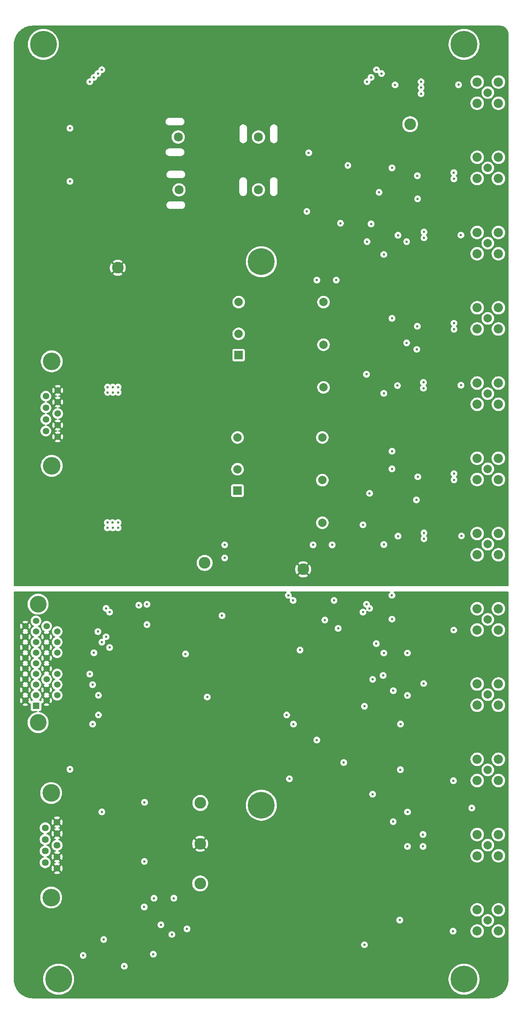
<source format=gbr>
%TF.GenerationSoftware,KiCad,Pcbnew,9.0.3*%
%TF.CreationDate,2025-09-16T13:44:47-04:00*%
%TF.ProjectId,WARM_TPC_Shaper,5741524d-5f54-4504-935f-536861706572,rev?*%
%TF.SameCoordinates,Original*%
%TF.FileFunction,Copper,L2,Inr*%
%TF.FilePolarity,Positive*%
%FSLAX46Y46*%
G04 Gerber Fmt 4.6, Leading zero omitted, Abs format (unit mm)*
G04 Created by KiCad (PCBNEW 9.0.3) date 2025-09-16 13:44:47*
%MOMM*%
%LPD*%
G01*
G04 APERTURE LIST*
%TA.AperFunction,ComponentPad*%
%ADD10C,2.800000*%
%TD*%
%TA.AperFunction,ComponentPad*%
%ADD11C,2.006600*%
%TD*%
%TA.AperFunction,ComponentPad*%
%ADD12C,2.209800*%
%TD*%
%TA.AperFunction,ComponentPad*%
%ADD13C,1.635000*%
%TD*%
%TA.AperFunction,ComponentPad*%
%ADD14C,4.216000*%
%TD*%
%TA.AperFunction,ComponentPad*%
%ADD15C,2.159000*%
%TD*%
%TA.AperFunction,ComponentPad*%
%ADD16R,2.000000X2.000000*%
%TD*%
%TA.AperFunction,ComponentPad*%
%ADD17C,2.000000*%
%TD*%
%TA.AperFunction,ComponentPad*%
%ADD18C,1.560000*%
%TD*%
%TA.AperFunction,ComponentPad*%
%ADD19C,6.400000*%
%TD*%
%TA.AperFunction,ComponentPad*%
%ADD20C,4.000000*%
%TD*%
%TA.AperFunction,ComponentPad*%
%ADD21R,1.530000X1.530000*%
%TD*%
%TA.AperFunction,ComponentPad*%
%ADD22C,1.530000*%
%TD*%
%TA.AperFunction,ViaPad*%
%ADD23C,0.600000*%
%TD*%
G04 APERTURE END LIST*
D10*
%TO.N,/V_SEC_RTN*%
%TO.C,SEC_{RTN}1*%
X181508400Y-163576000D03*
%TD*%
D11*
%TO.N,/M_SHPR_6*%
%TO.C,J13*%
X225680000Y-247544999D03*
D12*
%TO.N,/PM3p3V_RTN*%
X228220000Y-245004999D03*
X223140000Y-245004999D03*
X223140000Y-250084999D03*
X228220000Y-250084999D03*
%TD*%
D10*
%TO.N,/TELEM_M5V*%
%TO.C,TELEM_{-5V}1*%
X156870400Y-238709200D03*
%TD*%
D13*
%TO.N,/TELEM_RTN*%
%TO.C,J15*%
X122640000Y-235115000D03*
X122640000Y-232345000D03*
%TO.N,unconnected-(J15-Pad3)*%
X122640000Y-229575000D03*
%TO.N,/TELEM_RTN*%
X122640000Y-226805000D03*
X122640000Y-224035000D03*
%TO.N,/TELEM_M5V*%
X119800000Y-233730000D03*
X119800000Y-230960000D03*
%TO.N,/TELEM_P5V*%
X119800000Y-228190000D03*
X119800000Y-225420000D03*
D14*
%TO.N,GNDPWR*%
X121220000Y-217075000D03*
X121220000Y-242075000D03*
%TD*%
D15*
%TO.N,Net-(M2-Pad3)*%
%TO.C,P4*%
X170830000Y-60150000D03*
%TD*%
D11*
%TO.N,/M_SHPR_2*%
%TO.C,J5*%
X225680000Y-103544999D03*
D12*
%TO.N,/PM3p3V_RTN*%
X228220000Y-101004999D03*
X223140000Y-101004999D03*
X223140000Y-106084999D03*
X228220000Y-106084999D03*
%TD*%
D10*
%TO.N,/TELEM_RTN*%
%TO.C,TELEM_{RTN}2*%
X156870400Y-229209600D03*
%TD*%
D11*
%TO.N,/M_SHPR_1*%
%TO.C,J3*%
X225680000Y-67544999D03*
D12*
%TO.N,/PM3p3V_RTN*%
X228220000Y-65004999D03*
X223140000Y-65004999D03*
X223140000Y-70084999D03*
X228220000Y-70084999D03*
%TD*%
D11*
%TO.N,/P_SHPR_6*%
%TO.C,J14*%
X225680000Y-229544999D03*
D12*
%TO.N,/PM3p3V_RTN*%
X228220000Y-227004999D03*
X223140000Y-227004999D03*
X223140000Y-232084999D03*
X228220000Y-232084999D03*
%TD*%
D10*
%TO.N,/TELEM_RTN*%
%TO.C,TELEM_{RTN}1*%
X207111600Y-57099200D03*
%TD*%
D16*
%TO.N,Net-(U1-+VIN)*%
%TO.C,U1*%
X166080000Y-112340000D03*
D17*
%TO.N,Net-(U1--VIN)*%
X166080000Y-107240000D03*
%TO.N,/P3p3V*%
X186380000Y-120040000D03*
%TO.N,unconnected-(U1-TRIM-Pad4)*%
X186380000Y-109840000D03*
%TO.N,/PM3p3V_RTN*%
X186380000Y-99640000D03*
%TO.N,/Main_CKT/Enable*%
X166080000Y-99640000D03*
%TD*%
D11*
%TO.N,/M_SHPR_5*%
%TO.C,J11*%
X225680000Y-211544999D03*
D12*
%TO.N,/PM3p3V_RTN*%
X228220000Y-209004999D03*
X223140000Y-209004999D03*
X223140000Y-214084999D03*
X228220000Y-214084999D03*
%TD*%
D10*
%TO.N,/V_SEC_RTN*%
%TO.C,SEC_{RTN}2*%
X137160000Y-91440000D03*
%TD*%
%TO.N,/Main_CKT/Enable*%
%TO.C,V_{EN}1*%
X157940000Y-162040000D03*
%TD*%
D18*
%TO.N,/V_SEC_RTN*%
%TO.C,J2*%
X122790000Y-120780000D03*
X122790000Y-123550000D03*
%TO.N,unconnected-(J2-Pad3)*%
X122790000Y-126320000D03*
%TO.N,/V_SEC_RTN*%
X122790000Y-129090000D03*
X122790000Y-131860000D03*
%TO.N,/V_SEC_IN*%
X119950000Y-122165000D03*
X119950000Y-124935000D03*
X119950000Y-127705000D03*
X119950000Y-130475000D03*
D14*
%TO.N,GNDPWR*%
X121370000Y-113820000D03*
X121370000Y-138820000D03*
%TD*%
D19*
%TO.N,GNDPWR*%
%TO.C,H7*%
X123000000Y-261620000D03*
%TD*%
%TO.N,GNDPWR*%
%TO.C,H5*%
X119380000Y-38000000D03*
%TD*%
D10*
%TO.N,/TELEM_P5V*%
%TO.C,TELEM_{+5V}1*%
X156921200Y-219456000D03*
%TD*%
D11*
%TO.N,/P_SHPR_5*%
%TO.C,J12*%
X225680000Y-193544999D03*
D12*
%TO.N,/PM3p3V_RTN*%
X228220000Y-191004999D03*
X223140000Y-191004999D03*
X223140000Y-196084999D03*
X228220000Y-196084999D03*
%TD*%
D19*
%TO.N,GNDPWR*%
%TO.C,H1*%
X220000000Y-38000000D03*
%TD*%
D16*
%TO.N,Net-(U2-+VIN)*%
%TO.C,U2*%
X165807500Y-144730000D03*
D17*
%TO.N,Net-(U2--VIN)*%
X165807500Y-139630000D03*
%TO.N,/PM3p3V_RTN*%
X186107500Y-152430000D03*
%TO.N,unconnected-(U2-TRIM-Pad4)*%
X186107500Y-142230000D03*
%TO.N,/M3p3V*%
X186107500Y-132030000D03*
%TO.N,/Main_CKT/Enable*%
X165807500Y-132030000D03*
%TD*%
D19*
%TO.N,GNDPWR*%
%TO.C,H2*%
X171500000Y-90000000D03*
%TD*%
D11*
%TO.N,/P_SHPR_4*%
%TO.C,J10*%
X225680000Y-157544999D03*
D12*
%TO.N,/PM3p3V_RTN*%
X228220000Y-155004999D03*
X223140000Y-155004999D03*
X223140000Y-160084999D03*
X228220000Y-160084999D03*
%TD*%
D11*
%TO.N,/P_SHPR_2*%
%TO.C,J6*%
X225680000Y-85544999D03*
D12*
%TO.N,/PM3p3V_RTN*%
X228220000Y-83004999D03*
X223140000Y-83004999D03*
X223140000Y-88084999D03*
X228220000Y-88084999D03*
%TD*%
D15*
%TO.N,Net-(P1-Pad1)*%
%TO.C,P1*%
X151810600Y-72790000D03*
%TD*%
D11*
%TO.N,/M_SHPR_4*%
%TO.C,J9*%
X225680000Y-175544999D03*
D12*
%TO.N,/PM3p3V_RTN*%
X228220000Y-173004999D03*
X223140000Y-173004999D03*
X223140000Y-178084999D03*
X228220000Y-178084999D03*
%TD*%
D19*
%TO.N,GNDPWR*%
%TO.C,H4*%
X220000000Y-261620000D03*
%TD*%
D11*
%TO.N,/P_SHPR_1*%
%TO.C,J4*%
X225680000Y-49544999D03*
D12*
%TO.N,/PM3p3V_RTN*%
X228220000Y-47004999D03*
X223140000Y-47004999D03*
X223140000Y-52084999D03*
X228220000Y-52084999D03*
%TD*%
D19*
%TO.N,GNDPWR*%
%TO.C,H3*%
X171500000Y-220000000D03*
%TD*%
D15*
%TO.N,Net-(M1-Pad3)*%
%TO.C,P2*%
X170809800Y-72790000D03*
%TD*%
%TO.N,Net-(P3-Pad1)*%
%TO.C,P3*%
X151620000Y-60148000D03*
%TD*%
D11*
%TO.N,/P_SHPR_3*%
%TO.C,J8*%
X225680000Y-121544999D03*
D12*
%TO.N,/PM3p3V_RTN*%
X228220000Y-119004999D03*
X223140000Y-119004999D03*
X223140000Y-124084999D03*
X228220000Y-124084999D03*
%TD*%
D20*
%TO.N,GNDPWR*%
%TO.C,J1*%
X118098000Y-171909500D03*
X118098000Y-200230500D03*
D21*
%TO.N,/i_Sense_6-*%
X117590000Y-196230000D03*
D22*
%TO.N,/TELEM_RTN*%
X115050000Y-194960000D03*
%TO.N,/i_Sense_6+*%
X117590000Y-193690000D03*
%TO.N,/TELEM_RTN*%
X115050000Y-192420000D03*
%TO.N,/i_Sense_5-*%
X117590000Y-191150000D03*
%TO.N,/TELEM_RTN*%
X115050000Y-189880000D03*
%TO.N,/i_Sense_5+*%
X117590000Y-188610000D03*
%TO.N,/TELEM_RTN*%
X115050000Y-187340000D03*
X115050000Y-184800000D03*
%TO.N,/i_Sense_4+*%
X117590000Y-183530000D03*
%TO.N,/TELEM_RTN*%
X115050000Y-182260000D03*
%TO.N,/i_Sense_3-*%
X117590000Y-180990000D03*
%TO.N,/TELEM_RTN*%
X115050000Y-179720000D03*
%TO.N,/i_Sense_3+*%
X117590000Y-178450000D03*
%TO.N,/TELEM_RTN*%
X115050000Y-177180000D03*
%TO.N,/Enable+*%
X117590000Y-175910000D03*
%TO.N,/TELEM_RTN*%
X120130000Y-194960000D03*
%TO.N,/P3p3V_MON*%
X122670000Y-193690000D03*
%TO.N,/TELEM_RTN*%
X120130000Y-192420000D03*
%TO.N,/M3p3V_MON*%
X122670000Y-191150000D03*
%TO.N,/TEMP_MON*%
X120130000Y-189880000D03*
%TO.N,/i_Sense_2-*%
X122670000Y-188610000D03*
%TO.N,/TELEM_RTN*%
X120130000Y-187340000D03*
%TO.N,/i_Sense_4-*%
X117590000Y-186070000D03*
%TO.N,/TELEM_RTN*%
X120130000Y-184800000D03*
%TO.N,/i_Sense_2+*%
X122670000Y-183530000D03*
%TO.N,/TELEM_RTN*%
X120130000Y-182260000D03*
%TO.N,/i_Sense_1-*%
X122670000Y-180990000D03*
%TO.N,/TELEM_RTN*%
X120130000Y-179720000D03*
%TO.N,/Enable-*%
X120130000Y-177180000D03*
%TO.N,/i_Sense_1+*%
X122670000Y-178450000D03*
%TD*%
D11*
%TO.N,/M_SHPR_3*%
%TO.C,J7*%
X225680000Y-139544999D03*
D12*
%TO.N,/PM3p3V_RTN*%
X228220000Y-137004999D03*
X223140000Y-137004999D03*
X223140000Y-142084999D03*
X228220000Y-142084999D03*
%TD*%
D23*
%TO.N,/P3p3V*%
X206470000Y-183600000D03*
X200810000Y-121490000D03*
X206470000Y-193730000D03*
X200810000Y-183600000D03*
X209720000Y-49789999D03*
X206480000Y-221620000D03*
X200810000Y-157650000D03*
X210180000Y-229844999D03*
X206470000Y-229850000D03*
X200810000Y-88260000D03*
%TO.N,/PM3p3V_RTN*%
X188446000Y-157730000D03*
X189426000Y-94380000D03*
X221860000Y-220670000D03*
%TO.N,GNDPWR*%
X184796000Y-94380000D03*
X183886000Y-157730000D03*
%TO.N,/V_SEC_RTN*%
X187960000Y-40640000D03*
X218440000Y-152400000D03*
X121920000Y-66040000D03*
X127000000Y-147320000D03*
X147320000Y-81280000D03*
X157480000Y-157480000D03*
X213360000Y-60960000D03*
X121920000Y-152400000D03*
X139700000Y-129540000D03*
X187960000Y-35560000D03*
X116840000Y-152400000D03*
X127000000Y-45720000D03*
X167640000Y-50800000D03*
X138430000Y-98425000D03*
X127000000Y-50800000D03*
X177800000Y-157480000D03*
X223520000Y-111760000D03*
X142240000Y-55880000D03*
X121920000Y-162560000D03*
X182880000Y-86360000D03*
X127000000Y-60960000D03*
X162560000Y-60960000D03*
X208280000Y-40640000D03*
X228600000Y-147320000D03*
X198120000Y-101600000D03*
X172720000Y-50800000D03*
X116840000Y-81280000D03*
X150460000Y-165750000D03*
X198120000Y-162560000D03*
X142240000Y-35560000D03*
X116840000Y-96520000D03*
X198120000Y-121920000D03*
X198120000Y-91440000D03*
X213360000Y-96520000D03*
X228600000Y-165100000D03*
X223520000Y-55880000D03*
X127000000Y-106680000D03*
X139700000Y-130810000D03*
X147320000Y-50800000D03*
X127000000Y-40640000D03*
X228600000Y-35560000D03*
X223520000Y-147320000D03*
X162560000Y-81280000D03*
X193040000Y-40640000D03*
X116840000Y-86360000D03*
X132080000Y-40640000D03*
X182880000Y-40640000D03*
X116840000Y-71120000D03*
X147320000Y-86360000D03*
X177800000Y-76200000D03*
X228600000Y-60960000D03*
X116840000Y-91440000D03*
X152400000Y-157480000D03*
X203200000Y-55880000D03*
X213360000Y-55880000D03*
X182880000Y-60960000D03*
X208280000Y-96520000D03*
X139700000Y-98425000D03*
X198120000Y-106680000D03*
X187960000Y-76200000D03*
X121920000Y-81280000D03*
X132080000Y-35560000D03*
X213360000Y-165100000D03*
X228600000Y-132080000D03*
X137160000Y-81280000D03*
X198120000Y-35560000D03*
X203200000Y-40640000D03*
X193040000Y-35560000D03*
X213360000Y-152400000D03*
X193040000Y-86360000D03*
X218440000Y-165100000D03*
X193040000Y-121920000D03*
X162560000Y-50800000D03*
X208280000Y-132080000D03*
X203200000Y-35560000D03*
X152400000Y-86360000D03*
X127000000Y-157480000D03*
X218440000Y-127000000D03*
X223520000Y-96520000D03*
X193040000Y-55880000D03*
X157480000Y-127000000D03*
X172720000Y-40640000D03*
X208280000Y-127000000D03*
X157480000Y-35560000D03*
X177800000Y-86360000D03*
X121920000Y-76200000D03*
X138430000Y-130810000D03*
X218440000Y-76200000D03*
X127000000Y-127000000D03*
X147320000Y-162560000D03*
X193040000Y-101600000D03*
X121920000Y-71120000D03*
X198120000Y-142240000D03*
X121920000Y-101600000D03*
X177800000Y-35560000D03*
X152400000Y-40640000D03*
X218440000Y-132080000D03*
X127000000Y-96520000D03*
X167640000Y-81280000D03*
X147320000Y-35560000D03*
X157480000Y-86360000D03*
X198120000Y-96520000D03*
X127000000Y-91440000D03*
X223520000Y-127000000D03*
X228600000Y-55880000D03*
X142240000Y-91440000D03*
X127000000Y-111760000D03*
X193040000Y-127000000D03*
X187960000Y-55880000D03*
X172360000Y-162120000D03*
X198120000Y-86360000D03*
X127000000Y-137160000D03*
X142240000Y-162560000D03*
X138430000Y-128270000D03*
X137160000Y-162560000D03*
X137160000Y-35560000D03*
X193040000Y-96520000D03*
X138430000Y-97155000D03*
X142240000Y-81280000D03*
X142240000Y-50800000D03*
X162560000Y-66040000D03*
X127000000Y-132080000D03*
X172720000Y-127000000D03*
X208280000Y-91440000D03*
X152400000Y-162560000D03*
X142240000Y-127000000D03*
X203200000Y-50800000D03*
X223520000Y-76200000D03*
X218440000Y-111760000D03*
X223520000Y-165100000D03*
X127000000Y-86360000D03*
X127000000Y-66040000D03*
X121920000Y-106680000D03*
X198120000Y-137160000D03*
X167640000Y-127000000D03*
X177800000Y-60960000D03*
X142240000Y-86360000D03*
X147320000Y-91440000D03*
X152400000Y-81280000D03*
X228600000Y-111760000D03*
X172720000Y-35560000D03*
X218440000Y-91440000D03*
X127000000Y-101600000D03*
X152400000Y-35560000D03*
X116840000Y-50800000D03*
X218440000Y-60960000D03*
X177800000Y-91440000D03*
X187960000Y-60960000D03*
X193040000Y-60960000D03*
X198120000Y-111760000D03*
X152400000Y-127000000D03*
X223520000Y-132080000D03*
X137160000Y-55880000D03*
X127000000Y-121920000D03*
X152400000Y-91440000D03*
X182880000Y-35560000D03*
X147320000Y-157480000D03*
X127000000Y-116840000D03*
X127000000Y-35560000D03*
X218440000Y-55880000D03*
X182880000Y-76200000D03*
X142240000Y-40640000D03*
X177800000Y-55880000D03*
X137160000Y-60960000D03*
X187960000Y-127000000D03*
X208280000Y-165100000D03*
X187960000Y-71120000D03*
X193040000Y-50800000D03*
X152400000Y-50800000D03*
X228600000Y-76200000D03*
X157480000Y-40640000D03*
X213360000Y-111760000D03*
X116840000Y-45720000D03*
X121920000Y-60960000D03*
X218440000Y-50800000D03*
X116840000Y-60960000D03*
X228600000Y-96520000D03*
X121920000Y-86360000D03*
X198120000Y-132080000D03*
X203200000Y-60960000D03*
X139700000Y-128270000D03*
X223520000Y-91440000D03*
X172720000Y-157480000D03*
X218440000Y-147320000D03*
X121920000Y-91440000D03*
X228600000Y-91440000D03*
X138430000Y-129540000D03*
X162560000Y-76200000D03*
X187960000Y-50800000D03*
X177800000Y-50800000D03*
X121920000Y-55880000D03*
X116840000Y-76200000D03*
X147320000Y-40640000D03*
X139700000Y-95885000D03*
X182880000Y-50800000D03*
X162560000Y-35560000D03*
X162560000Y-86360000D03*
X147320000Y-127000000D03*
X152350000Y-165770000D03*
X137160000Y-86360000D03*
X198120000Y-127000000D03*
X139700000Y-97155000D03*
X182880000Y-55880000D03*
X182880000Y-127000000D03*
X177800000Y-40640000D03*
X162560000Y-71120000D03*
X187960000Y-86360000D03*
X127000000Y-55880000D03*
X116840000Y-101600000D03*
X167640000Y-86360000D03*
X177800000Y-81280000D03*
X127000000Y-142240000D03*
X127000000Y-76200000D03*
X157480000Y-81280000D03*
X121920000Y-147320000D03*
X157480000Y-50800000D03*
X137160000Y-66040000D03*
X137160000Y-40640000D03*
X138430000Y-95885000D03*
X182880000Y-91440000D03*
X208280000Y-50800000D03*
X121920000Y-50800000D03*
X127000000Y-81280000D03*
X213360000Y-132080000D03*
X213360000Y-76200000D03*
X187960000Y-91440000D03*
X162560000Y-55880000D03*
X223520000Y-60960000D03*
X121920000Y-96520000D03*
X218440000Y-96520000D03*
X121920000Y-45720000D03*
X228600000Y-40640000D03*
X198120000Y-40640000D03*
X193040000Y-91440000D03*
X121920000Y-157480000D03*
X116840000Y-106680000D03*
X116840000Y-66040000D03*
X213360000Y-40640000D03*
X213360000Y-91440000D03*
X157480000Y-91440000D03*
X116840000Y-55880000D03*
X127000000Y-152400000D03*
X177800000Y-127000000D03*
X177800000Y-162560000D03*
X162560000Y-91440000D03*
X142240000Y-157480000D03*
X228600000Y-127000000D03*
X213360000Y-127000000D03*
X208280000Y-160020000D03*
X116840000Y-162560000D03*
X116840000Y-157480000D03*
X167640000Y-35560000D03*
X162560000Y-40640000D03*
X137160000Y-50800000D03*
X198120000Y-147320000D03*
X137160000Y-76200000D03*
X213360000Y-35560000D03*
X177800000Y-71120000D03*
X187960000Y-162560000D03*
X127000000Y-162560000D03*
X182880000Y-71120000D03*
X208280000Y-35560000D03*
X172720000Y-81280000D03*
X116840000Y-147320000D03*
X167640000Y-40640000D03*
X208280000Y-60960000D03*
%TO.N,/M3p3V*%
X177980000Y-169790000D03*
X202750000Y-169790000D03*
X204800000Y-200580000D03*
X202770000Y-103530000D03*
X204620000Y-247480000D03*
X204770000Y-211500000D03*
X202760000Y-139540000D03*
X202760000Y-175480000D03*
X202770000Y-135310000D03*
X202770000Y-67540000D03*
%TO.N,/V_SEC_IN*%
X134720000Y-121250000D03*
X134682500Y-153660000D03*
X134682500Y-152390000D03*
X137260000Y-119980000D03*
X135990000Y-121250000D03*
X137222500Y-153660000D03*
X135952500Y-153660000D03*
X135990000Y-119980000D03*
X135902500Y-152390000D03*
X134720000Y-119980000D03*
X137260000Y-121250000D03*
X137222500Y-152390000D03*
%TO.N,/TELEM_RTN*%
X145130000Y-236970000D03*
X228600000Y-223520000D03*
X182880000Y-218440000D03*
X198120000Y-233680000D03*
X142240000Y-203200000D03*
X218440000Y-223520000D03*
X198120000Y-243840000D03*
X219470000Y-191614999D03*
X121920000Y-208280000D03*
X217570000Y-68694999D03*
X218440000Y-198120000D03*
X228600000Y-254000000D03*
X136786200Y-242165000D03*
X145140000Y-228080000D03*
X167640000Y-248920000D03*
X208280000Y-172720000D03*
X147320000Y-203200000D03*
X187960000Y-233680000D03*
X157480000Y-203200000D03*
X157480000Y-182880000D03*
X208280000Y-259080000D03*
X203200000Y-264160000D03*
X176580000Y-182880000D03*
X167640000Y-259080000D03*
X193040000Y-259080000D03*
X127000000Y-248920000D03*
X182880000Y-233680000D03*
X152400000Y-238760000D03*
X193040000Y-254000000D03*
X223520000Y-254000000D03*
X132080000Y-218440000D03*
X218440000Y-187960000D03*
X167640000Y-228600000D03*
X213360000Y-203200000D03*
X172720000Y-254000000D03*
X193040000Y-177800000D03*
X142240000Y-208280000D03*
X147320000Y-187960000D03*
X182880000Y-238760000D03*
X132080000Y-264160000D03*
X198120000Y-223520000D03*
X172720000Y-233680000D03*
X208570000Y-213394999D03*
X187960000Y-187960000D03*
X177800000Y-243840000D03*
X162560000Y-228600000D03*
X203200000Y-233680000D03*
X217600000Y-104689999D03*
X213360000Y-259080000D03*
X162560000Y-223520000D03*
X130376200Y-260865000D03*
X167640000Y-182880000D03*
X198120000Y-259080000D03*
X127000000Y-213360000D03*
X213360000Y-198120000D03*
X223520000Y-182880000D03*
X147320000Y-199390000D03*
X228600000Y-238760000D03*
X198120000Y-177800000D03*
X209730000Y-48339999D03*
X147320000Y-218440000D03*
X137160000Y-199390000D03*
X172720000Y-259080000D03*
X172720000Y-187960000D03*
X210290000Y-120254999D03*
X152400000Y-223520000D03*
X223520000Y-203200000D03*
X187960000Y-259080000D03*
X203200000Y-238760000D03*
X218440000Y-243840000D03*
X162560000Y-233680000D03*
X148695476Y-185749999D03*
X157480000Y-213360000D03*
X127000000Y-208280000D03*
X177800000Y-254000000D03*
X208470000Y-182894999D03*
X176190000Y-180100000D03*
X162560000Y-238760000D03*
X213360000Y-223520000D03*
X187960000Y-228600000D03*
X157480000Y-199390000D03*
X116840000Y-208280000D03*
X217450000Y-212659999D03*
X208460000Y-177384999D03*
X182880000Y-254000000D03*
X127000000Y-218440000D03*
X208280000Y-203200000D03*
X121920000Y-254000000D03*
X152400000Y-199390000D03*
X193040000Y-248920000D03*
X167640000Y-194310000D03*
X223520000Y-223520000D03*
X127000000Y-238760000D03*
X203200000Y-243840000D03*
X172720000Y-208280000D03*
X177800000Y-228600000D03*
X204198000Y-155624999D03*
X185180000Y-199630000D03*
X219270000Y-119534999D03*
X210420000Y-84289999D03*
X152400000Y-213360000D03*
X147320000Y-213360000D03*
X147320000Y-194310000D03*
X167640000Y-213360000D03*
X193040000Y-187960000D03*
X167640000Y-208280000D03*
X172720000Y-213360000D03*
X132080000Y-238760000D03*
X182880000Y-243840000D03*
X172720000Y-243840000D03*
X148265476Y-183690000D03*
X218680000Y-47664999D03*
X162560000Y-248920000D03*
X157480000Y-264160000D03*
X182880000Y-194310000D03*
X162560000Y-208280000D03*
X198120000Y-238760000D03*
X208890000Y-74959999D03*
X172720000Y-238760000D03*
X116840000Y-254000000D03*
X177800000Y-259080000D03*
X167640000Y-238760000D03*
X217370000Y-248649999D03*
X182720000Y-205310000D03*
X187960000Y-254000000D03*
X201780000Y-226610000D03*
X187960000Y-243840000D03*
X193040000Y-223520000D03*
X218440000Y-208280000D03*
X142240000Y-264160000D03*
X208820000Y-105434999D03*
X182880000Y-264160000D03*
X172720000Y-203200000D03*
X208700000Y-110954999D03*
X204070000Y-119619999D03*
X147320000Y-228600000D03*
X147320000Y-233680000D03*
X182850000Y-63940000D03*
X210340000Y-192284999D03*
X210190000Y-228394999D03*
X167640000Y-264160000D03*
X177800000Y-238760000D03*
X218440000Y-203200000D03*
X187960000Y-223520000D03*
X177800000Y-248920000D03*
X167640000Y-203200000D03*
X162560000Y-182880000D03*
X172720000Y-199390000D03*
X162560000Y-264160000D03*
X142240000Y-238760000D03*
X167640000Y-187960000D03*
X152350000Y-170580000D03*
X172720000Y-264160000D03*
X219230000Y-227724999D03*
X150470000Y-170610000D03*
X142316200Y-246515000D03*
X208460000Y-254914999D03*
X208280000Y-264160000D03*
X218440000Y-233680000D03*
X133820000Y-228120000D03*
X153075476Y-194250000D03*
X127000000Y-203200000D03*
X152400000Y-208280000D03*
X182880000Y-187960000D03*
X213360000Y-264160000D03*
X187960000Y-218440000D03*
X218440000Y-182880000D03*
X162560000Y-213360000D03*
X127000000Y-243840000D03*
X193040000Y-228600000D03*
X187960000Y-248920000D03*
X147320000Y-223520000D03*
X208710000Y-218930000D03*
X152400000Y-233680000D03*
X177800000Y-233680000D03*
X187960000Y-194310000D03*
X208280000Y-238760000D03*
X147320000Y-238760000D03*
X172720000Y-228600000D03*
X172720000Y-182880000D03*
X162560000Y-199390000D03*
X167640000Y-233680000D03*
X217530000Y-176629999D03*
X167640000Y-223520000D03*
X142240000Y-199390000D03*
X198120000Y-228600000D03*
X193040000Y-194310000D03*
X157480000Y-208280000D03*
X198120000Y-264160000D03*
X208280000Y-233680000D03*
X162560000Y-243840000D03*
X208280000Y-208280000D03*
X187960000Y-264160000D03*
X167640000Y-243840000D03*
X193040000Y-264160000D03*
X219390000Y-155574999D03*
X121920000Y-248920000D03*
X210418000Y-156259999D03*
X213360000Y-238760000D03*
X167640000Y-254000000D03*
X213360000Y-187960000D03*
X177800000Y-187960000D03*
X162560000Y-254000000D03*
X142240000Y-187960000D03*
X162560000Y-218440000D03*
X228600000Y-264160000D03*
X152400000Y-218440000D03*
X218440000Y-218440000D03*
X167640000Y-199390000D03*
X162560000Y-259080000D03*
X172720000Y-194310000D03*
X152400000Y-228600000D03*
X218440000Y-254000000D03*
X208280000Y-198120000D03*
X193040000Y-238760000D03*
X228600000Y-182880000D03*
X135116200Y-249380000D03*
X128880000Y-230150000D03*
X218440000Y-238760000D03*
X198120000Y-248920000D03*
X177800000Y-264160000D03*
X177800000Y-223520000D03*
X193040000Y-243840000D03*
X177800000Y-218440000D03*
X208620000Y-146964999D03*
X182390000Y-77960000D03*
X190730000Y-175700000D03*
X182880000Y-223520000D03*
X223520000Y-218440000D03*
X223520000Y-238760000D03*
X152400000Y-264160000D03*
X147320000Y-208280000D03*
X132080000Y-203200000D03*
X217600000Y-140689999D03*
X194160000Y-209790000D03*
X193040000Y-233680000D03*
X137226200Y-261375000D03*
X223520000Y-187960000D03*
X137160000Y-238760000D03*
X204200000Y-83654999D03*
X145420000Y-214110000D03*
X203200000Y-259080000D03*
X177800000Y-194310000D03*
X162560000Y-194310000D03*
X193040000Y-182880000D03*
X208440000Y-249394999D03*
X228600000Y-218440000D03*
X137160000Y-208280000D03*
X137160000Y-187960000D03*
X182880000Y-228600000D03*
X208940000Y-141439999D03*
X137160000Y-203200000D03*
X142240000Y-213360000D03*
X138640000Y-210880000D03*
X145666200Y-259885000D03*
X201840000Y-190500000D03*
X182880000Y-248920000D03*
X137160000Y-194310000D03*
X152400000Y-203200000D03*
X132080000Y-213360000D03*
X228600000Y-203200000D03*
X228600000Y-187960000D03*
X127000000Y-254000000D03*
X116840000Y-248920000D03*
X172720000Y-248920000D03*
X147320000Y-264160000D03*
X194160000Y-202930000D03*
X132080000Y-208280000D03*
X203510000Y-47704999D03*
X142240000Y-194310000D03*
X228600000Y-259080000D03*
X131910000Y-224810000D03*
X145430000Y-223710000D03*
X182880000Y-259080000D03*
X185140000Y-216380000D03*
X219260000Y-83619999D03*
X172870000Y-178340000D03*
X155405476Y-182990000D03*
X208835000Y-69429999D03*
X187960000Y-238760000D03*
X162560000Y-203200000D03*
X193040000Y-213360000D03*
X137160000Y-264160000D03*
X140660000Y-172170000D03*
%TO.N,/i_Sense_1+*%
X200260000Y-44990000D03*
X132420000Y-44970000D03*
X132420000Y-178460000D03*
%TO.N,/i_Sense_2+*%
X131450000Y-45910000D03*
X197760000Y-80950000D03*
X131450000Y-183540000D03*
X197760000Y-45910000D03*
%TO.N,/TELEM_P5V*%
X133350000Y-221600000D03*
X150576200Y-242235000D03*
X125720000Y-211410000D03*
X158560000Y-194110000D03*
X125730000Y-70770000D03*
X186700000Y-175700000D03*
X125730000Y-58070000D03*
X145666200Y-255625000D03*
X162110000Y-174650000D03*
X153716200Y-249575000D03*
X133796200Y-252115000D03*
%TO.N,/TELEM_M5V*%
X128880000Y-255940000D03*
X180770000Y-182880000D03*
X138730000Y-258515000D03*
%TO.N,/i_Sense_3+*%
X144150000Y-176790000D03*
X196660000Y-116920000D03*
X144150000Y-171930000D03*
X196670000Y-171930000D03*
%TO.N,/i_Sense_4+*%
X195830000Y-173800000D03*
X195830000Y-152930000D03*
X135200000Y-173800000D03*
X135200000Y-182270000D03*
%TO.N,/i_Sense_5+*%
X200640000Y-188950000D03*
%TO.N,/i_Sense_6+*%
X203050000Y-223930000D03*
X203080000Y-192590000D03*
%TO.N,/i_Sense_1-*%
X199670000Y-73400000D03*
X133360000Y-181010000D03*
X133357380Y-44063928D03*
X199060000Y-44070000D03*
%TO.N,/i_Sense_2-*%
X206270000Y-85190000D03*
X196790000Y-85190000D03*
X130470000Y-188620000D03*
X206274999Y-109404999D03*
X196790000Y-46940000D03*
X130470000Y-46940000D03*
%TO.N,/i_Sense_3-*%
X134350000Y-179710000D03*
X197410000Y-172910000D03*
X134360000Y-172920000D03*
X197410000Y-145404999D03*
%TO.N,/i_Sense_4-*%
X199010000Y-181350000D03*
%TO.N,/i_Sense_5-*%
X198140000Y-189900000D03*
X198130000Y-217370000D03*
%TO.N,/i_Sense_6-*%
X196180000Y-253370000D03*
X196180000Y-196340000D03*
%TO.N,Net-(U17A-A_OUT)*%
X179120000Y-171010000D03*
X190440000Y-80790000D03*
X188910000Y-171020000D03*
%TO.N,Net-(U17B-B_OUT)*%
X192210000Y-66960000D03*
X189890000Y-177690000D03*
%TO.N,/TELEM_P3p3V*%
X210418000Y-154859999D03*
X210340000Y-190884999D03*
X210190000Y-226994999D03*
X217380000Y-250119999D03*
X210290000Y-118854999D03*
X217460000Y-214129999D03*
X209730000Y-46939999D03*
X142210000Y-172150000D03*
X217610000Y-142159999D03*
X217610000Y-106159999D03*
X153375476Y-183820000D03*
X184780000Y-204410000D03*
X143570000Y-219300000D03*
X217540000Y-178099999D03*
X217580000Y-70164999D03*
X210420000Y-82889999D03*
%TO.N,/TELEM_M3p3V*%
X143530000Y-233450000D03*
X191210000Y-209790000D03*
%TO.N,Net-(LED1-Pad2)*%
X150106199Y-250914999D03*
%TO.N,Net-(LED1-Pad1)*%
X147476199Y-248594999D03*
%TO.N,Net-(LED2-Pad1)*%
X143486200Y-244345000D03*
%TO.N,Net-(LED2-Pad2)*%
X145836200Y-242255000D03*
%TO.N,/Main_CKT/Enable*%
X162740000Y-157720000D03*
X162740000Y-160850000D03*
%TO.N,/P3p3V_MON*%
X132530000Y-198410000D03*
X132530000Y-193700000D03*
X178230000Y-213670000D03*
X177570000Y-198410000D03*
%TO.N,/M3p3V_MON*%
X179200000Y-200600000D03*
X131149881Y-200600833D03*
X131150000Y-191160000D03*
%TD*%
%TA.AperFunction,Conductor*%
%TO.N,/TELEM_RTN*%
G36*
X177514416Y-168929685D02*
G01*
X177560171Y-168982489D01*
X177570115Y-169051647D01*
X177541090Y-169115203D01*
X177516268Y-169137102D01*
X177469711Y-169168210D01*
X177469707Y-169168213D01*
X177358213Y-169279707D01*
X177358210Y-169279711D01*
X177270609Y-169410814D01*
X177270602Y-169410827D01*
X177210264Y-169556498D01*
X177210261Y-169556510D01*
X177179500Y-169711153D01*
X177179500Y-169868846D01*
X177210261Y-170023489D01*
X177210264Y-170023501D01*
X177270602Y-170169172D01*
X177270609Y-170169185D01*
X177358210Y-170300288D01*
X177358213Y-170300292D01*
X177469707Y-170411786D01*
X177469711Y-170411789D01*
X177600814Y-170499390D01*
X177600827Y-170499397D01*
X177746498Y-170559735D01*
X177746503Y-170559737D01*
X177872538Y-170584807D01*
X177901153Y-170590499D01*
X177901156Y-170590500D01*
X177901158Y-170590500D01*
X178058844Y-170590500D01*
X178058845Y-170590499D01*
X178213497Y-170559737D01*
X178213509Y-170559731D01*
X178219324Y-170557969D01*
X178219940Y-170560000D01*
X178279836Y-170553547D01*
X178342322Y-170584807D01*
X178377989Y-170644888D01*
X178375512Y-170714713D01*
X178372410Y-170723032D01*
X178350264Y-170776499D01*
X178350261Y-170776510D01*
X178319500Y-170931153D01*
X178319500Y-171088846D01*
X178350261Y-171243489D01*
X178350264Y-171243501D01*
X178410602Y-171389172D01*
X178410609Y-171389185D01*
X178498210Y-171520288D01*
X178498213Y-171520292D01*
X178609707Y-171631786D01*
X178609711Y-171631789D01*
X178740814Y-171719390D01*
X178740827Y-171719397D01*
X178864992Y-171770827D01*
X178886503Y-171779737D01*
X179041153Y-171810499D01*
X179041156Y-171810500D01*
X179041158Y-171810500D01*
X179198844Y-171810500D01*
X179198845Y-171810499D01*
X179353497Y-171779737D01*
X179466166Y-171733067D01*
X179499172Y-171719397D01*
X179499172Y-171719396D01*
X179499179Y-171719394D01*
X179630289Y-171631789D01*
X179741789Y-171520289D01*
X179829394Y-171389179D01*
X179889737Y-171243497D01*
X179920500Y-171088842D01*
X179920500Y-170941153D01*
X188109500Y-170941153D01*
X188109500Y-171098846D01*
X188140261Y-171253489D01*
X188140264Y-171253501D01*
X188200602Y-171399172D01*
X188200609Y-171399185D01*
X188288210Y-171530288D01*
X188288213Y-171530292D01*
X188399707Y-171641786D01*
X188399711Y-171641789D01*
X188530814Y-171729390D01*
X188530827Y-171729397D01*
X188676498Y-171789735D01*
X188676503Y-171789737D01*
X188831153Y-171820499D01*
X188831156Y-171820500D01*
X188831158Y-171820500D01*
X188988844Y-171820500D01*
X188988845Y-171820499D01*
X189143497Y-171789737D01*
X189289179Y-171729394D01*
X189420289Y-171641789D01*
X189531789Y-171530289D01*
X189619394Y-171399179D01*
X189679737Y-171253497D01*
X189710500Y-171098842D01*
X189710500Y-170941158D01*
X189710500Y-170941155D01*
X189710499Y-170941153D01*
X189679738Y-170786510D01*
X189679737Y-170786503D01*
X189621079Y-170644888D01*
X189619397Y-170640827D01*
X189619390Y-170640814D01*
X189531789Y-170509711D01*
X189531786Y-170509707D01*
X189420292Y-170398213D01*
X189420288Y-170398210D01*
X189289185Y-170310609D01*
X189289172Y-170310602D01*
X189143501Y-170250264D01*
X189143489Y-170250261D01*
X188988845Y-170219500D01*
X188988842Y-170219500D01*
X188831158Y-170219500D01*
X188831155Y-170219500D01*
X188676510Y-170250261D01*
X188676498Y-170250264D01*
X188530827Y-170310602D01*
X188530814Y-170310609D01*
X188399711Y-170398210D01*
X188399707Y-170398213D01*
X188288213Y-170509707D01*
X188288210Y-170509711D01*
X188200609Y-170640814D01*
X188200602Y-170640827D01*
X188140264Y-170786498D01*
X188140261Y-170786510D01*
X188109500Y-170941153D01*
X179920500Y-170941153D01*
X179920500Y-170931158D01*
X179920500Y-170931155D01*
X179920499Y-170931153D01*
X179889737Y-170776503D01*
X179833539Y-170640827D01*
X179829397Y-170630827D01*
X179829390Y-170630814D01*
X179741789Y-170499711D01*
X179741786Y-170499707D01*
X179630292Y-170388213D01*
X179630288Y-170388210D01*
X179499185Y-170300609D01*
X179499172Y-170300602D01*
X179353501Y-170240264D01*
X179353489Y-170240261D01*
X179198845Y-170209500D01*
X179198842Y-170209500D01*
X179041158Y-170209500D01*
X179041155Y-170209500D01*
X178886510Y-170240261D01*
X178880676Y-170242031D01*
X178880062Y-170240010D01*
X178820105Y-170246441D01*
X178757633Y-170215151D01*
X178721995Y-170155054D01*
X178724506Y-170085229D01*
X178727590Y-170076964D01*
X178749737Y-170023497D01*
X178780500Y-169868842D01*
X178780500Y-169711158D01*
X178780500Y-169711155D01*
X178780499Y-169711153D01*
X178757534Y-169595700D01*
X178749737Y-169556503D01*
X178701665Y-169440445D01*
X178689397Y-169410827D01*
X178689390Y-169410814D01*
X178601789Y-169279711D01*
X178601786Y-169279707D01*
X178490292Y-169168213D01*
X178490288Y-169168210D01*
X178443732Y-169137102D01*
X178398927Y-169083490D01*
X178390220Y-169014165D01*
X178420375Y-168951137D01*
X178479818Y-168914418D01*
X178512623Y-168910000D01*
X202217377Y-168910000D01*
X202284416Y-168929685D01*
X202330171Y-168982489D01*
X202340115Y-169051647D01*
X202311090Y-169115203D01*
X202286268Y-169137102D01*
X202239711Y-169168210D01*
X202239707Y-169168213D01*
X202128213Y-169279707D01*
X202128210Y-169279711D01*
X202040609Y-169410814D01*
X202040602Y-169410827D01*
X201980264Y-169556498D01*
X201980261Y-169556510D01*
X201949500Y-169711153D01*
X201949500Y-169868846D01*
X201980261Y-170023489D01*
X201980264Y-170023501D01*
X202040602Y-170169172D01*
X202040609Y-170169185D01*
X202128210Y-170300288D01*
X202128213Y-170300292D01*
X202239707Y-170411786D01*
X202239711Y-170411789D01*
X202370814Y-170499390D01*
X202370827Y-170499397D01*
X202516498Y-170559735D01*
X202516503Y-170559737D01*
X202642538Y-170584807D01*
X202671153Y-170590499D01*
X202671156Y-170590500D01*
X202671158Y-170590500D01*
X202828844Y-170590500D01*
X202828845Y-170590499D01*
X202983497Y-170559737D01*
X203128414Y-170499711D01*
X203129172Y-170499397D01*
X203129172Y-170499396D01*
X203129179Y-170499394D01*
X203260289Y-170411789D01*
X203371789Y-170300289D01*
X203459394Y-170169179D01*
X203519737Y-170023497D01*
X203550500Y-169868842D01*
X203550500Y-169711158D01*
X203550500Y-169711155D01*
X203550499Y-169711153D01*
X203527534Y-169595700D01*
X203519737Y-169556503D01*
X203471665Y-169440445D01*
X203459397Y-169410827D01*
X203459390Y-169410814D01*
X203371789Y-169279711D01*
X203371786Y-169279707D01*
X203260292Y-169168213D01*
X203260288Y-169168210D01*
X203213732Y-169137102D01*
X203168927Y-169083490D01*
X203160220Y-169014165D01*
X203190375Y-168951137D01*
X203249818Y-168914418D01*
X203282623Y-168910000D01*
X230515500Y-168910000D01*
X230582539Y-168929685D01*
X230628294Y-168982489D01*
X230639500Y-169034000D01*
X230639500Y-261617293D01*
X230639382Y-261622702D01*
X230622310Y-262013723D01*
X230621367Y-262024500D01*
X230570634Y-262409848D01*
X230568756Y-262420501D01*
X230484628Y-262799978D01*
X230481828Y-262810427D01*
X230364949Y-263181120D01*
X230361249Y-263191285D01*
X230212507Y-263550381D01*
X230207935Y-263560185D01*
X230028465Y-263904942D01*
X230023057Y-263914310D01*
X229814213Y-264242130D01*
X229808008Y-264250991D01*
X229571394Y-264559353D01*
X229564440Y-264567640D01*
X229301853Y-264854204D01*
X229294204Y-264861853D01*
X229007640Y-265124440D01*
X228999353Y-265131394D01*
X228690991Y-265368008D01*
X228682130Y-265374213D01*
X228354310Y-265583057D01*
X228344942Y-265588465D01*
X228000185Y-265767935D01*
X227990381Y-265772507D01*
X227631285Y-265921249D01*
X227621120Y-265924949D01*
X227250427Y-266041828D01*
X227239978Y-266044628D01*
X226860501Y-266128756D01*
X226849848Y-266130634D01*
X226464500Y-266181367D01*
X226453723Y-266182310D01*
X226062703Y-266199382D01*
X226057294Y-266199500D01*
X116842706Y-266199500D01*
X116837297Y-266199382D01*
X116446276Y-266182310D01*
X116435501Y-266181367D01*
X116346792Y-266169688D01*
X116050151Y-266130634D01*
X116039498Y-266128756D01*
X115660021Y-266044628D01*
X115649572Y-266041828D01*
X115278879Y-265924949D01*
X115268714Y-265921249D01*
X114909618Y-265772507D01*
X114899814Y-265767935D01*
X114555057Y-265588465D01*
X114545689Y-265583057D01*
X114217869Y-265374213D01*
X114209008Y-265368008D01*
X113900646Y-265131394D01*
X113892359Y-265124440D01*
X113605795Y-264861853D01*
X113598146Y-264854204D01*
X113335559Y-264567640D01*
X113328605Y-264559353D01*
X113091991Y-264250991D01*
X113085786Y-264242130D01*
X112876942Y-263914310D01*
X112871534Y-263904942D01*
X112692064Y-263560185D01*
X112687492Y-263550381D01*
X112538744Y-263191270D01*
X112535055Y-263181135D01*
X112418168Y-262810416D01*
X112415374Y-262799990D01*
X112331241Y-262420493D01*
X112329365Y-262409848D01*
X112278630Y-262024477D01*
X112277690Y-262013742D01*
X112260618Y-261622701D01*
X112260500Y-261617293D01*
X112260500Y-261438209D01*
X119299500Y-261438209D01*
X119299500Y-261801790D01*
X119335137Y-262163630D01*
X119406064Y-262520212D01*
X119406067Y-262520223D01*
X119511614Y-262868165D01*
X119650754Y-263204078D01*
X119650756Y-263204083D01*
X119822140Y-263524720D01*
X119822151Y-263524738D01*
X120024140Y-263827035D01*
X120024150Y-263827049D01*
X120254807Y-264108106D01*
X120511893Y-264365192D01*
X120511898Y-264365196D01*
X120511899Y-264365197D01*
X120792956Y-264595854D01*
X121095268Y-264797853D01*
X121095277Y-264797858D01*
X121095279Y-264797859D01*
X121415916Y-264969243D01*
X121415918Y-264969243D01*
X121415924Y-264969247D01*
X121751836Y-265108386D01*
X122099767Y-265213930D01*
X122099773Y-265213931D01*
X122099776Y-265213932D01*
X122099787Y-265213935D01*
X122456369Y-265284862D01*
X122818206Y-265320500D01*
X122818209Y-265320500D01*
X123181791Y-265320500D01*
X123181794Y-265320500D01*
X123543631Y-265284862D01*
X123613045Y-265271054D01*
X123900212Y-265213935D01*
X123900223Y-265213932D01*
X123900223Y-265213931D01*
X123900233Y-265213930D01*
X124248164Y-265108386D01*
X124584076Y-264969247D01*
X124904732Y-264797853D01*
X125207044Y-264595854D01*
X125488101Y-264365197D01*
X125745197Y-264108101D01*
X125975854Y-263827044D01*
X126177853Y-263524732D01*
X126349247Y-263204076D01*
X126488386Y-262868164D01*
X126593930Y-262520233D01*
X126593932Y-262520223D01*
X126593935Y-262520212D01*
X126664862Y-262163630D01*
X126679094Y-262019130D01*
X126700500Y-261801794D01*
X126700500Y-261438209D01*
X216299500Y-261438209D01*
X216299500Y-261801790D01*
X216335137Y-262163630D01*
X216406064Y-262520212D01*
X216406067Y-262520223D01*
X216511614Y-262868165D01*
X216650754Y-263204078D01*
X216650756Y-263204083D01*
X216822140Y-263524720D01*
X216822151Y-263524738D01*
X217024140Y-263827035D01*
X217024150Y-263827049D01*
X217254807Y-264108106D01*
X217511893Y-264365192D01*
X217511898Y-264365196D01*
X217511899Y-264365197D01*
X217792956Y-264595854D01*
X218095268Y-264797853D01*
X218095277Y-264797858D01*
X218095279Y-264797859D01*
X218415916Y-264969243D01*
X218415918Y-264969243D01*
X218415924Y-264969247D01*
X218751836Y-265108386D01*
X219099767Y-265213930D01*
X219099773Y-265213931D01*
X219099776Y-265213932D01*
X219099787Y-265213935D01*
X219456369Y-265284862D01*
X219818206Y-265320500D01*
X219818209Y-265320500D01*
X220181791Y-265320500D01*
X220181794Y-265320500D01*
X220543631Y-265284862D01*
X220613045Y-265271054D01*
X220900212Y-265213935D01*
X220900223Y-265213932D01*
X220900223Y-265213931D01*
X220900233Y-265213930D01*
X221248164Y-265108386D01*
X221584076Y-264969247D01*
X221904732Y-264797853D01*
X222207044Y-264595854D01*
X222488101Y-264365197D01*
X222745197Y-264108101D01*
X222975854Y-263827044D01*
X223177853Y-263524732D01*
X223349247Y-263204076D01*
X223488386Y-262868164D01*
X223593930Y-262520233D01*
X223593932Y-262520223D01*
X223593935Y-262520212D01*
X223664862Y-262163630D01*
X223679094Y-262019130D01*
X223700500Y-261801794D01*
X223700500Y-261438206D01*
X223664862Y-261076369D01*
X223593935Y-260719787D01*
X223593932Y-260719776D01*
X223593931Y-260719773D01*
X223593930Y-260719767D01*
X223488386Y-260371836D01*
X223349247Y-260035924D01*
X223177853Y-259715268D01*
X222975854Y-259412956D01*
X222745197Y-259131899D01*
X222745196Y-259131898D01*
X222745192Y-259131893D01*
X222488106Y-258874807D01*
X222207049Y-258644150D01*
X222207048Y-258644149D01*
X222207044Y-258644146D01*
X221904732Y-258442147D01*
X221904727Y-258442144D01*
X221904720Y-258442140D01*
X221584083Y-258270756D01*
X221584078Y-258270754D01*
X221248165Y-258131614D01*
X220900223Y-258026067D01*
X220900212Y-258026064D01*
X220543630Y-257955137D01*
X220271111Y-257928296D01*
X220181794Y-257919500D01*
X219818206Y-257919500D01*
X219735679Y-257927628D01*
X219456369Y-257955137D01*
X219099787Y-258026064D01*
X219099776Y-258026067D01*
X218751834Y-258131614D01*
X218415921Y-258270754D01*
X218415916Y-258270756D01*
X218095279Y-258442140D01*
X218095261Y-258442151D01*
X217792964Y-258644140D01*
X217792950Y-258644150D01*
X217511893Y-258874807D01*
X217254807Y-259131893D01*
X217024150Y-259412950D01*
X217024140Y-259412964D01*
X216822151Y-259715261D01*
X216822140Y-259715279D01*
X216650756Y-260035916D01*
X216650754Y-260035921D01*
X216511614Y-260371834D01*
X216406067Y-260719776D01*
X216406064Y-260719787D01*
X216335137Y-261076369D01*
X216299500Y-261438209D01*
X126700500Y-261438209D01*
X126700500Y-261438206D01*
X126664862Y-261076369D01*
X126593935Y-260719787D01*
X126593932Y-260719776D01*
X126593931Y-260719773D01*
X126593930Y-260719767D01*
X126488386Y-260371836D01*
X126349247Y-260035924D01*
X126177853Y-259715268D01*
X125975854Y-259412956D01*
X125745197Y-259131899D01*
X125745196Y-259131898D01*
X125745192Y-259131893D01*
X125488106Y-258874807D01*
X125207049Y-258644150D01*
X125207048Y-258644149D01*
X125207044Y-258644146D01*
X124904732Y-258442147D01*
X124904727Y-258442144D01*
X124904720Y-258442140D01*
X124893519Y-258436153D01*
X137929500Y-258436153D01*
X137929500Y-258593846D01*
X137960261Y-258748489D01*
X137960264Y-258748501D01*
X138020602Y-258894172D01*
X138020609Y-258894185D01*
X138108210Y-259025288D01*
X138108213Y-259025292D01*
X138219707Y-259136786D01*
X138219711Y-259136789D01*
X138350814Y-259224390D01*
X138350827Y-259224397D01*
X138496498Y-259284735D01*
X138496503Y-259284737D01*
X138651153Y-259315499D01*
X138651156Y-259315500D01*
X138651158Y-259315500D01*
X138808844Y-259315500D01*
X138808845Y-259315499D01*
X138963497Y-259284737D01*
X139109179Y-259224394D01*
X139240289Y-259136789D01*
X139351789Y-259025289D01*
X139439394Y-258894179D01*
X139499737Y-258748497D01*
X139530500Y-258593842D01*
X139530500Y-258436158D01*
X139530500Y-258436155D01*
X139530499Y-258436153D01*
X139499738Y-258281510D01*
X139499737Y-258281503D01*
X139499735Y-258281498D01*
X139439397Y-258135827D01*
X139439390Y-258135814D01*
X139351789Y-258004711D01*
X139351786Y-258004707D01*
X139240292Y-257893213D01*
X139240288Y-257893210D01*
X139109185Y-257805609D01*
X139109172Y-257805602D01*
X138963501Y-257745264D01*
X138963489Y-257745261D01*
X138808845Y-257714500D01*
X138808842Y-257714500D01*
X138651158Y-257714500D01*
X138651155Y-257714500D01*
X138496510Y-257745261D01*
X138496498Y-257745264D01*
X138350827Y-257805602D01*
X138350814Y-257805609D01*
X138219711Y-257893210D01*
X138219707Y-257893213D01*
X138108213Y-258004707D01*
X138108210Y-258004711D01*
X138020609Y-258135814D01*
X138020602Y-258135827D01*
X137960264Y-258281498D01*
X137960261Y-258281510D01*
X137929500Y-258436153D01*
X124893519Y-258436153D01*
X124584083Y-258270756D01*
X124584078Y-258270754D01*
X124248165Y-258131614D01*
X123900223Y-258026067D01*
X123900212Y-258026064D01*
X123543630Y-257955137D01*
X123271111Y-257928296D01*
X123181794Y-257919500D01*
X122818206Y-257919500D01*
X122735679Y-257927628D01*
X122456369Y-257955137D01*
X122099787Y-258026064D01*
X122099776Y-258026067D01*
X121751834Y-258131614D01*
X121415921Y-258270754D01*
X121415916Y-258270756D01*
X121095279Y-258442140D01*
X121095261Y-258442151D01*
X120792964Y-258644140D01*
X120792950Y-258644150D01*
X120511893Y-258874807D01*
X120254807Y-259131893D01*
X120024150Y-259412950D01*
X120024140Y-259412964D01*
X119822151Y-259715261D01*
X119822140Y-259715279D01*
X119650756Y-260035916D01*
X119650754Y-260035921D01*
X119511614Y-260371834D01*
X119406067Y-260719776D01*
X119406064Y-260719787D01*
X119335137Y-261076369D01*
X119299500Y-261438209D01*
X112260500Y-261438209D01*
X112260500Y-255861153D01*
X128079500Y-255861153D01*
X128079500Y-256018846D01*
X128110261Y-256173489D01*
X128110264Y-256173501D01*
X128170602Y-256319172D01*
X128170609Y-256319185D01*
X128258210Y-256450288D01*
X128258213Y-256450292D01*
X128369707Y-256561786D01*
X128369711Y-256561789D01*
X128500814Y-256649390D01*
X128500827Y-256649397D01*
X128646498Y-256709735D01*
X128646503Y-256709737D01*
X128801153Y-256740499D01*
X128801156Y-256740500D01*
X128801158Y-256740500D01*
X128958844Y-256740500D01*
X128958845Y-256740499D01*
X129113497Y-256709737D01*
X129259179Y-256649394D01*
X129390289Y-256561789D01*
X129501789Y-256450289D01*
X129589394Y-256319179D01*
X129649737Y-256173497D01*
X129680500Y-256018842D01*
X129680500Y-255861158D01*
X129680500Y-255861155D01*
X129680499Y-255861153D01*
X129649738Y-255706510D01*
X129649737Y-255706503D01*
X129649735Y-255706498D01*
X129600453Y-255587518D01*
X129589395Y-255560824D01*
X129589394Y-255560821D01*
X129589392Y-255560818D01*
X129589390Y-255560814D01*
X129579594Y-255546153D01*
X144865700Y-255546153D01*
X144865700Y-255703846D01*
X144896461Y-255858489D01*
X144896464Y-255858501D01*
X144956802Y-256004172D01*
X144956809Y-256004185D01*
X145044410Y-256135288D01*
X145044413Y-256135292D01*
X145155907Y-256246786D01*
X145155911Y-256246789D01*
X145287014Y-256334390D01*
X145287027Y-256334397D01*
X145432698Y-256394735D01*
X145432703Y-256394737D01*
X145587353Y-256425499D01*
X145587356Y-256425500D01*
X145587358Y-256425500D01*
X145745044Y-256425500D01*
X145745045Y-256425499D01*
X145899697Y-256394737D01*
X146045379Y-256334394D01*
X146176489Y-256246789D01*
X146287989Y-256135289D01*
X146375594Y-256004179D01*
X146435937Y-255858497D01*
X146466700Y-255703842D01*
X146466700Y-255546158D01*
X146466700Y-255546155D01*
X146466699Y-255546153D01*
X146435938Y-255391510D01*
X146435937Y-255391503D01*
X146405579Y-255318211D01*
X146375597Y-255245827D01*
X146375590Y-255245814D01*
X146287989Y-255114711D01*
X146287986Y-255114707D01*
X146176492Y-255003213D01*
X146176488Y-255003210D01*
X146045385Y-254915609D01*
X146045372Y-254915602D01*
X145899701Y-254855264D01*
X145899689Y-254855261D01*
X145745045Y-254824500D01*
X145745042Y-254824500D01*
X145587358Y-254824500D01*
X145587355Y-254824500D01*
X145432710Y-254855261D01*
X145432698Y-254855264D01*
X145287027Y-254915602D01*
X145287014Y-254915609D01*
X145155911Y-255003210D01*
X145155907Y-255003213D01*
X145044413Y-255114707D01*
X145044410Y-255114711D01*
X144956809Y-255245814D01*
X144956802Y-255245827D01*
X144896464Y-255391498D01*
X144896461Y-255391510D01*
X144865700Y-255546153D01*
X129579594Y-255546153D01*
X129501789Y-255429711D01*
X129501786Y-255429707D01*
X129390292Y-255318213D01*
X129390288Y-255318210D01*
X129259185Y-255230609D01*
X129259172Y-255230602D01*
X129113501Y-255170264D01*
X129113489Y-255170261D01*
X128958845Y-255139500D01*
X128958842Y-255139500D01*
X128801158Y-255139500D01*
X128801155Y-255139500D01*
X128646510Y-255170261D01*
X128646498Y-255170264D01*
X128500827Y-255230602D01*
X128500814Y-255230609D01*
X128369711Y-255318210D01*
X128369707Y-255318213D01*
X128258213Y-255429707D01*
X128258210Y-255429711D01*
X128170609Y-255560814D01*
X128170602Y-255560827D01*
X128110264Y-255706498D01*
X128110261Y-255706510D01*
X128079500Y-255861153D01*
X112260500Y-255861153D01*
X112260500Y-253291153D01*
X195379500Y-253291153D01*
X195379500Y-253448846D01*
X195410261Y-253603489D01*
X195410264Y-253603501D01*
X195470602Y-253749172D01*
X195470609Y-253749185D01*
X195558210Y-253880288D01*
X195558213Y-253880292D01*
X195669707Y-253991786D01*
X195669711Y-253991789D01*
X195800814Y-254079390D01*
X195800827Y-254079397D01*
X195946498Y-254139735D01*
X195946503Y-254139737D01*
X196101153Y-254170499D01*
X196101156Y-254170500D01*
X196101158Y-254170500D01*
X196258844Y-254170500D01*
X196258845Y-254170499D01*
X196413497Y-254139737D01*
X196559179Y-254079394D01*
X196690289Y-253991789D01*
X196801789Y-253880289D01*
X196889394Y-253749179D01*
X196949737Y-253603497D01*
X196980500Y-253448842D01*
X196980500Y-253291158D01*
X196980500Y-253291155D01*
X196980499Y-253291153D01*
X196949738Y-253136510D01*
X196949737Y-253136503D01*
X196949735Y-253136498D01*
X196889397Y-252990827D01*
X196889390Y-252990814D01*
X196801789Y-252859711D01*
X196801786Y-252859707D01*
X196690292Y-252748213D01*
X196690288Y-252748210D01*
X196559185Y-252660609D01*
X196559172Y-252660602D01*
X196413501Y-252600264D01*
X196413489Y-252600261D01*
X196258845Y-252569500D01*
X196258842Y-252569500D01*
X196101158Y-252569500D01*
X196101155Y-252569500D01*
X195946510Y-252600261D01*
X195946498Y-252600264D01*
X195800827Y-252660602D01*
X195800814Y-252660609D01*
X195669711Y-252748210D01*
X195669707Y-252748213D01*
X195558213Y-252859707D01*
X195558210Y-252859711D01*
X195470609Y-252990814D01*
X195470602Y-252990827D01*
X195410264Y-253136498D01*
X195410261Y-253136510D01*
X195379500Y-253291153D01*
X112260500Y-253291153D01*
X112260500Y-252036153D01*
X132995700Y-252036153D01*
X132995700Y-252193846D01*
X133026461Y-252348489D01*
X133026464Y-252348501D01*
X133086802Y-252494172D01*
X133086809Y-252494185D01*
X133174410Y-252625288D01*
X133174413Y-252625292D01*
X133285907Y-252736786D01*
X133285911Y-252736789D01*
X133417014Y-252824390D01*
X133417027Y-252824397D01*
X133502284Y-252859711D01*
X133562703Y-252884737D01*
X133717353Y-252915499D01*
X133717356Y-252915500D01*
X133717358Y-252915500D01*
X133875044Y-252915500D01*
X133875045Y-252915499D01*
X134029697Y-252884737D01*
X134175379Y-252824394D01*
X134306489Y-252736789D01*
X134417989Y-252625289D01*
X134505594Y-252494179D01*
X134565937Y-252348497D01*
X134596700Y-252193842D01*
X134596700Y-252036158D01*
X134596700Y-252036155D01*
X134596699Y-252036153D01*
X134565938Y-251881510D01*
X134565937Y-251881503D01*
X134565935Y-251881498D01*
X134505597Y-251735827D01*
X134505590Y-251735814D01*
X134417989Y-251604711D01*
X134417986Y-251604707D01*
X134306492Y-251493213D01*
X134306488Y-251493210D01*
X134175385Y-251405609D01*
X134175372Y-251405602D01*
X134029701Y-251345264D01*
X134029689Y-251345261D01*
X133875045Y-251314500D01*
X133875042Y-251314500D01*
X133717358Y-251314500D01*
X133717355Y-251314500D01*
X133562710Y-251345261D01*
X133562698Y-251345264D01*
X133417027Y-251405602D01*
X133417014Y-251405609D01*
X133285911Y-251493210D01*
X133285907Y-251493213D01*
X133174413Y-251604707D01*
X133174410Y-251604711D01*
X133086809Y-251735814D01*
X133086802Y-251735827D01*
X133026464Y-251881498D01*
X133026461Y-251881510D01*
X132995700Y-252036153D01*
X112260500Y-252036153D01*
X112260500Y-250836152D01*
X149305699Y-250836152D01*
X149305699Y-250993845D01*
X149336460Y-251148488D01*
X149336463Y-251148500D01*
X149396801Y-251294171D01*
X149396808Y-251294184D01*
X149484409Y-251425287D01*
X149484412Y-251425291D01*
X149595906Y-251536785D01*
X149595910Y-251536788D01*
X149727013Y-251624389D01*
X149727026Y-251624396D01*
X149872697Y-251684734D01*
X149872702Y-251684736D01*
X150027352Y-251715498D01*
X150027355Y-251715499D01*
X150027357Y-251715499D01*
X150185043Y-251715499D01*
X150185044Y-251715498D01*
X150339696Y-251684736D01*
X150485378Y-251624393D01*
X150616488Y-251536788D01*
X150727988Y-251425288D01*
X150815593Y-251294178D01*
X150875936Y-251148496D01*
X150906699Y-250993841D01*
X150906699Y-250836157D01*
X150906699Y-250836154D01*
X150906698Y-250836152D01*
X150905353Y-250829389D01*
X150875936Y-250681502D01*
X150854722Y-250630287D01*
X150815596Y-250535826D01*
X150815589Y-250535813D01*
X150727988Y-250404710D01*
X150727985Y-250404706D01*
X150616491Y-250293212D01*
X150616487Y-250293209D01*
X150485384Y-250205608D01*
X150485371Y-250205601D01*
X150339700Y-250145263D01*
X150339688Y-250145260D01*
X150185044Y-250114499D01*
X150185041Y-250114499D01*
X150027357Y-250114499D01*
X150027354Y-250114499D01*
X149872709Y-250145260D01*
X149872697Y-250145263D01*
X149727026Y-250205601D01*
X149727013Y-250205608D01*
X149595910Y-250293209D01*
X149595906Y-250293212D01*
X149484412Y-250404706D01*
X149484409Y-250404710D01*
X149396808Y-250535813D01*
X149396801Y-250535826D01*
X149336463Y-250681497D01*
X149336460Y-250681509D01*
X149305699Y-250836152D01*
X112260500Y-250836152D01*
X112260500Y-249496153D01*
X152915700Y-249496153D01*
X152915700Y-249653846D01*
X152946461Y-249808489D01*
X152946464Y-249808501D01*
X153006802Y-249954172D01*
X153006809Y-249954185D01*
X153094410Y-250085288D01*
X153094413Y-250085292D01*
X153205907Y-250196786D01*
X153205911Y-250196789D01*
X153337014Y-250284390D01*
X153337027Y-250284397D01*
X153482698Y-250344735D01*
X153482703Y-250344737D01*
X153637353Y-250375499D01*
X153637356Y-250375500D01*
X153637358Y-250375500D01*
X153795044Y-250375500D01*
X153795045Y-250375499D01*
X153949697Y-250344737D01*
X154095379Y-250284394D01*
X154226489Y-250196789D01*
X154337989Y-250085289D01*
X154367480Y-250041152D01*
X216579500Y-250041152D01*
X216579500Y-250198845D01*
X216610261Y-250353488D01*
X216610264Y-250353500D01*
X216670602Y-250499171D01*
X216670609Y-250499184D01*
X216758210Y-250630287D01*
X216758213Y-250630291D01*
X216869707Y-250741785D01*
X216869711Y-250741788D01*
X217000814Y-250829389D01*
X217000827Y-250829396D01*
X217146498Y-250889734D01*
X217146503Y-250889736D01*
X217301153Y-250920498D01*
X217301156Y-250920499D01*
X217301158Y-250920499D01*
X217458844Y-250920499D01*
X217458845Y-250920498D01*
X217613497Y-250889736D01*
X217742849Y-250836157D01*
X217759172Y-250829396D01*
X217759172Y-250829395D01*
X217759179Y-250829393D01*
X217890289Y-250741788D01*
X218001789Y-250630288D01*
X218089394Y-250499178D01*
X218149737Y-250353496D01*
X218180500Y-250198841D01*
X218180500Y-250041157D01*
X218180500Y-250041154D01*
X218180499Y-250041152D01*
X218167932Y-249977970D01*
X218164088Y-249958645D01*
X221534600Y-249958645D01*
X221534600Y-250211352D01*
X221574129Y-250460927D01*
X221574130Y-250460931D01*
X221652218Y-250701259D01*
X221766939Y-250926412D01*
X221915470Y-251130847D01*
X222094152Y-251309529D01*
X222298587Y-251458060D01*
X222523740Y-251572781D01*
X222764068Y-251650869D01*
X222857662Y-251665692D01*
X223013647Y-251690399D01*
X223013652Y-251690399D01*
X223266353Y-251690399D01*
X223405005Y-251668437D01*
X223515932Y-251650869D01*
X223756260Y-251572781D01*
X223981413Y-251458060D01*
X224185848Y-251309529D01*
X224364530Y-251130847D01*
X224513061Y-250926412D01*
X224627782Y-250701259D01*
X224705870Y-250460931D01*
X224732434Y-250293212D01*
X224745400Y-250211352D01*
X224745400Y-249958645D01*
X226614600Y-249958645D01*
X226614600Y-250211352D01*
X226654129Y-250460927D01*
X226654130Y-250460931D01*
X226732218Y-250701259D01*
X226846939Y-250926412D01*
X226995470Y-251130847D01*
X227174152Y-251309529D01*
X227378587Y-251458060D01*
X227603740Y-251572781D01*
X227844068Y-251650869D01*
X227937662Y-251665692D01*
X228093647Y-251690399D01*
X228093652Y-251690399D01*
X228346353Y-251690399D01*
X228485005Y-251668437D01*
X228595932Y-251650869D01*
X228836260Y-251572781D01*
X229061413Y-251458060D01*
X229265848Y-251309529D01*
X229444530Y-251130847D01*
X229593061Y-250926412D01*
X229707782Y-250701259D01*
X229785870Y-250460931D01*
X229812434Y-250293212D01*
X229825400Y-250211352D01*
X229825400Y-249958645D01*
X229785870Y-249709070D01*
X229785870Y-249709067D01*
X229707782Y-249468739D01*
X229593061Y-249243586D01*
X229444530Y-249039151D01*
X229265848Y-248860469D01*
X229061413Y-248711938D01*
X228836260Y-248597217D01*
X228595932Y-248519129D01*
X228595930Y-248519128D01*
X228595928Y-248519128D01*
X228346353Y-248479599D01*
X228346348Y-248479599D01*
X228093652Y-248479599D01*
X228093647Y-248479599D01*
X227844071Y-248519128D01*
X227603737Y-248597218D01*
X227378586Y-248711938D01*
X227292478Y-248774500D01*
X227174152Y-248860469D01*
X227174150Y-248860471D01*
X227174149Y-248860471D01*
X226995472Y-249039148D01*
X226995472Y-249039149D01*
X226995470Y-249039151D01*
X226931681Y-249126948D01*
X226846939Y-249243585D01*
X226732219Y-249468736D01*
X226654129Y-249709070D01*
X226614600Y-249958645D01*
X224745400Y-249958645D01*
X224705870Y-249709070D01*
X224705870Y-249709067D01*
X224627782Y-249468739D01*
X224513061Y-249243586D01*
X224364530Y-249039151D01*
X224185848Y-248860469D01*
X223981413Y-248711938D01*
X223756260Y-248597217D01*
X223515932Y-248519129D01*
X223515930Y-248519128D01*
X223515928Y-248519128D01*
X223266353Y-248479599D01*
X223266348Y-248479599D01*
X223013652Y-248479599D01*
X223013647Y-248479599D01*
X222764071Y-248519128D01*
X222523737Y-248597218D01*
X222298586Y-248711938D01*
X222212478Y-248774500D01*
X222094152Y-248860469D01*
X222094150Y-248860471D01*
X222094149Y-248860471D01*
X221915472Y-249039148D01*
X221915472Y-249039149D01*
X221915470Y-249039151D01*
X221851681Y-249126948D01*
X221766939Y-249243585D01*
X221652219Y-249468736D01*
X221574129Y-249709070D01*
X221534600Y-249958645D01*
X218164088Y-249958645D01*
X218149738Y-249886507D01*
X218149737Y-249886506D01*
X218149737Y-249886502D01*
X218117427Y-249808497D01*
X218089397Y-249740826D01*
X218089390Y-249740813D01*
X218001789Y-249609710D01*
X218001786Y-249609706D01*
X217890292Y-249498212D01*
X217890288Y-249498209D01*
X217759185Y-249410608D01*
X217759172Y-249410601D01*
X217613501Y-249350263D01*
X217613489Y-249350260D01*
X217458845Y-249319499D01*
X217458842Y-249319499D01*
X217301158Y-249319499D01*
X217301155Y-249319499D01*
X217146510Y-249350260D01*
X217146498Y-249350263D01*
X217000827Y-249410601D01*
X217000814Y-249410608D01*
X216869711Y-249498209D01*
X216869707Y-249498212D01*
X216758213Y-249609706D01*
X216758210Y-249609710D01*
X216670609Y-249740813D01*
X216670602Y-249740826D01*
X216610264Y-249886497D01*
X216610261Y-249886509D01*
X216579500Y-250041152D01*
X154367480Y-250041152D01*
X154373922Y-250031510D01*
X154417580Y-249966174D01*
X154425591Y-249954183D01*
X154425594Y-249954179D01*
X154485937Y-249808497D01*
X154516700Y-249653842D01*
X154516700Y-249496158D01*
X154516700Y-249496155D01*
X154516699Y-249496153D01*
X154499682Y-249410605D01*
X154485937Y-249341503D01*
X154445379Y-249243586D01*
X154425597Y-249195827D01*
X154425590Y-249195814D01*
X154337989Y-249064711D01*
X154337986Y-249064707D01*
X154226492Y-248953213D01*
X154226488Y-248953210D01*
X154095385Y-248865609D01*
X154095372Y-248865602D01*
X153949701Y-248805264D01*
X153949689Y-248805261D01*
X153795045Y-248774500D01*
X153795042Y-248774500D01*
X153637358Y-248774500D01*
X153637355Y-248774500D01*
X153482710Y-248805261D01*
X153482698Y-248805264D01*
X153337027Y-248865602D01*
X153337014Y-248865609D01*
X153205911Y-248953210D01*
X153205907Y-248953213D01*
X153094413Y-249064707D01*
X153094410Y-249064711D01*
X153006809Y-249195814D01*
X153006802Y-249195827D01*
X152946464Y-249341498D01*
X152946461Y-249341510D01*
X152915700Y-249496153D01*
X112260500Y-249496153D01*
X112260500Y-248516152D01*
X146675699Y-248516152D01*
X146675699Y-248673845D01*
X146706460Y-248828488D01*
X146706463Y-248828500D01*
X146766801Y-248974171D01*
X146766808Y-248974184D01*
X146854409Y-249105287D01*
X146854412Y-249105291D01*
X146965906Y-249216785D01*
X146965910Y-249216788D01*
X147097013Y-249304389D01*
X147097026Y-249304396D01*
X147242697Y-249364734D01*
X147242702Y-249364736D01*
X147397352Y-249395498D01*
X147397355Y-249395499D01*
X147397357Y-249395499D01*
X147555043Y-249395499D01*
X147691031Y-249368449D01*
X147691031Y-249368448D01*
X147709696Y-249364736D01*
X147855378Y-249304393D01*
X147986488Y-249216788D01*
X148097988Y-249105288D01*
X148185593Y-248974178D01*
X148245936Y-248828496D01*
X148276699Y-248673841D01*
X148276699Y-248516157D01*
X148276699Y-248516154D01*
X148276698Y-248516152D01*
X148245937Y-248361509D01*
X148245936Y-248361502D01*
X148212384Y-248280499D01*
X148185596Y-248215826D01*
X148185589Y-248215813D01*
X148097988Y-248084710D01*
X148097985Y-248084706D01*
X147986491Y-247973212D01*
X147986487Y-247973209D01*
X147855384Y-247885608D01*
X147855371Y-247885601D01*
X147709700Y-247825263D01*
X147709688Y-247825260D01*
X147555044Y-247794499D01*
X147555041Y-247794499D01*
X147397357Y-247794499D01*
X147397354Y-247794499D01*
X147242709Y-247825260D01*
X147242697Y-247825263D01*
X147097026Y-247885601D01*
X147097013Y-247885608D01*
X146965910Y-247973209D01*
X146965906Y-247973212D01*
X146854412Y-248084706D01*
X146854409Y-248084710D01*
X146766808Y-248215813D01*
X146766801Y-248215826D01*
X146706463Y-248361497D01*
X146706460Y-248361509D01*
X146675699Y-248516152D01*
X112260500Y-248516152D01*
X112260500Y-247401153D01*
X203819500Y-247401153D01*
X203819500Y-247558846D01*
X203850261Y-247713489D01*
X203850264Y-247713501D01*
X203910602Y-247859172D01*
X203910609Y-247859185D01*
X203998210Y-247990288D01*
X203998213Y-247990292D01*
X204109707Y-248101786D01*
X204109711Y-248101789D01*
X204240814Y-248189390D01*
X204240827Y-248189397D01*
X204386498Y-248249735D01*
X204386503Y-248249737D01*
X204541153Y-248280499D01*
X204541156Y-248280500D01*
X204541158Y-248280500D01*
X204698844Y-248280500D01*
X204698845Y-248280499D01*
X204853497Y-248249737D01*
X204999179Y-248189394D01*
X205130289Y-248101789D01*
X205241789Y-247990289D01*
X205329394Y-247859179D01*
X205389737Y-247713497D01*
X205420500Y-247558842D01*
X205420500Y-247426647D01*
X224176200Y-247426647D01*
X224176200Y-247663351D01*
X224184143Y-247713501D01*
X224213229Y-247897141D01*
X224213229Y-247897144D01*
X224286372Y-248122255D01*
X224334046Y-248215820D01*
X224393835Y-248333162D01*
X224532966Y-248524659D01*
X224700340Y-248692033D01*
X224891837Y-248831164D01*
X225102741Y-248938625D01*
X225102743Y-248938626D01*
X225327855Y-249011769D01*
X225327856Y-249011769D01*
X225327859Y-249011770D01*
X225561648Y-249048799D01*
X225561649Y-249048799D01*
X225798351Y-249048799D01*
X225798352Y-249048799D01*
X226032141Y-249011770D01*
X226032144Y-249011769D01*
X226032145Y-249011769D01*
X226257256Y-248938626D01*
X226257256Y-248938625D01*
X226257259Y-248938625D01*
X226468163Y-248831164D01*
X226659660Y-248692033D01*
X226827034Y-248524659D01*
X226966165Y-248333162D01*
X227073626Y-248122258D01*
X227116505Y-247990289D01*
X227146770Y-247897144D01*
X227146770Y-247897143D01*
X227146771Y-247897140D01*
X227183800Y-247663351D01*
X227183800Y-247426647D01*
X227146771Y-247192858D01*
X227146770Y-247192854D01*
X227146770Y-247192853D01*
X227073627Y-246967742D01*
X227017818Y-246858211D01*
X226966165Y-246756836D01*
X226827034Y-246565339D01*
X226659660Y-246397965D01*
X226468163Y-246258834D01*
X226410643Y-246229526D01*
X226257256Y-246151371D01*
X226032144Y-246078228D01*
X225856799Y-246050456D01*
X225798352Y-246041199D01*
X225561648Y-246041199D01*
X225500721Y-246050849D01*
X225327857Y-246078228D01*
X225327854Y-246078228D01*
X225102743Y-246151371D01*
X224891836Y-246258834D01*
X224782580Y-246338213D01*
X224700340Y-246397965D01*
X224700338Y-246397967D01*
X224700337Y-246397967D01*
X224532968Y-246565336D01*
X224532968Y-246565337D01*
X224532966Y-246565339D01*
X224500228Y-246610399D01*
X224393835Y-246756835D01*
X224286372Y-246967742D01*
X224213229Y-247192853D01*
X224213229Y-247192856D01*
X224213229Y-247192858D01*
X224176200Y-247426647D01*
X205420500Y-247426647D01*
X205420500Y-247401158D01*
X205420500Y-247401155D01*
X205420499Y-247401153D01*
X205389738Y-247246510D01*
X205389737Y-247246503D01*
X205367515Y-247192853D01*
X205329397Y-247100827D01*
X205329390Y-247100814D01*
X205241789Y-246969711D01*
X205241786Y-246969707D01*
X205130292Y-246858213D01*
X205130288Y-246858210D01*
X204999185Y-246770609D01*
X204999172Y-246770602D01*
X204853501Y-246710264D01*
X204853489Y-246710261D01*
X204698845Y-246679500D01*
X204698842Y-246679500D01*
X204541158Y-246679500D01*
X204541155Y-246679500D01*
X204386510Y-246710261D01*
X204386498Y-246710264D01*
X204240827Y-246770602D01*
X204240814Y-246770609D01*
X204109711Y-246858210D01*
X204109707Y-246858213D01*
X203998213Y-246969707D01*
X203998210Y-246969711D01*
X203910609Y-247100814D01*
X203910602Y-247100827D01*
X203850264Y-247246498D01*
X203850261Y-247246510D01*
X203819500Y-247401153D01*
X112260500Y-247401153D01*
X112260500Y-241928505D01*
X118611500Y-241928505D01*
X118611500Y-242221494D01*
X118644302Y-242512615D01*
X118644304Y-242512631D01*
X118709497Y-242798262D01*
X118709501Y-242798274D01*
X118806264Y-243074806D01*
X118933381Y-243338766D01*
X119089259Y-243586844D01*
X119089260Y-243586846D01*
X119271921Y-243815897D01*
X119479102Y-244023078D01*
X119708153Y-244205739D01*
X119708156Y-244205740D01*
X119708158Y-244205742D01*
X119956231Y-244361617D01*
X120220197Y-244488737D01*
X120427892Y-244561412D01*
X120496725Y-244585498D01*
X120496737Y-244585502D01*
X120782372Y-244650696D01*
X121073505Y-244683499D01*
X121073506Y-244683500D01*
X121073510Y-244683500D01*
X121366494Y-244683500D01*
X121366494Y-244683499D01*
X121657628Y-244650696D01*
X121943263Y-244585502D01*
X122219803Y-244488737D01*
X122483769Y-244361617D01*
X122635699Y-244266153D01*
X142685700Y-244266153D01*
X142685700Y-244423846D01*
X142716461Y-244578489D01*
X142716464Y-244578501D01*
X142776802Y-244724172D01*
X142776809Y-244724185D01*
X142864410Y-244855288D01*
X142864413Y-244855292D01*
X142975907Y-244966786D01*
X142975911Y-244966789D01*
X143107014Y-245054390D01*
X143107027Y-245054397D01*
X143252698Y-245114735D01*
X143252703Y-245114737D01*
X143407353Y-245145499D01*
X143407356Y-245145500D01*
X143407358Y-245145500D01*
X143565044Y-245145500D01*
X143565045Y-245145499D01*
X143719697Y-245114737D01*
X143865379Y-245054394D01*
X143996489Y-244966789D01*
X144084633Y-244878645D01*
X221534600Y-244878645D01*
X221534600Y-245131352D01*
X221574129Y-245380927D01*
X221574130Y-245380931D01*
X221652218Y-245621259D01*
X221766939Y-245846412D01*
X221915470Y-246050847D01*
X222094152Y-246229529D01*
X222298587Y-246378060D01*
X222523740Y-246492781D01*
X222764068Y-246570869D01*
X222857662Y-246585692D01*
X223013647Y-246610399D01*
X223013652Y-246610399D01*
X223266353Y-246610399D01*
X223405005Y-246588437D01*
X223515932Y-246570869D01*
X223756260Y-246492781D01*
X223981413Y-246378060D01*
X224185848Y-246229529D01*
X224364530Y-246050847D01*
X224513061Y-245846412D01*
X224627782Y-245621259D01*
X224705870Y-245380931D01*
X224723438Y-245270004D01*
X224745400Y-245131352D01*
X224745400Y-244878645D01*
X226614600Y-244878645D01*
X226614600Y-245131352D01*
X226654129Y-245380927D01*
X226654130Y-245380931D01*
X226732218Y-245621259D01*
X226846939Y-245846412D01*
X226995470Y-246050847D01*
X227174152Y-246229529D01*
X227378587Y-246378060D01*
X227603740Y-246492781D01*
X227844068Y-246570869D01*
X227937662Y-246585692D01*
X228093647Y-246610399D01*
X228093652Y-246610399D01*
X228346353Y-246610399D01*
X228485005Y-246588437D01*
X228595932Y-246570869D01*
X228836260Y-246492781D01*
X229061413Y-246378060D01*
X229265848Y-246229529D01*
X229444530Y-246050847D01*
X229593061Y-245846412D01*
X229707782Y-245621259D01*
X229785870Y-245380931D01*
X229803438Y-245270004D01*
X229825400Y-245131352D01*
X229825400Y-244878645D01*
X229794491Y-244683499D01*
X229785870Y-244629067D01*
X229707782Y-244388739D01*
X229593061Y-244163586D01*
X229444530Y-243959151D01*
X229265848Y-243780469D01*
X229061413Y-243631938D01*
X228836260Y-243517217D01*
X228595932Y-243439129D01*
X228595930Y-243439128D01*
X228595928Y-243439128D01*
X228346353Y-243399599D01*
X228346348Y-243399599D01*
X228093652Y-243399599D01*
X228093647Y-243399599D01*
X227844071Y-243439128D01*
X227603737Y-243517218D01*
X227378586Y-243631938D01*
X227261949Y-243716680D01*
X227174152Y-243780469D01*
X227174150Y-243780471D01*
X227174149Y-243780471D01*
X226995472Y-243959148D01*
X226995472Y-243959149D01*
X226995470Y-243959151D01*
X226990624Y-243965821D01*
X226846939Y-244163585D01*
X226732219Y-244388736D01*
X226654129Y-244629070D01*
X226614600Y-244878645D01*
X224745400Y-244878645D01*
X224714491Y-244683499D01*
X224705870Y-244629067D01*
X224627782Y-244388739D01*
X224513061Y-244163586D01*
X224364530Y-243959151D01*
X224185848Y-243780469D01*
X223981413Y-243631938D01*
X223756260Y-243517217D01*
X223515932Y-243439129D01*
X223515930Y-243439128D01*
X223515928Y-243439128D01*
X223266353Y-243399599D01*
X223266348Y-243399599D01*
X223013652Y-243399599D01*
X223013647Y-243399599D01*
X222764071Y-243439128D01*
X222523737Y-243517218D01*
X222298586Y-243631938D01*
X222181949Y-243716680D01*
X222094152Y-243780469D01*
X222094150Y-243780471D01*
X222094149Y-243780471D01*
X221915472Y-243959148D01*
X221915472Y-243959149D01*
X221915470Y-243959151D01*
X221910624Y-243965821D01*
X221766939Y-244163585D01*
X221652219Y-244388736D01*
X221574129Y-244629070D01*
X221534600Y-244878645D01*
X144084633Y-244878645D01*
X144107989Y-244855289D01*
X144118431Y-244839660D01*
X144141666Y-244804889D01*
X144141666Y-244804888D01*
X144148176Y-244795144D01*
X144195594Y-244724179D01*
X144255937Y-244578497D01*
X144286700Y-244423842D01*
X144286700Y-244266158D01*
X144286700Y-244266155D01*
X144286699Y-244266153D01*
X144255937Y-244111503D01*
X144255935Y-244111498D01*
X144195597Y-243965827D01*
X144195590Y-243965814D01*
X144107989Y-243834711D01*
X144107986Y-243834707D01*
X143996492Y-243723213D01*
X143996488Y-243723210D01*
X143865385Y-243635609D01*
X143865372Y-243635602D01*
X143719701Y-243575264D01*
X143719689Y-243575261D01*
X143565045Y-243544500D01*
X143565042Y-243544500D01*
X143407358Y-243544500D01*
X143407355Y-243544500D01*
X143252710Y-243575261D01*
X143252698Y-243575264D01*
X143107027Y-243635602D01*
X143107014Y-243635609D01*
X142975911Y-243723210D01*
X142975907Y-243723213D01*
X142864413Y-243834707D01*
X142864410Y-243834711D01*
X142776809Y-243965814D01*
X142776802Y-243965827D01*
X142716464Y-244111498D01*
X142716461Y-244111510D01*
X142685700Y-244266153D01*
X122635699Y-244266153D01*
X122731842Y-244205742D01*
X122960904Y-244023072D01*
X123168072Y-243815904D01*
X123196331Y-243780469D01*
X123350739Y-243586846D01*
X123350740Y-243586844D01*
X123350742Y-243586842D01*
X123506617Y-243338769D01*
X123633737Y-243074803D01*
X123730502Y-242798263D01*
X123795696Y-242512628D01*
X123828500Y-242221490D01*
X123828500Y-242176153D01*
X145035700Y-242176153D01*
X145035700Y-242333846D01*
X145066461Y-242488489D01*
X145066464Y-242488501D01*
X145126802Y-242634172D01*
X145126809Y-242634185D01*
X145214410Y-242765288D01*
X145214413Y-242765292D01*
X145325907Y-242876786D01*
X145325911Y-242876789D01*
X145457014Y-242964390D01*
X145457027Y-242964397D01*
X145602698Y-243024735D01*
X145602703Y-243024737D01*
X145757353Y-243055499D01*
X145757356Y-243055500D01*
X145757358Y-243055500D01*
X145915044Y-243055500D01*
X145915045Y-243055499D01*
X146069697Y-243024737D01*
X146215379Y-242964394D01*
X146346489Y-242876789D01*
X146457989Y-242765289D01*
X146545594Y-242634179D01*
X146605937Y-242488497D01*
X146636700Y-242333842D01*
X146636700Y-242176158D01*
X146636321Y-242174251D01*
X146636321Y-242174248D01*
X146632722Y-242156153D01*
X149775700Y-242156153D01*
X149775700Y-242313846D01*
X149806461Y-242468489D01*
X149806464Y-242468501D01*
X149866802Y-242614172D01*
X149866809Y-242614185D01*
X149954410Y-242745288D01*
X149954413Y-242745292D01*
X150065907Y-242856786D01*
X150065911Y-242856789D01*
X150197014Y-242944390D01*
X150197027Y-242944397D01*
X150342698Y-243004735D01*
X150342703Y-243004737D01*
X150497353Y-243035499D01*
X150497356Y-243035500D01*
X150497358Y-243035500D01*
X150655044Y-243035500D01*
X150655045Y-243035499D01*
X150809697Y-243004737D01*
X150955379Y-242944394D01*
X151086489Y-242856789D01*
X151197989Y-242745289D01*
X151285594Y-242614179D01*
X151345937Y-242468497D01*
X151376700Y-242313842D01*
X151376700Y-242156158D01*
X151376700Y-242156155D01*
X151376699Y-242156153D01*
X151345937Y-242001503D01*
X151315701Y-241928506D01*
X151285597Y-241855827D01*
X151285590Y-241855814D01*
X151197989Y-241724711D01*
X151197986Y-241724707D01*
X151086492Y-241613213D01*
X151086488Y-241613210D01*
X150955385Y-241525609D01*
X150955372Y-241525602D01*
X150809701Y-241465264D01*
X150809689Y-241465261D01*
X150655045Y-241434500D01*
X150655042Y-241434500D01*
X150497358Y-241434500D01*
X150497355Y-241434500D01*
X150342710Y-241465261D01*
X150342698Y-241465264D01*
X150197027Y-241525602D01*
X150197014Y-241525609D01*
X150065911Y-241613210D01*
X150065907Y-241613213D01*
X149954413Y-241724707D01*
X149954410Y-241724711D01*
X149866809Y-241855814D01*
X149866802Y-241855827D01*
X149806464Y-242001498D01*
X149806461Y-242001510D01*
X149775700Y-242156153D01*
X146632722Y-242156153D01*
X146605938Y-242021508D01*
X146605937Y-242021507D01*
X146605937Y-242021503D01*
X146597651Y-242001498D01*
X146545597Y-241875827D01*
X146545590Y-241875814D01*
X146457989Y-241744711D01*
X146457986Y-241744707D01*
X146346492Y-241633213D01*
X146346488Y-241633210D01*
X146215385Y-241545609D01*
X146215372Y-241545602D01*
X146069701Y-241485264D01*
X146069689Y-241485261D01*
X145915045Y-241454500D01*
X145915042Y-241454500D01*
X145757358Y-241454500D01*
X145757355Y-241454500D01*
X145602710Y-241485261D01*
X145602698Y-241485264D01*
X145457027Y-241545602D01*
X145457014Y-241545609D01*
X145325911Y-241633210D01*
X145325907Y-241633213D01*
X145214413Y-241744707D01*
X145214410Y-241744711D01*
X145126809Y-241875814D01*
X145126802Y-241875827D01*
X145066464Y-242021498D01*
X145066461Y-242021510D01*
X145035700Y-242176153D01*
X123828500Y-242176153D01*
X123828500Y-241928510D01*
X123795696Y-241637372D01*
X123730502Y-241351737D01*
X123633737Y-241075197D01*
X123506617Y-240811231D01*
X123350742Y-240563158D01*
X123350740Y-240563155D01*
X123350739Y-240563153D01*
X123168078Y-240334102D01*
X122960897Y-240126921D01*
X122731846Y-239944260D01*
X122731844Y-239944259D01*
X122483766Y-239788381D01*
X122219806Y-239661264D01*
X121943274Y-239564501D01*
X121943262Y-239564497D01*
X121657631Y-239499304D01*
X121657615Y-239499302D01*
X121366494Y-239466500D01*
X121366490Y-239466500D01*
X121073510Y-239466500D01*
X121073506Y-239466500D01*
X120782384Y-239499302D01*
X120782368Y-239499304D01*
X120496737Y-239564497D01*
X120496725Y-239564501D01*
X120220193Y-239661264D01*
X119956233Y-239788381D01*
X119708155Y-239944259D01*
X119708153Y-239944260D01*
X119479102Y-240126921D01*
X119271921Y-240334102D01*
X119089260Y-240563153D01*
X119089259Y-240563155D01*
X118933381Y-240811233D01*
X118806264Y-241075193D01*
X118709501Y-241351725D01*
X118709497Y-241351737D01*
X118644304Y-241637368D01*
X118644302Y-241637384D01*
X118611500Y-241928505D01*
X112260500Y-241928505D01*
X112260500Y-238584641D01*
X154969900Y-238584641D01*
X154969900Y-238833758D01*
X154969901Y-238833775D01*
X155002417Y-239080761D01*
X155066898Y-239321407D01*
X155162230Y-239551561D01*
X155162237Y-239551576D01*
X155286800Y-239767326D01*
X155438460Y-239964974D01*
X155438466Y-239964981D01*
X155614618Y-240141133D01*
X155614625Y-240141139D01*
X155812273Y-240292799D01*
X156028023Y-240417362D01*
X156028038Y-240417369D01*
X156127225Y-240458453D01*
X156258193Y-240512702D01*
X156498835Y-240577182D01*
X156745835Y-240609700D01*
X156745842Y-240609700D01*
X156994958Y-240609700D01*
X156994965Y-240609700D01*
X157241965Y-240577182D01*
X157482607Y-240512702D01*
X157712773Y-240417364D01*
X157928527Y-240292799D01*
X158126176Y-240141138D01*
X158302338Y-239964976D01*
X158453999Y-239767327D01*
X158578564Y-239551573D01*
X158673902Y-239321407D01*
X158738382Y-239080765D01*
X158770900Y-238833765D01*
X158770900Y-238584635D01*
X158738382Y-238337635D01*
X158673902Y-238096993D01*
X158578564Y-237866827D01*
X158453999Y-237651073D01*
X158302338Y-237453424D01*
X158302333Y-237453418D01*
X158126181Y-237277266D01*
X158126174Y-237277260D01*
X157928526Y-237125600D01*
X157712776Y-237001037D01*
X157712761Y-237001030D01*
X157482607Y-236905698D01*
X157241961Y-236841217D01*
X156994975Y-236808701D01*
X156994970Y-236808700D01*
X156994965Y-236808700D01*
X156745835Y-236808700D01*
X156745829Y-236808700D01*
X156745824Y-236808701D01*
X156498838Y-236841217D01*
X156258192Y-236905698D01*
X156028038Y-237001030D01*
X156028023Y-237001037D01*
X155812273Y-237125600D01*
X155614625Y-237277260D01*
X155614618Y-237277266D01*
X155438466Y-237453418D01*
X155438460Y-237453425D01*
X155286800Y-237651073D01*
X155162237Y-237866823D01*
X155162230Y-237866838D01*
X155066898Y-238096992D01*
X155002417Y-238337638D01*
X154969901Y-238584624D01*
X154969900Y-238584641D01*
X112260500Y-238584641D01*
X112260500Y-225316265D01*
X118482000Y-225316265D01*
X118482000Y-225523734D01*
X118514452Y-225728633D01*
X118578562Y-225925941D01*
X118672745Y-226110783D01*
X118794686Y-226278620D01*
X118941380Y-226425314D01*
X119109217Y-226547255D01*
X119185166Y-226585953D01*
X119294058Y-226641437D01*
X119294060Y-226641437D01*
X119294063Y-226641439D01*
X119386343Y-226671422D01*
X119434497Y-226687069D01*
X119492172Y-226726507D01*
X119519370Y-226790866D01*
X119507455Y-226859712D01*
X119460211Y-226911188D01*
X119434497Y-226922931D01*
X119294058Y-226968562D01*
X119109216Y-227062745D01*
X119014795Y-227131347D01*
X118941380Y-227184686D01*
X118941378Y-227184688D01*
X118941377Y-227184688D01*
X118794688Y-227331377D01*
X118794688Y-227331378D01*
X118794686Y-227331380D01*
X118763587Y-227374184D01*
X118672745Y-227499216D01*
X118578562Y-227684058D01*
X118514452Y-227881366D01*
X118482000Y-228086265D01*
X118482000Y-228293734D01*
X118514452Y-228498633D01*
X118578562Y-228695941D01*
X118647205Y-228830658D01*
X118672745Y-228880783D01*
X118794686Y-229048620D01*
X118941380Y-229195314D01*
X119109217Y-229317255D01*
X119185089Y-229355914D01*
X119294058Y-229411437D01*
X119294060Y-229411437D01*
X119294063Y-229411439D01*
X119386343Y-229441422D01*
X119434497Y-229457069D01*
X119492172Y-229496507D01*
X119519370Y-229560866D01*
X119507455Y-229629712D01*
X119460211Y-229681188D01*
X119434497Y-229692931D01*
X119294058Y-229738562D01*
X119109216Y-229832745D01*
X119039176Y-229883633D01*
X118941380Y-229954686D01*
X118941378Y-229954688D01*
X118941377Y-229954688D01*
X118794688Y-230101377D01*
X118794688Y-230101378D01*
X118794686Y-230101380D01*
X118742317Y-230173459D01*
X118672745Y-230269216D01*
X118578562Y-230454058D01*
X118514452Y-230651366D01*
X118482000Y-230856265D01*
X118482000Y-231063734D01*
X118514452Y-231268633D01*
X118578562Y-231465941D01*
X118672745Y-231650783D01*
X118794686Y-231818620D01*
X118941380Y-231965314D01*
X119109217Y-232087255D01*
X119185166Y-232125953D01*
X119294058Y-232181437D01*
X119294060Y-232181437D01*
X119294063Y-232181439D01*
X119386110Y-232211347D01*
X119434497Y-232227069D01*
X119492172Y-232266507D01*
X119519370Y-232330866D01*
X119507455Y-232399712D01*
X119460211Y-232451188D01*
X119434497Y-232462931D01*
X119294058Y-232508562D01*
X119109216Y-232602745D01*
X119013459Y-232672317D01*
X118941380Y-232724686D01*
X118941378Y-232724688D01*
X118941377Y-232724688D01*
X118794688Y-232871377D01*
X118794688Y-232871378D01*
X118794686Y-232871380D01*
X118781158Y-232890000D01*
X118672745Y-233039216D01*
X118578562Y-233224058D01*
X118514452Y-233421366D01*
X118482000Y-233626265D01*
X118482000Y-233833734D01*
X118514452Y-234038633D01*
X118578562Y-234235941D01*
X118672745Y-234420783D01*
X118794686Y-234588620D01*
X118941380Y-234735314D01*
X119109217Y-234857255D01*
X119185166Y-234895953D01*
X119294058Y-234951437D01*
X119294060Y-234951437D01*
X119294063Y-234951439D01*
X119399823Y-234985802D01*
X119491366Y-235015547D01*
X119696266Y-235048000D01*
X119696271Y-235048000D01*
X119903734Y-235048000D01*
X120108633Y-235015547D01*
X120305937Y-234951439D01*
X120490783Y-234857255D01*
X120658620Y-234735314D01*
X120805314Y-234588620D01*
X120927255Y-234420783D01*
X121021439Y-234235937D01*
X121085547Y-234038633D01*
X121088024Y-234022994D01*
X121118000Y-233833734D01*
X121118000Y-233626265D01*
X121085547Y-233421366D01*
X121021437Y-233224058D01*
X120943358Y-233070821D01*
X120927255Y-233039217D01*
X120805314Y-232871380D01*
X120658620Y-232724686D01*
X120490783Y-232602745D01*
X120305941Y-232508562D01*
X120165502Y-232462931D01*
X120107827Y-232423493D01*
X120080629Y-232359135D01*
X120092544Y-232290288D01*
X120139788Y-232238813D01*
X120165502Y-232227069D01*
X120305937Y-232181439D01*
X120490783Y-232087255D01*
X120658620Y-231965314D01*
X120805314Y-231818620D01*
X120927255Y-231650783D01*
X121021439Y-231465937D01*
X121085547Y-231268633D01*
X121089514Y-231243585D01*
X121118000Y-231063734D01*
X121118000Y-230856265D01*
X121085547Y-230651366D01*
X121029736Y-230479599D01*
X121021439Y-230454063D01*
X121021437Y-230454060D01*
X121021437Y-230454058D01*
X120927254Y-230269216D01*
X120925970Y-230267449D01*
X120805314Y-230101380D01*
X120658620Y-229954686D01*
X120490783Y-229832745D01*
X120469006Y-229821649D01*
X120305941Y-229738562D01*
X120165502Y-229692931D01*
X120107827Y-229653493D01*
X120080629Y-229589135D01*
X120092544Y-229520288D01*
X120137538Y-229471265D01*
X121322000Y-229471265D01*
X121322000Y-229678734D01*
X121354452Y-229883633D01*
X121418562Y-230080941D01*
X121491546Y-230224178D01*
X121512745Y-230265783D01*
X121634686Y-230433620D01*
X121781380Y-230580314D01*
X121949217Y-230702255D01*
X122134063Y-230796439D01*
X122273842Y-230841855D01*
X122275307Y-230842332D01*
X122332983Y-230881770D01*
X122360181Y-230946128D01*
X122348266Y-231014975D01*
X122301022Y-231066450D01*
X122275308Y-231078194D01*
X122134251Y-231124026D01*
X121949472Y-231218176D01*
X121901549Y-231252994D01*
X121901549Y-231252995D01*
X122473848Y-231825294D01*
X122429638Y-231837141D01*
X122305362Y-231908891D01*
X122203891Y-232010362D01*
X122132141Y-232134638D01*
X122120294Y-232178848D01*
X121547995Y-231606549D01*
X121547994Y-231606549D01*
X121513176Y-231654472D01*
X121419026Y-231839253D01*
X121354940Y-232036488D01*
X121322500Y-232241304D01*
X121322500Y-232448695D01*
X121354940Y-232653511D01*
X121419026Y-232850746D01*
X121513172Y-233035519D01*
X121547995Y-233083449D01*
X122120294Y-232511150D01*
X122132141Y-232555362D01*
X122203891Y-232679638D01*
X122305362Y-232781109D01*
X122429638Y-232852859D01*
X122473848Y-232864705D01*
X121901548Y-233437003D01*
X121901549Y-233437004D01*
X121949474Y-233471824D01*
X122134251Y-233565972D01*
X122276119Y-233612069D01*
X122333794Y-233651507D01*
X122360992Y-233715865D01*
X122349077Y-233784712D01*
X122301833Y-233836188D01*
X122276119Y-233847931D01*
X122134251Y-233894026D01*
X121949472Y-233988176D01*
X121901549Y-234022994D01*
X121901549Y-234022995D01*
X122473848Y-234595294D01*
X122429638Y-234607141D01*
X122305362Y-234678891D01*
X122203891Y-234780362D01*
X122132141Y-234904638D01*
X122120294Y-234948848D01*
X121547995Y-234376549D01*
X121547994Y-234376549D01*
X121513176Y-234424472D01*
X121419026Y-234609253D01*
X121354940Y-234806488D01*
X121322500Y-235011304D01*
X121322500Y-235218695D01*
X121354940Y-235423511D01*
X121419026Y-235620746D01*
X121513172Y-235805519D01*
X121547995Y-235853449D01*
X122120294Y-235281150D01*
X122132141Y-235325362D01*
X122203891Y-235449638D01*
X122305362Y-235551109D01*
X122429638Y-235622859D01*
X122473848Y-235634705D01*
X121901548Y-236207003D01*
X121901549Y-236207004D01*
X121949474Y-236241824D01*
X122134253Y-236335973D01*
X122331488Y-236400059D01*
X122536305Y-236432500D01*
X122743695Y-236432500D01*
X122948511Y-236400059D01*
X123145746Y-236335973D01*
X123330513Y-236241830D01*
X123330526Y-236241822D01*
X123378449Y-236207004D01*
X123378450Y-236207003D01*
X122806151Y-235634705D01*
X122850362Y-235622859D01*
X122974638Y-235551109D01*
X123076109Y-235449638D01*
X123147859Y-235325362D01*
X123159705Y-235281152D01*
X123732003Y-235853450D01*
X123732004Y-235853449D01*
X123766822Y-235805526D01*
X123766830Y-235805513D01*
X123860973Y-235620746D01*
X123925059Y-235423511D01*
X123957500Y-235218695D01*
X123957500Y-235011304D01*
X123925059Y-234806488D01*
X123860973Y-234609253D01*
X123766824Y-234424474D01*
X123732004Y-234376549D01*
X123732003Y-234376548D01*
X123159705Y-234948847D01*
X123147859Y-234904638D01*
X123076109Y-234780362D01*
X122974638Y-234678891D01*
X122850362Y-234607141D01*
X122806151Y-234595294D01*
X123378449Y-234022995D01*
X123330519Y-233988172D01*
X123145746Y-233894026D01*
X123003881Y-233847931D01*
X122946205Y-233808493D01*
X122919007Y-233744135D01*
X122930922Y-233675288D01*
X122978166Y-233623813D01*
X123003881Y-233612069D01*
X123145746Y-233565973D01*
X123330513Y-233471830D01*
X123330526Y-233471822D01*
X123378449Y-233437004D01*
X123378450Y-233437003D01*
X123312600Y-233371153D01*
X142729500Y-233371153D01*
X142729500Y-233528846D01*
X142760261Y-233683489D01*
X142760264Y-233683501D01*
X142820602Y-233829172D01*
X142820609Y-233829185D01*
X142908210Y-233960288D01*
X142908213Y-233960292D01*
X143019707Y-234071786D01*
X143019711Y-234071789D01*
X143150814Y-234159390D01*
X143150827Y-234159397D01*
X143296498Y-234219735D01*
X143296503Y-234219737D01*
X143451153Y-234250499D01*
X143451156Y-234250500D01*
X143451158Y-234250500D01*
X143608844Y-234250500D01*
X143608845Y-234250499D01*
X143763497Y-234219737D01*
X143909179Y-234159394D01*
X144040289Y-234071789D01*
X144151789Y-233960289D01*
X144239394Y-233829179D01*
X144299737Y-233683497D01*
X144330500Y-233528842D01*
X144330500Y-233371158D01*
X144330500Y-233371155D01*
X144330499Y-233371153D01*
X144318241Y-233309529D01*
X144299737Y-233216503D01*
X144299735Y-233216498D01*
X144239397Y-233070827D01*
X144239390Y-233070814D01*
X144151789Y-232939711D01*
X144151786Y-232939707D01*
X144040292Y-232828213D01*
X144040288Y-232828210D01*
X143909185Y-232740609D01*
X143909172Y-232740602D01*
X143763501Y-232680264D01*
X143763489Y-232680261D01*
X143608845Y-232649500D01*
X143608842Y-232649500D01*
X143451158Y-232649500D01*
X143451155Y-232649500D01*
X143296510Y-232680261D01*
X143296498Y-232680264D01*
X143150827Y-232740602D01*
X143150814Y-232740609D01*
X143019711Y-232828210D01*
X143019707Y-232828213D01*
X142908213Y-232939707D01*
X142908210Y-232939711D01*
X142820609Y-233070814D01*
X142820602Y-233070827D01*
X142760264Y-233216498D01*
X142760261Y-233216510D01*
X142729500Y-233371153D01*
X123312600Y-233371153D01*
X122806151Y-232864705D01*
X122850362Y-232852859D01*
X122974638Y-232781109D01*
X123076109Y-232679638D01*
X123147859Y-232555362D01*
X123159705Y-232511152D01*
X123732003Y-233083450D01*
X123732004Y-233083449D01*
X123766822Y-233035526D01*
X123766830Y-233035513D01*
X123860973Y-232850746D01*
X123925059Y-232653511D01*
X123957500Y-232448695D01*
X123957500Y-232241304D01*
X123925059Y-232036488D01*
X123910636Y-231992097D01*
X123899767Y-231958645D01*
X221534600Y-231958645D01*
X221534600Y-232211352D01*
X221574129Y-232460927D01*
X221574130Y-232460931D01*
X221652218Y-232701259D01*
X221766939Y-232926412D01*
X221915470Y-233130847D01*
X222094152Y-233309529D01*
X222298587Y-233458060D01*
X222523740Y-233572781D01*
X222764068Y-233650869D01*
X222857662Y-233665692D01*
X223013647Y-233690399D01*
X223013652Y-233690399D01*
X223266353Y-233690399D01*
X223405005Y-233668437D01*
X223515932Y-233650869D01*
X223756260Y-233572781D01*
X223981413Y-233458060D01*
X224185848Y-233309529D01*
X224364530Y-233130847D01*
X224513061Y-232926412D01*
X224627782Y-232701259D01*
X224705870Y-232460931D01*
X224732897Y-232290288D01*
X224745400Y-232211352D01*
X224745400Y-231958645D01*
X226614600Y-231958645D01*
X226614600Y-232211352D01*
X226654129Y-232460927D01*
X226654130Y-232460931D01*
X226732218Y-232701259D01*
X226846939Y-232926412D01*
X226995470Y-233130847D01*
X227174152Y-233309529D01*
X227378587Y-233458060D01*
X227603740Y-233572781D01*
X227844068Y-233650869D01*
X227937662Y-233665692D01*
X228093647Y-233690399D01*
X228093652Y-233690399D01*
X228346353Y-233690399D01*
X228485005Y-233668437D01*
X228595932Y-233650869D01*
X228836260Y-233572781D01*
X229061413Y-233458060D01*
X229265848Y-233309529D01*
X229444530Y-233130847D01*
X229593061Y-232926412D01*
X229707782Y-232701259D01*
X229785870Y-232460931D01*
X229812897Y-232290288D01*
X229825400Y-232211352D01*
X229825400Y-231958645D01*
X229785870Y-231709070D01*
X229785870Y-231709067D01*
X229707782Y-231468739D01*
X229593061Y-231243586D01*
X229444530Y-231039151D01*
X229265848Y-230860469D01*
X229061413Y-230711938D01*
X228836260Y-230597217D01*
X228595932Y-230519129D01*
X228595930Y-230519128D01*
X228595928Y-230519128D01*
X228346353Y-230479599D01*
X228346348Y-230479599D01*
X228093652Y-230479599D01*
X228093647Y-230479599D01*
X227844071Y-230519128D01*
X227603737Y-230597218D01*
X227378586Y-230711938D01*
X227267320Y-230792778D01*
X227174152Y-230860469D01*
X227174150Y-230860471D01*
X227174149Y-230860471D01*
X226995472Y-231039148D01*
X226995472Y-231039149D01*
X226995470Y-231039151D01*
X226967905Y-231077091D01*
X226846939Y-231243585D01*
X226732219Y-231468736D01*
X226654129Y-231709070D01*
X226614600Y-231958645D01*
X224745400Y-231958645D01*
X224705870Y-231709070D01*
X224705870Y-231709067D01*
X224627782Y-231468739D01*
X224513061Y-231243586D01*
X224364530Y-231039151D01*
X224185848Y-230860469D01*
X223981413Y-230711938D01*
X223756260Y-230597217D01*
X223515932Y-230519129D01*
X223515930Y-230519128D01*
X223515928Y-230519128D01*
X223266353Y-230479599D01*
X223266348Y-230479599D01*
X223013652Y-230479599D01*
X223013647Y-230479599D01*
X222764071Y-230519128D01*
X222523737Y-230597218D01*
X222298586Y-230711938D01*
X222187320Y-230792778D01*
X222094152Y-230860469D01*
X222094150Y-230860471D01*
X222094149Y-230860471D01*
X221915472Y-231039148D01*
X221915472Y-231039149D01*
X221915470Y-231039151D01*
X221887905Y-231077091D01*
X221766939Y-231243585D01*
X221652219Y-231468736D01*
X221574129Y-231709070D01*
X221534600Y-231958645D01*
X123899767Y-231958645D01*
X123860973Y-231839253D01*
X123766824Y-231654474D01*
X123732004Y-231606549D01*
X123732003Y-231606548D01*
X123159705Y-232178847D01*
X123147859Y-232134638D01*
X123076109Y-232010362D01*
X122974638Y-231908891D01*
X122850362Y-231837141D01*
X122806151Y-231825294D01*
X123378449Y-231252995D01*
X123330519Y-231218172D01*
X123145748Y-231124026D01*
X123004691Y-231078194D01*
X122947016Y-231038756D01*
X122919818Y-230974397D01*
X122931733Y-230905551D01*
X122978977Y-230854075D01*
X123004689Y-230842333D01*
X123145937Y-230796439D01*
X123330783Y-230702255D01*
X123498620Y-230580314D01*
X123645314Y-230433620D01*
X123767255Y-230265783D01*
X123861439Y-230080937D01*
X123925547Y-229883633D01*
X123944153Y-229766157D01*
X123958000Y-229678734D01*
X123958000Y-229471265D01*
X123925547Y-229266366D01*
X123911432Y-229222925D01*
X123866639Y-229085066D01*
X154970400Y-229085066D01*
X154970400Y-229334133D01*
X155002908Y-229581063D01*
X155067373Y-229821649D01*
X155162683Y-230051748D01*
X155162688Y-230051759D01*
X155287213Y-230267441D01*
X155287219Y-230267449D01*
X155361800Y-230364645D01*
X156154552Y-229571892D01*
X156161449Y-229588542D01*
X156248999Y-229719570D01*
X156360430Y-229831001D01*
X156491458Y-229918551D01*
X156508105Y-229925446D01*
X155715353Y-230718198D01*
X155812550Y-230792780D01*
X155812558Y-230792786D01*
X156028240Y-230917311D01*
X156028251Y-230917316D01*
X156258350Y-231012626D01*
X156498936Y-231077091D01*
X156745866Y-231109600D01*
X156994934Y-231109600D01*
X157241863Y-231077091D01*
X157482449Y-231012626D01*
X157712548Y-230917316D01*
X157712559Y-230917311D01*
X157928255Y-230792778D01*
X158025445Y-230718200D01*
X158025445Y-230718197D01*
X157232694Y-229925446D01*
X157249342Y-229918551D01*
X157380370Y-229831001D01*
X157491801Y-229719570D01*
X157579351Y-229588542D01*
X157586246Y-229571894D01*
X158378997Y-230364645D01*
X158379000Y-230364645D01*
X158453578Y-230267455D01*
X158578111Y-230051759D01*
X158578116Y-230051748D01*
X158673426Y-229821649D01*
X158686957Y-229771153D01*
X205669500Y-229771153D01*
X205669500Y-229928846D01*
X205700261Y-230083489D01*
X205700264Y-230083501D01*
X205760602Y-230229172D01*
X205760609Y-230229185D01*
X205848210Y-230360288D01*
X205848213Y-230360292D01*
X205959707Y-230471786D01*
X205959711Y-230471789D01*
X206090814Y-230559390D01*
X206090827Y-230559397D01*
X206224429Y-230614736D01*
X206236503Y-230619737D01*
X206391153Y-230650499D01*
X206391156Y-230650500D01*
X206391158Y-230650500D01*
X206548844Y-230650500D01*
X206548845Y-230650499D01*
X206703497Y-230619737D01*
X206849179Y-230559394D01*
X206980289Y-230471789D01*
X207091789Y-230360289D01*
X207179394Y-230229179D01*
X207181466Y-230224178D01*
X207223683Y-230122255D01*
X207239737Y-230083497D01*
X207270500Y-229928842D01*
X207270500Y-229771158D01*
X207270500Y-229771154D01*
X207269505Y-229766152D01*
X209379500Y-229766152D01*
X209379500Y-229923845D01*
X209410261Y-230078488D01*
X209410264Y-230078500D01*
X209470602Y-230224171D01*
X209470609Y-230224184D01*
X209558210Y-230355287D01*
X209558213Y-230355291D01*
X209669707Y-230466785D01*
X209669711Y-230466788D01*
X209800814Y-230554389D01*
X209800827Y-230554396D01*
X209863400Y-230580314D01*
X209946503Y-230614736D01*
X210101153Y-230645498D01*
X210101156Y-230645499D01*
X210101158Y-230645499D01*
X210258844Y-230645499D01*
X210258845Y-230645498D01*
X210413497Y-230614736D01*
X210547098Y-230559397D01*
X210559172Y-230554396D01*
X210559172Y-230554395D01*
X210559179Y-230554393D01*
X210690289Y-230466788D01*
X210801789Y-230355288D01*
X210889394Y-230224178D01*
X210949737Y-230078496D01*
X210980500Y-229923841D01*
X210980500Y-229766157D01*
X210980500Y-229766154D01*
X210980499Y-229766152D01*
X210965934Y-229692931D01*
X210949737Y-229611502D01*
X210949735Y-229611497D01*
X210890806Y-229469227D01*
X210889396Y-229465825D01*
X210889390Y-229465813D01*
X210863220Y-229426647D01*
X224176200Y-229426647D01*
X224176200Y-229663351D01*
X224179025Y-229681188D01*
X224213229Y-229897141D01*
X224213229Y-229897144D01*
X224286372Y-230122255D01*
X224361253Y-230269216D01*
X224393835Y-230333162D01*
X224532966Y-230524659D01*
X224700340Y-230692033D01*
X224891837Y-230831164D01*
X224991157Y-230881770D01*
X225102743Y-230938626D01*
X225327855Y-231011769D01*
X225327856Y-231011769D01*
X225327859Y-231011770D01*
X225561648Y-231048799D01*
X225561649Y-231048799D01*
X225798351Y-231048799D01*
X225798352Y-231048799D01*
X226032141Y-231011770D01*
X226032144Y-231011769D01*
X226032145Y-231011769D01*
X226257256Y-230938626D01*
X226257256Y-230938625D01*
X226257259Y-230938625D01*
X226468163Y-230831164D01*
X226659660Y-230692033D01*
X226827034Y-230524659D01*
X226966165Y-230333162D01*
X227073626Y-230122258D01*
X227087848Y-230078488D01*
X227146770Y-229897144D01*
X227146770Y-229897143D01*
X227146771Y-229897140D01*
X227183800Y-229663351D01*
X227183800Y-229426647D01*
X227146771Y-229192858D01*
X227146770Y-229192854D01*
X227146770Y-229192853D01*
X227073627Y-228967742D01*
X226966164Y-228756835D01*
X226827034Y-228565339D01*
X226659660Y-228397965D01*
X226468163Y-228258834D01*
X226410643Y-228229526D01*
X226257256Y-228151371D01*
X226032144Y-228078228D01*
X225856799Y-228050456D01*
X225798352Y-228041199D01*
X225561648Y-228041199D01*
X225500721Y-228050849D01*
X225327857Y-228078228D01*
X225327854Y-228078228D01*
X225102743Y-228151371D01*
X224891836Y-228258834D01*
X224843808Y-228293729D01*
X224700340Y-228397965D01*
X224700338Y-228397967D01*
X224700337Y-228397967D01*
X224532968Y-228565336D01*
X224532968Y-228565337D01*
X224532966Y-228565339D01*
X224500228Y-228610399D01*
X224393835Y-228756835D01*
X224286372Y-228967742D01*
X224213229Y-229192853D01*
X224213229Y-229192856D01*
X224189970Y-229339707D01*
X224176200Y-229426647D01*
X210863220Y-229426647D01*
X210801789Y-229334710D01*
X210801786Y-229334706D01*
X210690292Y-229223212D01*
X210690288Y-229223209D01*
X210559185Y-229135608D01*
X210559172Y-229135601D01*
X210413501Y-229075263D01*
X210413489Y-229075260D01*
X210258845Y-229044499D01*
X210258842Y-229044499D01*
X210101158Y-229044499D01*
X210101155Y-229044499D01*
X209946510Y-229075260D01*
X209946498Y-229075263D01*
X209800827Y-229135601D01*
X209800814Y-229135608D01*
X209669711Y-229223209D01*
X209669707Y-229223212D01*
X209558213Y-229334706D01*
X209558210Y-229334710D01*
X209470609Y-229465813D01*
X209470602Y-229465826D01*
X209410264Y-229611497D01*
X209410261Y-229611509D01*
X209379500Y-229766152D01*
X207269505Y-229766152D01*
X207249056Y-229663351D01*
X207239737Y-229616503D01*
X207239735Y-229616498D01*
X207179397Y-229470827D01*
X207179390Y-229470814D01*
X207091789Y-229339711D01*
X207091786Y-229339707D01*
X206980292Y-229228213D01*
X206980288Y-229228210D01*
X206849185Y-229140609D01*
X206849172Y-229140602D01*
X206703501Y-229080264D01*
X206703489Y-229080261D01*
X206548845Y-229049500D01*
X206548842Y-229049500D01*
X206391158Y-229049500D01*
X206391155Y-229049500D01*
X206236510Y-229080261D01*
X206236498Y-229080264D01*
X206090827Y-229140602D01*
X206090814Y-229140609D01*
X205959711Y-229228210D01*
X205959707Y-229228213D01*
X205848213Y-229339707D01*
X205848210Y-229339711D01*
X205760609Y-229470814D01*
X205760602Y-229470827D01*
X205700264Y-229616498D01*
X205700261Y-229616510D01*
X205669500Y-229771153D01*
X158686957Y-229771153D01*
X158697188Y-229732972D01*
X158697188Y-229732971D01*
X158737891Y-229581065D01*
X158770400Y-229334133D01*
X158770400Y-229085066D01*
X158737891Y-228838136D01*
X158673426Y-228597550D01*
X158578116Y-228367451D01*
X158578111Y-228367440D01*
X158453586Y-228151758D01*
X158453580Y-228151750D01*
X158378998Y-228054553D01*
X157586246Y-228847305D01*
X157579351Y-228830658D01*
X157491801Y-228699630D01*
X157380370Y-228588199D01*
X157249342Y-228500649D01*
X157232692Y-228493752D01*
X158025445Y-227701000D01*
X157928249Y-227626419D01*
X157928241Y-227626413D01*
X157712559Y-227501888D01*
X157712548Y-227501883D01*
X157482449Y-227406573D01*
X157241863Y-227342108D01*
X156994934Y-227309600D01*
X156745866Y-227309600D01*
X156498936Y-227342108D01*
X156258350Y-227406573D01*
X156028251Y-227501883D01*
X156028247Y-227501885D01*
X155812543Y-227626423D01*
X155715353Y-227700999D01*
X155715353Y-227701000D01*
X156508106Y-228493753D01*
X156491458Y-228500649D01*
X156360430Y-228588199D01*
X156248999Y-228699630D01*
X156161449Y-228830658D01*
X156154553Y-228847306D01*
X155361800Y-228054553D01*
X155361799Y-228054553D01*
X155287223Y-228151743D01*
X155162685Y-228367447D01*
X155162683Y-228367451D01*
X155067373Y-228597550D01*
X155002908Y-228838136D01*
X154970400Y-229085066D01*
X123866639Y-229085066D01*
X123861439Y-229069063D01*
X123767255Y-228884217D01*
X123645314Y-228716380D01*
X123498620Y-228569686D01*
X123330783Y-228447745D01*
X123316256Y-228440343D01*
X123145941Y-228353562D01*
X123004691Y-228307667D01*
X122947016Y-228268229D01*
X122919818Y-228203870D01*
X122931733Y-228135024D01*
X122978977Y-228083548D01*
X123004692Y-228071805D01*
X123145746Y-228025973D01*
X123330513Y-227931830D01*
X123330526Y-227931822D01*
X123378449Y-227897004D01*
X123378450Y-227897003D01*
X123318081Y-227836634D01*
X122806151Y-227324705D01*
X122850362Y-227312859D01*
X122974638Y-227241109D01*
X123076109Y-227139638D01*
X123147859Y-227015362D01*
X123159705Y-226971152D01*
X123732003Y-227543450D01*
X123732004Y-227543449D01*
X123766822Y-227495526D01*
X123766830Y-227495513D01*
X123860973Y-227310746D01*
X123925059Y-227113511D01*
X123956319Y-226916152D01*
X209389500Y-226916152D01*
X209389500Y-227073845D01*
X209420261Y-227228488D01*
X209420264Y-227228500D01*
X209480602Y-227374171D01*
X209480609Y-227374184D01*
X209568210Y-227505287D01*
X209568213Y-227505291D01*
X209679707Y-227616785D01*
X209679711Y-227616788D01*
X209810814Y-227704389D01*
X209810827Y-227704396D01*
X209956498Y-227764734D01*
X209956503Y-227764736D01*
X210111153Y-227795498D01*
X210111156Y-227795499D01*
X210111158Y-227795499D01*
X210268844Y-227795499D01*
X210268845Y-227795498D01*
X210423497Y-227764736D01*
X210569179Y-227704393D01*
X210700289Y-227616788D01*
X210811789Y-227505288D01*
X210899394Y-227374178D01*
X210959737Y-227228496D01*
X210990500Y-227073841D01*
X210990500Y-226916157D01*
X210990500Y-226916154D01*
X210986883Y-226897971D01*
X210986883Y-226897970D01*
X210983039Y-226878645D01*
X221534600Y-226878645D01*
X221534600Y-227131352D01*
X221567981Y-227342108D01*
X221574130Y-227380931D01*
X221652218Y-227621259D01*
X221766939Y-227846412D01*
X221915470Y-228050847D01*
X222094152Y-228229529D01*
X222298587Y-228378060D01*
X222523740Y-228492781D01*
X222764068Y-228570869D01*
X222857662Y-228585692D01*
X223013647Y-228610399D01*
X223013652Y-228610399D01*
X223266353Y-228610399D01*
X223406514Y-228588199D01*
X223515932Y-228570869D01*
X223756260Y-228492781D01*
X223981413Y-228378060D01*
X224185848Y-228229529D01*
X224364530Y-228050847D01*
X224513061Y-227846412D01*
X224627782Y-227621259D01*
X224705870Y-227380931D01*
X224730013Y-227228496D01*
X224745400Y-227131352D01*
X224745400Y-226878645D01*
X226614600Y-226878645D01*
X226614600Y-227131352D01*
X226647981Y-227342108D01*
X226654130Y-227380931D01*
X226732218Y-227621259D01*
X226846939Y-227846412D01*
X226995470Y-228050847D01*
X227174152Y-228229529D01*
X227378587Y-228378060D01*
X227603740Y-228492781D01*
X227844068Y-228570869D01*
X227937662Y-228585692D01*
X228093647Y-228610399D01*
X228093652Y-228610399D01*
X228346353Y-228610399D01*
X228486514Y-228588199D01*
X228595932Y-228570869D01*
X228836260Y-228492781D01*
X229061413Y-228378060D01*
X229265848Y-228229529D01*
X229444530Y-228050847D01*
X229593061Y-227846412D01*
X229707782Y-227621259D01*
X229785870Y-227380931D01*
X229810013Y-227228496D01*
X229825400Y-227131352D01*
X229825400Y-226878645D01*
X229796917Y-226698813D01*
X229785870Y-226629067D01*
X229707782Y-226388739D01*
X229593061Y-226163586D01*
X229444530Y-225959151D01*
X229265848Y-225780469D01*
X229061413Y-225631938D01*
X228836260Y-225517217D01*
X228595932Y-225439129D01*
X228595930Y-225439128D01*
X228595928Y-225439128D01*
X228346353Y-225399599D01*
X228346348Y-225399599D01*
X228093652Y-225399599D01*
X228093647Y-225399599D01*
X227844071Y-225439128D01*
X227603737Y-225517218D01*
X227378586Y-225631938D01*
X227314951Y-225678172D01*
X227174152Y-225780469D01*
X227174150Y-225780471D01*
X227174149Y-225780471D01*
X226995472Y-225959148D01*
X226995472Y-225959149D01*
X226995470Y-225959151D01*
X226931681Y-226046948D01*
X226846939Y-226163585D01*
X226732219Y-226388736D01*
X226654129Y-226629070D01*
X226614600Y-226878645D01*
X224745400Y-226878645D01*
X224716917Y-226698813D01*
X224705870Y-226629067D01*
X224627782Y-226388739D01*
X224513061Y-226163586D01*
X224364530Y-225959151D01*
X224185848Y-225780469D01*
X223981413Y-225631938D01*
X223756260Y-225517217D01*
X223515932Y-225439129D01*
X223515930Y-225439128D01*
X223515928Y-225439128D01*
X223266353Y-225399599D01*
X223266348Y-225399599D01*
X223013652Y-225399599D01*
X223013647Y-225399599D01*
X222764071Y-225439128D01*
X222523737Y-225517218D01*
X222298586Y-225631938D01*
X222234951Y-225678172D01*
X222094152Y-225780469D01*
X222094150Y-225780471D01*
X222094149Y-225780471D01*
X221915472Y-225959148D01*
X221915472Y-225959149D01*
X221915470Y-225959151D01*
X221851681Y-226046948D01*
X221766939Y-226163585D01*
X221652219Y-226388736D01*
X221574129Y-226629070D01*
X221534600Y-226878645D01*
X210983039Y-226878645D01*
X210970018Y-226813192D01*
X210959737Y-226761502D01*
X210936560Y-226705547D01*
X210899397Y-226615826D01*
X210899390Y-226615813D01*
X210811789Y-226484710D01*
X210811786Y-226484706D01*
X210700292Y-226373212D01*
X210700288Y-226373209D01*
X210569185Y-226285608D01*
X210569172Y-226285601D01*
X210423501Y-226225263D01*
X210423489Y-226225260D01*
X210268845Y-226194499D01*
X210268842Y-226194499D01*
X210111158Y-226194499D01*
X210111155Y-226194499D01*
X209956510Y-226225260D01*
X209956498Y-226225263D01*
X209810827Y-226285601D01*
X209810814Y-226285608D01*
X209679711Y-226373209D01*
X209679707Y-226373212D01*
X209568213Y-226484706D01*
X209568210Y-226484710D01*
X209480609Y-226615813D01*
X209480602Y-226615826D01*
X209420264Y-226761497D01*
X209420261Y-226761509D01*
X209389500Y-226916152D01*
X123956319Y-226916152D01*
X123957500Y-226908695D01*
X123957500Y-226701304D01*
X123925059Y-226496488D01*
X123860973Y-226299253D01*
X123766824Y-226114474D01*
X123732004Y-226066549D01*
X123732003Y-226066548D01*
X123159705Y-226638847D01*
X123147859Y-226594638D01*
X123076109Y-226470362D01*
X122974638Y-226368891D01*
X122850362Y-226297141D01*
X122806151Y-226285294D01*
X123378449Y-225712995D01*
X123330519Y-225678172D01*
X123145746Y-225584026D01*
X123003881Y-225537931D01*
X122946205Y-225498493D01*
X122919007Y-225434135D01*
X122930922Y-225365288D01*
X122978166Y-225313813D01*
X123003881Y-225302069D01*
X123145746Y-225255973D01*
X123330513Y-225161830D01*
X123330526Y-225161822D01*
X123378449Y-225127004D01*
X123378450Y-225127003D01*
X122806151Y-224554705D01*
X122850362Y-224542859D01*
X122974638Y-224471109D01*
X123076109Y-224369638D01*
X123147859Y-224245362D01*
X123159705Y-224201152D01*
X123732003Y-224773450D01*
X123732004Y-224773449D01*
X123766822Y-224725526D01*
X123766830Y-224725513D01*
X123860973Y-224540746D01*
X123925059Y-224343511D01*
X123957500Y-224138695D01*
X123957500Y-223931305D01*
X123946913Y-223864465D01*
X123946913Y-223864464D01*
X123944805Y-223851153D01*
X202249500Y-223851153D01*
X202249500Y-224008846D01*
X202280261Y-224163489D01*
X202280264Y-224163501D01*
X202340602Y-224309172D01*
X202340609Y-224309185D01*
X202428210Y-224440288D01*
X202428213Y-224440292D01*
X202539707Y-224551786D01*
X202539711Y-224551789D01*
X202670814Y-224639390D01*
X202670827Y-224639397D01*
X202816498Y-224699735D01*
X202816503Y-224699737D01*
X202964703Y-224729216D01*
X202971153Y-224730499D01*
X202971156Y-224730500D01*
X202971158Y-224730500D01*
X203128844Y-224730500D01*
X203128845Y-224730499D01*
X203283497Y-224699737D01*
X203429179Y-224639394D01*
X203560289Y-224551789D01*
X203671789Y-224440289D01*
X203759394Y-224309179D01*
X203819737Y-224163497D01*
X203850500Y-224008842D01*
X203850500Y-223851158D01*
X203850500Y-223851155D01*
X203850499Y-223851153D01*
X203820532Y-223700500D01*
X203819737Y-223696503D01*
X203779305Y-223598891D01*
X203759397Y-223550827D01*
X203759390Y-223550814D01*
X203671789Y-223419711D01*
X203671786Y-223419707D01*
X203560292Y-223308213D01*
X203560288Y-223308210D01*
X203429185Y-223220609D01*
X203429172Y-223220602D01*
X203283501Y-223160264D01*
X203283489Y-223160261D01*
X203128845Y-223129500D01*
X203128842Y-223129500D01*
X202971158Y-223129500D01*
X202971155Y-223129500D01*
X202816510Y-223160261D01*
X202816498Y-223160264D01*
X202670827Y-223220602D01*
X202670814Y-223220609D01*
X202539711Y-223308210D01*
X202539707Y-223308213D01*
X202428213Y-223419707D01*
X202428210Y-223419711D01*
X202340609Y-223550814D01*
X202340602Y-223550827D01*
X202280264Y-223696498D01*
X202280261Y-223696510D01*
X202249500Y-223851153D01*
X123944805Y-223851153D01*
X123925059Y-223726488D01*
X123860973Y-223529253D01*
X123766824Y-223344474D01*
X123732004Y-223296549D01*
X123732003Y-223296548D01*
X123159705Y-223868847D01*
X123147859Y-223824638D01*
X123076109Y-223700362D01*
X122974638Y-223598891D01*
X122850362Y-223527141D01*
X122806151Y-223515294D01*
X123378449Y-222942995D01*
X123330519Y-222908172D01*
X123145746Y-222814026D01*
X122948511Y-222749940D01*
X122743695Y-222717500D01*
X122536305Y-222717500D01*
X122331488Y-222749940D01*
X122134253Y-222814026D01*
X121949472Y-222908176D01*
X121901549Y-222942994D01*
X121901549Y-222942995D01*
X122473848Y-223515294D01*
X122429638Y-223527141D01*
X122305362Y-223598891D01*
X122203891Y-223700362D01*
X122132141Y-223824638D01*
X122120294Y-223868848D01*
X121547995Y-223296549D01*
X121547994Y-223296549D01*
X121513176Y-223344472D01*
X121419026Y-223529253D01*
X121354940Y-223726488D01*
X121322500Y-223931304D01*
X121322500Y-224138695D01*
X121354940Y-224343511D01*
X121419026Y-224540746D01*
X121513172Y-224725519D01*
X121547995Y-224773449D01*
X122120294Y-224201150D01*
X122132141Y-224245362D01*
X122203891Y-224369638D01*
X122305362Y-224471109D01*
X122429638Y-224542859D01*
X122473848Y-224554705D01*
X121901548Y-225127003D01*
X121901549Y-225127004D01*
X121949474Y-225161824D01*
X122134251Y-225255972D01*
X122276119Y-225302069D01*
X122333794Y-225341507D01*
X122360992Y-225405865D01*
X122349077Y-225474712D01*
X122301833Y-225526188D01*
X122276119Y-225537931D01*
X122134251Y-225584026D01*
X121949472Y-225678176D01*
X121901549Y-225712994D01*
X121901549Y-225712995D01*
X122473848Y-226285294D01*
X122429638Y-226297141D01*
X122305362Y-226368891D01*
X122203891Y-226470362D01*
X122132141Y-226594638D01*
X122120294Y-226638848D01*
X121547995Y-226066549D01*
X121547994Y-226066549D01*
X121513176Y-226114472D01*
X121419026Y-226299253D01*
X121354940Y-226496488D01*
X121322500Y-226701304D01*
X121322500Y-226908695D01*
X121354940Y-227113511D01*
X121419026Y-227310746D01*
X121513172Y-227495519D01*
X121547995Y-227543449D01*
X122120294Y-226971150D01*
X122132141Y-227015362D01*
X122203891Y-227139638D01*
X122305362Y-227241109D01*
X122429638Y-227312859D01*
X122473848Y-227324705D01*
X121901548Y-227897003D01*
X121901549Y-227897004D01*
X121949474Y-227931824D01*
X122134253Y-228025973D01*
X122275307Y-228071805D01*
X122332983Y-228111242D01*
X122360181Y-228175601D01*
X122348266Y-228244447D01*
X122301022Y-228295923D01*
X122275308Y-228307667D01*
X122134058Y-228353562D01*
X121949216Y-228447745D01*
X121887233Y-228492779D01*
X121781380Y-228569686D01*
X121781378Y-228569688D01*
X121781377Y-228569688D01*
X121634688Y-228716377D01*
X121634688Y-228716378D01*
X121634686Y-228716380D01*
X121605294Y-228756835D01*
X121512745Y-228884216D01*
X121418562Y-229069058D01*
X121354452Y-229266366D01*
X121322000Y-229471265D01*
X120137538Y-229471265D01*
X120139788Y-229468813D01*
X120165502Y-229457069D01*
X120305937Y-229411439D01*
X120490783Y-229317255D01*
X120658620Y-229195314D01*
X120805314Y-229048620D01*
X120927255Y-228880783D01*
X121021439Y-228695937D01*
X121085547Y-228498633D01*
X121094779Y-228440343D01*
X121118000Y-228293734D01*
X121118000Y-228086265D01*
X121085547Y-227881366D01*
X121047651Y-227764734D01*
X121021439Y-227684063D01*
X121021437Y-227684060D01*
X121021437Y-227684058D01*
X120949792Y-227543449D01*
X120927255Y-227499217D01*
X120805314Y-227331380D01*
X120658620Y-227184686D01*
X120490783Y-227062745D01*
X120305941Y-226968562D01*
X120165502Y-226922931D01*
X120107827Y-226883493D01*
X120080629Y-226819135D01*
X120092544Y-226750288D01*
X120139788Y-226698813D01*
X120165502Y-226687069D01*
X120305937Y-226641439D01*
X120490783Y-226547255D01*
X120658620Y-226425314D01*
X120805314Y-226278620D01*
X120927255Y-226110783D01*
X121021439Y-225925937D01*
X121085547Y-225728633D01*
X121088024Y-225712994D01*
X121118000Y-225523734D01*
X121118000Y-225316265D01*
X121085547Y-225111366D01*
X121021437Y-224914058D01*
X120949792Y-224773449D01*
X120927255Y-224729217D01*
X120805314Y-224561380D01*
X120658620Y-224414686D01*
X120490783Y-224292745D01*
X120305941Y-224198562D01*
X120108633Y-224134452D01*
X119903734Y-224102000D01*
X119903729Y-224102000D01*
X119696271Y-224102000D01*
X119696266Y-224102000D01*
X119491366Y-224134452D01*
X119294058Y-224198562D01*
X119109216Y-224292745D01*
X119013459Y-224362317D01*
X118941380Y-224414686D01*
X118941378Y-224414688D01*
X118941377Y-224414688D01*
X118794688Y-224561377D01*
X118794688Y-224561378D01*
X118794686Y-224561380D01*
X118781158Y-224580000D01*
X118672745Y-224729216D01*
X118578562Y-224914058D01*
X118514452Y-225111366D01*
X118482000Y-225316265D01*
X112260500Y-225316265D01*
X112260500Y-221521153D01*
X132549500Y-221521153D01*
X132549500Y-221678846D01*
X132580261Y-221833489D01*
X132580264Y-221833501D01*
X132640602Y-221979172D01*
X132640609Y-221979185D01*
X132728210Y-222110288D01*
X132728213Y-222110292D01*
X132839707Y-222221786D01*
X132839711Y-222221789D01*
X132970814Y-222309390D01*
X132970827Y-222309397D01*
X133116498Y-222369735D01*
X133116503Y-222369737D01*
X133271153Y-222400499D01*
X133271156Y-222400500D01*
X133271158Y-222400500D01*
X133428844Y-222400500D01*
X133428845Y-222400499D01*
X133583497Y-222369737D01*
X133729179Y-222309394D01*
X133860289Y-222221789D01*
X133971789Y-222110289D01*
X134059394Y-221979179D01*
X134119737Y-221833497D01*
X134150500Y-221678842D01*
X134150500Y-221521158D01*
X134150500Y-221521155D01*
X134150499Y-221521153D01*
X134134304Y-221439735D01*
X134119737Y-221366503D01*
X134115593Y-221356498D01*
X134059397Y-221220827D01*
X134059390Y-221220814D01*
X133971789Y-221089711D01*
X133971786Y-221089707D01*
X133860292Y-220978213D01*
X133860288Y-220978210D01*
X133729185Y-220890609D01*
X133729172Y-220890602D01*
X133583501Y-220830264D01*
X133583489Y-220830261D01*
X133428845Y-220799500D01*
X133428842Y-220799500D01*
X133271158Y-220799500D01*
X133271155Y-220799500D01*
X133116510Y-220830261D01*
X133116498Y-220830264D01*
X132970827Y-220890602D01*
X132970814Y-220890609D01*
X132839711Y-220978210D01*
X132839707Y-220978213D01*
X132728213Y-221089707D01*
X132728210Y-221089711D01*
X132640609Y-221220814D01*
X132640602Y-221220827D01*
X132580264Y-221366498D01*
X132580261Y-221366510D01*
X132549500Y-221521153D01*
X112260500Y-221521153D01*
X112260500Y-216928505D01*
X118611500Y-216928505D01*
X118611500Y-217221494D01*
X118644302Y-217512615D01*
X118644304Y-217512631D01*
X118709497Y-217798262D01*
X118709501Y-217798274D01*
X118806264Y-218074806D01*
X118933381Y-218338766D01*
X119089259Y-218586844D01*
X119089260Y-218586846D01*
X119271921Y-218815897D01*
X119479102Y-219023078D01*
X119708153Y-219205739D01*
X119708156Y-219205740D01*
X119708158Y-219205742D01*
X119956231Y-219361617D01*
X120220197Y-219488737D01*
X120427892Y-219561412D01*
X120496725Y-219585498D01*
X120496737Y-219585502D01*
X120782372Y-219650696D01*
X121073505Y-219683499D01*
X121073506Y-219683500D01*
X121073510Y-219683500D01*
X121366494Y-219683500D01*
X121366494Y-219683499D01*
X121657628Y-219650696D01*
X121943263Y-219585502D01*
X122219803Y-219488737D01*
X122483769Y-219361617D01*
X122707316Y-219221153D01*
X142769500Y-219221153D01*
X142769500Y-219378846D01*
X142800261Y-219533489D01*
X142800264Y-219533501D01*
X142860602Y-219679172D01*
X142860609Y-219679185D01*
X142948210Y-219810288D01*
X142948213Y-219810292D01*
X143059707Y-219921786D01*
X143059711Y-219921789D01*
X143190814Y-220009390D01*
X143190827Y-220009397D01*
X143284534Y-220048211D01*
X143336503Y-220069737D01*
X143491153Y-220100499D01*
X143491156Y-220100500D01*
X143491158Y-220100500D01*
X143648844Y-220100500D01*
X143648845Y-220100499D01*
X143803497Y-220069737D01*
X143949179Y-220009394D01*
X144080289Y-219921789D01*
X144191789Y-219810289D01*
X144279394Y-219679179D01*
X144339737Y-219533497D01*
X144370500Y-219378842D01*
X144370500Y-219331441D01*
X155020700Y-219331441D01*
X155020700Y-219580558D01*
X155020701Y-219580575D01*
X155053217Y-219827561D01*
X155053217Y-219827564D01*
X155053218Y-219827565D01*
X155072697Y-219900261D01*
X155117698Y-220068207D01*
X155213030Y-220298361D01*
X155213037Y-220298376D01*
X155337600Y-220514126D01*
X155489260Y-220711774D01*
X155489266Y-220711781D01*
X155665418Y-220887933D01*
X155665425Y-220887939D01*
X155863073Y-221039599D01*
X156078823Y-221164162D01*
X156078838Y-221164169D01*
X156117763Y-221180292D01*
X156308993Y-221259502D01*
X156549635Y-221323982D01*
X156796635Y-221356500D01*
X156796642Y-221356500D01*
X157045758Y-221356500D01*
X157045765Y-221356500D01*
X157292765Y-221323982D01*
X157533407Y-221259502D01*
X157763573Y-221164164D01*
X157979327Y-221039599D01*
X158176976Y-220887938D01*
X158353138Y-220711776D01*
X158504799Y-220514127D01*
X158629364Y-220298373D01*
X158724702Y-220068207D01*
X158789182Y-219827565D01*
X158790414Y-219818209D01*
X167799500Y-219818209D01*
X167799500Y-220181790D01*
X167835137Y-220543630D01*
X167906064Y-220900212D01*
X167906067Y-220900223D01*
X168011614Y-221248165D01*
X168090965Y-221439735D01*
X168124689Y-221521153D01*
X168150754Y-221584078D01*
X168150756Y-221584083D01*
X168322140Y-221904720D01*
X168322151Y-221904738D01*
X168524140Y-222207035D01*
X168524150Y-222207049D01*
X168754807Y-222488106D01*
X169011893Y-222745192D01*
X169011898Y-222745196D01*
X169011899Y-222745197D01*
X169292956Y-222975854D01*
X169595268Y-223177853D01*
X169595277Y-223177858D01*
X169595279Y-223177859D01*
X169915916Y-223349243D01*
X169915918Y-223349243D01*
X169915924Y-223349247D01*
X170251836Y-223488386D01*
X170599767Y-223593930D01*
X170599773Y-223593931D01*
X170599776Y-223593932D01*
X170599787Y-223593935D01*
X170956369Y-223664862D01*
X171318206Y-223700500D01*
X171318209Y-223700500D01*
X171681791Y-223700500D01*
X171681794Y-223700500D01*
X172043631Y-223664862D01*
X172113045Y-223651054D01*
X172400212Y-223593935D01*
X172400223Y-223593932D01*
X172400223Y-223593931D01*
X172400233Y-223593930D01*
X172748164Y-223488386D01*
X173084076Y-223349247D01*
X173404732Y-223177853D01*
X173707044Y-222975854D01*
X173988101Y-222745197D01*
X174245197Y-222488101D01*
X174475854Y-222207044D01*
X174677853Y-221904732D01*
X174849247Y-221584076D01*
X174867026Y-221541153D01*
X205679500Y-221541153D01*
X205679500Y-221698846D01*
X205710261Y-221853489D01*
X205710264Y-221853501D01*
X205770602Y-221999172D01*
X205770609Y-221999185D01*
X205858210Y-222130288D01*
X205858213Y-222130292D01*
X205969707Y-222241786D01*
X205969711Y-222241789D01*
X206100814Y-222329390D01*
X206100827Y-222329397D01*
X206246498Y-222389735D01*
X206246503Y-222389737D01*
X206401153Y-222420499D01*
X206401156Y-222420500D01*
X206401158Y-222420500D01*
X206558844Y-222420500D01*
X206558845Y-222420499D01*
X206713497Y-222389737D01*
X206859179Y-222329394D01*
X206990289Y-222241789D01*
X207101789Y-222130289D01*
X207189394Y-221999179D01*
X207249737Y-221853497D01*
X207280500Y-221698842D01*
X207280500Y-221541158D01*
X207280500Y-221541155D01*
X207280499Y-221541153D01*
X207260326Y-221439737D01*
X207249737Y-221386503D01*
X207241451Y-221366498D01*
X207189397Y-221240827D01*
X207189390Y-221240814D01*
X207101789Y-221109711D01*
X207101786Y-221109707D01*
X206990292Y-220998213D01*
X206990288Y-220998210D01*
X206859185Y-220910609D01*
X206859172Y-220910602D01*
X206713501Y-220850264D01*
X206713489Y-220850261D01*
X206558845Y-220819500D01*
X206558842Y-220819500D01*
X206401158Y-220819500D01*
X206401155Y-220819500D01*
X206246510Y-220850261D01*
X206246498Y-220850264D01*
X206100827Y-220910602D01*
X206100814Y-220910609D01*
X205969711Y-220998210D01*
X205969707Y-220998213D01*
X205858213Y-221109707D01*
X205858210Y-221109711D01*
X205770609Y-221240814D01*
X205770602Y-221240827D01*
X205710264Y-221386498D01*
X205710261Y-221386510D01*
X205679500Y-221541153D01*
X174867026Y-221541153D01*
X174988386Y-221248164D01*
X175093930Y-220900233D01*
X175093932Y-220900223D01*
X175093935Y-220900212D01*
X175155409Y-220591153D01*
X221059500Y-220591153D01*
X221059500Y-220748846D01*
X221090261Y-220903489D01*
X221090264Y-220903501D01*
X221150602Y-221049172D01*
X221150609Y-221049185D01*
X221238210Y-221180288D01*
X221238213Y-221180292D01*
X221349707Y-221291786D01*
X221349711Y-221291789D01*
X221480814Y-221379390D01*
X221480827Y-221379397D01*
X221626498Y-221439735D01*
X221626503Y-221439737D01*
X221781153Y-221470499D01*
X221781156Y-221470500D01*
X221781158Y-221470500D01*
X221938844Y-221470500D01*
X221938845Y-221470499D01*
X222093497Y-221439737D01*
X222239179Y-221379394D01*
X222370289Y-221291789D01*
X222481789Y-221180289D01*
X222569394Y-221049179D01*
X222629737Y-220903497D01*
X222660500Y-220748842D01*
X222660500Y-220591158D01*
X222660500Y-220591155D01*
X222660499Y-220591153D01*
X222629738Y-220436510D01*
X222629737Y-220436503D01*
X222629735Y-220436498D01*
X222569397Y-220290827D01*
X222569390Y-220290814D01*
X222481789Y-220159711D01*
X222481786Y-220159707D01*
X222370292Y-220048213D01*
X222370288Y-220048210D01*
X222239185Y-219960609D01*
X222239172Y-219960602D01*
X222093501Y-219900264D01*
X222093489Y-219900261D01*
X221938845Y-219869500D01*
X221938842Y-219869500D01*
X221781158Y-219869500D01*
X221781155Y-219869500D01*
X221626510Y-219900261D01*
X221626498Y-219900264D01*
X221480827Y-219960602D01*
X221480814Y-219960609D01*
X221349711Y-220048210D01*
X221349707Y-220048213D01*
X221238213Y-220159707D01*
X221238210Y-220159711D01*
X221150609Y-220290814D01*
X221150602Y-220290827D01*
X221090264Y-220436498D01*
X221090261Y-220436510D01*
X221059500Y-220591153D01*
X175155409Y-220591153D01*
X175161432Y-220560875D01*
X175161432Y-220560874D01*
X175164862Y-220543631D01*
X175200500Y-220181794D01*
X175200500Y-219818206D01*
X175164862Y-219456369D01*
X175149442Y-219378846D01*
X175093935Y-219099787D01*
X175093932Y-219099776D01*
X175093931Y-219099773D01*
X175093930Y-219099767D01*
X174988386Y-218751836D01*
X174849247Y-218415924D01*
X174677853Y-218095268D01*
X174475854Y-217792956D01*
X174245197Y-217511899D01*
X174245196Y-217511898D01*
X174245192Y-217511893D01*
X174024452Y-217291153D01*
X197329500Y-217291153D01*
X197329500Y-217448846D01*
X197360261Y-217603489D01*
X197360264Y-217603501D01*
X197420602Y-217749172D01*
X197420609Y-217749185D01*
X197508210Y-217880288D01*
X197508213Y-217880292D01*
X197619707Y-217991786D01*
X197619711Y-217991789D01*
X197750814Y-218079390D01*
X197750827Y-218079397D01*
X197896498Y-218139735D01*
X197896503Y-218139737D01*
X198051153Y-218170499D01*
X198051156Y-218170500D01*
X198051158Y-218170500D01*
X198208844Y-218170500D01*
X198208845Y-218170499D01*
X198363497Y-218139737D01*
X198509179Y-218079394D01*
X198640289Y-217991789D01*
X198751789Y-217880289D01*
X198839394Y-217749179D01*
X198899737Y-217603497D01*
X198930500Y-217448842D01*
X198930500Y-217291158D01*
X198930500Y-217291155D01*
X198930499Y-217291153D01*
X198899738Y-217136510D01*
X198899737Y-217136503D01*
X198899735Y-217136498D01*
X198839397Y-216990827D01*
X198839390Y-216990814D01*
X198751789Y-216859711D01*
X198751786Y-216859707D01*
X198640292Y-216748213D01*
X198640288Y-216748210D01*
X198509185Y-216660609D01*
X198509172Y-216660602D01*
X198363501Y-216600264D01*
X198363489Y-216600261D01*
X198208845Y-216569500D01*
X198208842Y-216569500D01*
X198051158Y-216569500D01*
X198051155Y-216569500D01*
X197896510Y-216600261D01*
X197896498Y-216600264D01*
X197750827Y-216660602D01*
X197750814Y-216660609D01*
X197619711Y-216748210D01*
X197619707Y-216748213D01*
X197508213Y-216859707D01*
X197508210Y-216859711D01*
X197420609Y-216990814D01*
X197420602Y-216990827D01*
X197360264Y-217136498D01*
X197360261Y-217136510D01*
X197329500Y-217291153D01*
X174024452Y-217291153D01*
X173988106Y-217254807D01*
X173707049Y-217024150D01*
X173707048Y-217024149D01*
X173707044Y-217024146D01*
X173404732Y-216822147D01*
X173404727Y-216822144D01*
X173404720Y-216822140D01*
X173084083Y-216650756D01*
X173084078Y-216650754D01*
X173051761Y-216637368D01*
X172962177Y-216600261D01*
X172748165Y-216511614D01*
X172400223Y-216406067D01*
X172400212Y-216406064D01*
X172043630Y-216335137D01*
X171771111Y-216308296D01*
X171681794Y-216299500D01*
X171318206Y-216299500D01*
X171235679Y-216307628D01*
X170956369Y-216335137D01*
X170599787Y-216406064D01*
X170599776Y-216406067D01*
X170251834Y-216511614D01*
X169915921Y-216650754D01*
X169915916Y-216650756D01*
X169595279Y-216822140D01*
X169595261Y-216822151D01*
X169292964Y-217024140D01*
X169292950Y-217024150D01*
X169011893Y-217254807D01*
X168754807Y-217511893D01*
X168524150Y-217792950D01*
X168524140Y-217792964D01*
X168322151Y-218095261D01*
X168322140Y-218095279D01*
X168150756Y-218415916D01*
X168150754Y-218415921D01*
X168011614Y-218751834D01*
X167906067Y-219099776D01*
X167906064Y-219099787D01*
X167835137Y-219456369D01*
X167812767Y-219683500D01*
X167800280Y-219810292D01*
X167799500Y-219818209D01*
X158790414Y-219818209D01*
X158821700Y-219580565D01*
X158821700Y-219331435D01*
X158789182Y-219084435D01*
X158724702Y-218843793D01*
X158670453Y-218712825D01*
X158629369Y-218613638D01*
X158629362Y-218613623D01*
X158504799Y-218397873D01*
X158353139Y-218200225D01*
X158353133Y-218200218D01*
X158176981Y-218024066D01*
X158176974Y-218024060D01*
X157979326Y-217872400D01*
X157763576Y-217747837D01*
X157763561Y-217747830D01*
X157533407Y-217652498D01*
X157292761Y-217588017D01*
X157045775Y-217555501D01*
X157045770Y-217555500D01*
X157045765Y-217555500D01*
X156796635Y-217555500D01*
X156796629Y-217555500D01*
X156796624Y-217555501D01*
X156549638Y-217588017D01*
X156308992Y-217652498D01*
X156078838Y-217747830D01*
X156078823Y-217747837D01*
X155863073Y-217872400D01*
X155665425Y-218024060D01*
X155665418Y-218024066D01*
X155489266Y-218200218D01*
X155489260Y-218200225D01*
X155337600Y-218397873D01*
X155213037Y-218613623D01*
X155213030Y-218613638D01*
X155117698Y-218843792D01*
X155053217Y-219084438D01*
X155020701Y-219331424D01*
X155020700Y-219331441D01*
X144370500Y-219331441D01*
X144370500Y-219221158D01*
X144370500Y-219221155D01*
X144370499Y-219221153D01*
X144350004Y-219118118D01*
X144339737Y-219066503D01*
X144321750Y-219023078D01*
X144279397Y-218920827D01*
X144279390Y-218920814D01*
X144191789Y-218789711D01*
X144191786Y-218789707D01*
X144080292Y-218678213D01*
X144080288Y-218678210D01*
X143949185Y-218590609D01*
X143949172Y-218590602D01*
X143803501Y-218530264D01*
X143803489Y-218530261D01*
X143648845Y-218499500D01*
X143648842Y-218499500D01*
X143491158Y-218499500D01*
X143491155Y-218499500D01*
X143336510Y-218530261D01*
X143336498Y-218530264D01*
X143190827Y-218590602D01*
X143190814Y-218590609D01*
X143059711Y-218678210D01*
X143059707Y-218678213D01*
X142948213Y-218789707D01*
X142948210Y-218789711D01*
X142860609Y-218920814D01*
X142860602Y-218920827D01*
X142800264Y-219066498D01*
X142800261Y-219066510D01*
X142769500Y-219221153D01*
X122707316Y-219221153D01*
X122731842Y-219205742D01*
X122864720Y-219099776D01*
X122960897Y-219023078D01*
X122960899Y-219023075D01*
X122960904Y-219023072D01*
X123168072Y-218815904D01*
X123188961Y-218789711D01*
X123350739Y-218586846D01*
X123350740Y-218586844D01*
X123350742Y-218586842D01*
X123506617Y-218338769D01*
X123633737Y-218074803D01*
X123730502Y-217798263D01*
X123795696Y-217512628D01*
X123828500Y-217221490D01*
X123828500Y-216928510D01*
X123795696Y-216637372D01*
X123730502Y-216351737D01*
X123724693Y-216335137D01*
X123706412Y-216282892D01*
X123633737Y-216075197D01*
X123506617Y-215811231D01*
X123350742Y-215563158D01*
X123350740Y-215563155D01*
X123350739Y-215563153D01*
X123168078Y-215334102D01*
X122960897Y-215126921D01*
X122731846Y-214944260D01*
X122731844Y-214944259D01*
X122483766Y-214788381D01*
X122219806Y-214661264D01*
X121943274Y-214564501D01*
X121943262Y-214564497D01*
X121657631Y-214499304D01*
X121657615Y-214499302D01*
X121366494Y-214466500D01*
X121366490Y-214466500D01*
X121073510Y-214466500D01*
X121073506Y-214466500D01*
X120782384Y-214499302D01*
X120782368Y-214499304D01*
X120496737Y-214564497D01*
X120496725Y-214564501D01*
X120220193Y-214661264D01*
X119956233Y-214788381D01*
X119708155Y-214944259D01*
X119708153Y-214944260D01*
X119479102Y-215126921D01*
X119271921Y-215334102D01*
X119089260Y-215563153D01*
X119089259Y-215563155D01*
X118933381Y-215811233D01*
X118806264Y-216075193D01*
X118709501Y-216351725D01*
X118709497Y-216351737D01*
X118644304Y-216637368D01*
X118644302Y-216637384D01*
X118611500Y-216928505D01*
X112260500Y-216928505D01*
X112260500Y-213591153D01*
X177429500Y-213591153D01*
X177429500Y-213748846D01*
X177460261Y-213903489D01*
X177460264Y-213903501D01*
X177520602Y-214049172D01*
X177520609Y-214049185D01*
X177608210Y-214180288D01*
X177608213Y-214180292D01*
X177719707Y-214291786D01*
X177719711Y-214291789D01*
X177850814Y-214379390D01*
X177850827Y-214379397D01*
X177996498Y-214439735D01*
X177996503Y-214439737D01*
X178103032Y-214460927D01*
X178151153Y-214470499D01*
X178151156Y-214470500D01*
X178151158Y-214470500D01*
X178308844Y-214470500D01*
X178308845Y-214470499D01*
X178463497Y-214439737D01*
X178609179Y-214379394D01*
X178740289Y-214291789D01*
X178851789Y-214180289D01*
X178938076Y-214051152D01*
X216659500Y-214051152D01*
X216659500Y-214208845D01*
X216690261Y-214363488D01*
X216690264Y-214363500D01*
X216750602Y-214509171D01*
X216750609Y-214509184D01*
X216838210Y-214640287D01*
X216838213Y-214640291D01*
X216949707Y-214751785D01*
X216949711Y-214751788D01*
X217080814Y-214839389D01*
X217080827Y-214839396D01*
X217226498Y-214899734D01*
X217226503Y-214899736D01*
X217381153Y-214930498D01*
X217381156Y-214930499D01*
X217381158Y-214930499D01*
X217538844Y-214930499D01*
X217538845Y-214930498D01*
X217693497Y-214899736D01*
X217839179Y-214839393D01*
X217970289Y-214751788D01*
X218081789Y-214640288D01*
X218169394Y-214509178D01*
X218229737Y-214363496D01*
X218260500Y-214208841D01*
X218260500Y-214051157D01*
X218260500Y-214051154D01*
X218260499Y-214051152D01*
X218245943Y-213977970D01*
X218242099Y-213958645D01*
X221534600Y-213958645D01*
X221534600Y-214211352D01*
X221570773Y-214439737D01*
X221574130Y-214460931D01*
X221652218Y-214701259D01*
X221766939Y-214926412D01*
X221915470Y-215130847D01*
X222094152Y-215309529D01*
X222298587Y-215458060D01*
X222523740Y-215572781D01*
X222764068Y-215650869D01*
X222857662Y-215665692D01*
X223013647Y-215690399D01*
X223013652Y-215690399D01*
X223266353Y-215690399D01*
X223405005Y-215668437D01*
X223515932Y-215650869D01*
X223756260Y-215572781D01*
X223981413Y-215458060D01*
X224185848Y-215309529D01*
X224364530Y-215130847D01*
X224513061Y-214926412D01*
X224627782Y-214701259D01*
X224705870Y-214460931D01*
X224723438Y-214350004D01*
X224745400Y-214211352D01*
X224745400Y-213958645D01*
X226614600Y-213958645D01*
X226614600Y-214211352D01*
X226650773Y-214439737D01*
X226654130Y-214460931D01*
X226732218Y-214701259D01*
X226846939Y-214926412D01*
X226995470Y-215130847D01*
X227174152Y-215309529D01*
X227378587Y-215458060D01*
X227603740Y-215572781D01*
X227844068Y-215650869D01*
X227937662Y-215665692D01*
X228093647Y-215690399D01*
X228093652Y-215690399D01*
X228346353Y-215690399D01*
X228485005Y-215668437D01*
X228595932Y-215650869D01*
X228836260Y-215572781D01*
X229061413Y-215458060D01*
X229265848Y-215309529D01*
X229444530Y-215130847D01*
X229593061Y-214926412D01*
X229707782Y-214701259D01*
X229785870Y-214460931D01*
X229803438Y-214350004D01*
X229825400Y-214211352D01*
X229825400Y-213958645D01*
X229792170Y-213748844D01*
X229785870Y-213709067D01*
X229707782Y-213468739D01*
X229593061Y-213243586D01*
X229444530Y-213039151D01*
X229265848Y-212860469D01*
X229061413Y-212711938D01*
X228836260Y-212597217D01*
X228595932Y-212519129D01*
X228595930Y-212519128D01*
X228595928Y-212519128D01*
X228346353Y-212479599D01*
X228346348Y-212479599D01*
X228093652Y-212479599D01*
X228093647Y-212479599D01*
X227844071Y-212519128D01*
X227603737Y-212597218D01*
X227378586Y-212711938D01*
X227261949Y-212796680D01*
X227174152Y-212860469D01*
X227174150Y-212860471D01*
X227174149Y-212860471D01*
X226995472Y-213039148D01*
X226995472Y-213039149D01*
X226995470Y-213039151D01*
X226931681Y-213126948D01*
X226846939Y-213243585D01*
X226732219Y-213468736D01*
X226654129Y-213709070D01*
X226614600Y-213958645D01*
X224745400Y-213958645D01*
X224712170Y-213748844D01*
X224705870Y-213709067D01*
X224627782Y-213468739D01*
X224513061Y-213243586D01*
X224364530Y-213039151D01*
X224185848Y-212860469D01*
X223981413Y-212711938D01*
X223756260Y-212597217D01*
X223515932Y-212519129D01*
X223515930Y-212519128D01*
X223515928Y-212519128D01*
X223266353Y-212479599D01*
X223266348Y-212479599D01*
X223013652Y-212479599D01*
X223013647Y-212479599D01*
X222764071Y-212519128D01*
X222523737Y-212597218D01*
X222298586Y-212711938D01*
X222181949Y-212796680D01*
X222094152Y-212860469D01*
X222094150Y-212860471D01*
X222094149Y-212860471D01*
X221915472Y-213039148D01*
X221915472Y-213039149D01*
X221915470Y-213039151D01*
X221851681Y-213126948D01*
X221766939Y-213243585D01*
X221652219Y-213468736D01*
X221574129Y-213709070D01*
X221534600Y-213958645D01*
X218242099Y-213958645D01*
X218229738Y-213896507D01*
X218229737Y-213896506D01*
X218229737Y-213896502D01*
X218229735Y-213896497D01*
X218169397Y-213750826D01*
X218169390Y-213750813D01*
X218081789Y-213619710D01*
X218081786Y-213619706D01*
X217970292Y-213508212D01*
X217970288Y-213508209D01*
X217839185Y-213420608D01*
X217839172Y-213420601D01*
X217693501Y-213360263D01*
X217693489Y-213360260D01*
X217538845Y-213329499D01*
X217538842Y-213329499D01*
X217381158Y-213329499D01*
X217381155Y-213329499D01*
X217226510Y-213360260D01*
X217226498Y-213360263D01*
X217080827Y-213420601D01*
X217080814Y-213420608D01*
X216949711Y-213508209D01*
X216949707Y-213508212D01*
X216838213Y-213619706D01*
X216838210Y-213619710D01*
X216750609Y-213750813D01*
X216750602Y-213750826D01*
X216690264Y-213896497D01*
X216690261Y-213896509D01*
X216659500Y-214051152D01*
X178938076Y-214051152D01*
X178939394Y-214049179D01*
X178999737Y-213903497D01*
X179030500Y-213748842D01*
X179030500Y-213591158D01*
X179030500Y-213591155D01*
X179030499Y-213591153D01*
X179014001Y-213508212D01*
X178999737Y-213436503D01*
X178968157Y-213360262D01*
X178939397Y-213290827D01*
X178939390Y-213290814D01*
X178851789Y-213159711D01*
X178851786Y-213159707D01*
X178740292Y-213048213D01*
X178740288Y-213048210D01*
X178609185Y-212960609D01*
X178609172Y-212960602D01*
X178463501Y-212900264D01*
X178463489Y-212900261D01*
X178308845Y-212869500D01*
X178308842Y-212869500D01*
X178151158Y-212869500D01*
X178151155Y-212869500D01*
X177996510Y-212900261D01*
X177996498Y-212900264D01*
X177850827Y-212960602D01*
X177850814Y-212960609D01*
X177719711Y-213048210D01*
X177719707Y-213048213D01*
X177608213Y-213159707D01*
X177608210Y-213159711D01*
X177520609Y-213290814D01*
X177520602Y-213290827D01*
X177460264Y-213436498D01*
X177460261Y-213436510D01*
X177429500Y-213591153D01*
X112260500Y-213591153D01*
X112260500Y-211331153D01*
X124919500Y-211331153D01*
X124919500Y-211488846D01*
X124950261Y-211643489D01*
X124950264Y-211643501D01*
X125010602Y-211789172D01*
X125010609Y-211789185D01*
X125098210Y-211920288D01*
X125098213Y-211920292D01*
X125209707Y-212031786D01*
X125209711Y-212031789D01*
X125340814Y-212119390D01*
X125340827Y-212119397D01*
X125486498Y-212179735D01*
X125486503Y-212179737D01*
X125635578Y-212209390D01*
X125641153Y-212210499D01*
X125641156Y-212210500D01*
X125641158Y-212210500D01*
X125798844Y-212210500D01*
X125798845Y-212210499D01*
X125953497Y-212179737D01*
X126099179Y-212119394D01*
X126230289Y-212031789D01*
X126341789Y-211920289D01*
X126429394Y-211789179D01*
X126489737Y-211643497D01*
X126520500Y-211488842D01*
X126520500Y-211421153D01*
X203969500Y-211421153D01*
X203969500Y-211578846D01*
X204000261Y-211733489D01*
X204000264Y-211733501D01*
X204060602Y-211879172D01*
X204060609Y-211879185D01*
X204148210Y-212010288D01*
X204148213Y-212010292D01*
X204259707Y-212121786D01*
X204259711Y-212121789D01*
X204390814Y-212209390D01*
X204390827Y-212209397D01*
X204536498Y-212269735D01*
X204536503Y-212269737D01*
X204691153Y-212300499D01*
X204691156Y-212300500D01*
X204691158Y-212300500D01*
X204848844Y-212300500D01*
X204848845Y-212300499D01*
X205003497Y-212269737D01*
X205149179Y-212209394D01*
X205280289Y-212121789D01*
X205391789Y-212010289D01*
X205479394Y-211879179D01*
X205539737Y-211733497D01*
X205570500Y-211578842D01*
X205570500Y-211426647D01*
X224176200Y-211426647D01*
X224176200Y-211663350D01*
X224213229Y-211897141D01*
X224213229Y-211897144D01*
X224286372Y-212122255D01*
X224361517Y-212269735D01*
X224393835Y-212333162D01*
X224532966Y-212524659D01*
X224700340Y-212692033D01*
X224891837Y-212831164D01*
X225102741Y-212938625D01*
X225102743Y-212938626D01*
X225327855Y-213011769D01*
X225327856Y-213011769D01*
X225327859Y-213011770D01*
X225561648Y-213048799D01*
X225561649Y-213048799D01*
X225798351Y-213048799D01*
X225798352Y-213048799D01*
X226032141Y-213011770D01*
X226032144Y-213011769D01*
X226032145Y-213011769D01*
X226257256Y-212938626D01*
X226257256Y-212938625D01*
X226257259Y-212938625D01*
X226468163Y-212831164D01*
X226659660Y-212692033D01*
X226827034Y-212524659D01*
X226966165Y-212333162D01*
X227073626Y-212122258D01*
X227110007Y-212010288D01*
X227146770Y-211897144D01*
X227146770Y-211897143D01*
X227146771Y-211897140D01*
X227183800Y-211663351D01*
X227183800Y-211426647D01*
X227146771Y-211192858D01*
X227146770Y-211192854D01*
X227146770Y-211192853D01*
X227073627Y-210967742D01*
X227038961Y-210899707D01*
X226966165Y-210756836D01*
X226827034Y-210565339D01*
X226659660Y-210397965D01*
X226468163Y-210258834D01*
X226410643Y-210229526D01*
X226257256Y-210151371D01*
X226032144Y-210078228D01*
X225856799Y-210050456D01*
X225798352Y-210041199D01*
X225561648Y-210041199D01*
X225500721Y-210050849D01*
X225327857Y-210078228D01*
X225327854Y-210078228D01*
X225102743Y-210151371D01*
X224891836Y-210258834D01*
X224834779Y-210300289D01*
X224700340Y-210397965D01*
X224700338Y-210397967D01*
X224700337Y-210397967D01*
X224532968Y-210565336D01*
X224532968Y-210565337D01*
X224532966Y-210565339D01*
X224500881Y-210609500D01*
X224393835Y-210756835D01*
X224286372Y-210967742D01*
X224213229Y-211192853D01*
X224213229Y-211192856D01*
X224176200Y-211426647D01*
X205570500Y-211426647D01*
X205570500Y-211421158D01*
X205570500Y-211421155D01*
X205570499Y-211421153D01*
X205539738Y-211266510D01*
X205539737Y-211266503D01*
X205539735Y-211266498D01*
X205479397Y-211120827D01*
X205479390Y-211120814D01*
X205391789Y-210989711D01*
X205391786Y-210989707D01*
X205280292Y-210878213D01*
X205280288Y-210878210D01*
X205149185Y-210790609D01*
X205149172Y-210790602D01*
X205003501Y-210730264D01*
X205003489Y-210730261D01*
X204848845Y-210699500D01*
X204848842Y-210699500D01*
X204691158Y-210699500D01*
X204691155Y-210699500D01*
X204536510Y-210730261D01*
X204536498Y-210730264D01*
X204390827Y-210790602D01*
X204390814Y-210790609D01*
X204259711Y-210878210D01*
X204259707Y-210878213D01*
X204148213Y-210989707D01*
X204148210Y-210989711D01*
X204060609Y-211120814D01*
X204060602Y-211120827D01*
X204000264Y-211266498D01*
X204000261Y-211266510D01*
X203969500Y-211421153D01*
X126520500Y-211421153D01*
X126520500Y-211331158D01*
X126520500Y-211331155D01*
X126520499Y-211331153D01*
X126489737Y-211176503D01*
X126489735Y-211176498D01*
X126429397Y-211030827D01*
X126429390Y-211030814D01*
X126341789Y-210899711D01*
X126341786Y-210899707D01*
X126230292Y-210788213D01*
X126230288Y-210788210D01*
X126099185Y-210700609D01*
X126099172Y-210700602D01*
X125953501Y-210640264D01*
X125953489Y-210640261D01*
X125798845Y-210609500D01*
X125798842Y-210609500D01*
X125641158Y-210609500D01*
X125641155Y-210609500D01*
X125486510Y-210640261D01*
X125486498Y-210640264D01*
X125340827Y-210700602D01*
X125340814Y-210700609D01*
X125209711Y-210788210D01*
X125209707Y-210788213D01*
X125098213Y-210899707D01*
X125098210Y-210899711D01*
X125010609Y-211030814D01*
X125010602Y-211030827D01*
X124950264Y-211176498D01*
X124950261Y-211176510D01*
X124919500Y-211331153D01*
X112260500Y-211331153D01*
X112260500Y-209711153D01*
X190409500Y-209711153D01*
X190409500Y-209868846D01*
X190440261Y-210023489D01*
X190440264Y-210023501D01*
X190500602Y-210169172D01*
X190500609Y-210169185D01*
X190588210Y-210300288D01*
X190588213Y-210300292D01*
X190699707Y-210411786D01*
X190699711Y-210411789D01*
X190830814Y-210499390D01*
X190830827Y-210499397D01*
X190976498Y-210559735D01*
X190976503Y-210559737D01*
X191131153Y-210590499D01*
X191131156Y-210590500D01*
X191131158Y-210590500D01*
X191288844Y-210590500D01*
X191288845Y-210590499D01*
X191443497Y-210559737D01*
X191589179Y-210499394D01*
X191720289Y-210411789D01*
X191831789Y-210300289D01*
X191919394Y-210169179D01*
X191979737Y-210023497D01*
X192010500Y-209868842D01*
X192010500Y-209711158D01*
X192010500Y-209711155D01*
X192010499Y-209711153D01*
X191979738Y-209556510D01*
X191979737Y-209556503D01*
X191979735Y-209556498D01*
X191919397Y-209410827D01*
X191919390Y-209410814D01*
X191831789Y-209279711D01*
X191831786Y-209279707D01*
X191720292Y-209168213D01*
X191720288Y-209168210D01*
X191589185Y-209080609D01*
X191589172Y-209080602D01*
X191443501Y-209020264D01*
X191443489Y-209020261D01*
X191318486Y-208995396D01*
X191318485Y-208995396D01*
X191288844Y-208989500D01*
X191288842Y-208989500D01*
X191131158Y-208989500D01*
X191131155Y-208989500D01*
X190976510Y-209020261D01*
X190976498Y-209020264D01*
X190830827Y-209080602D01*
X190830814Y-209080609D01*
X190699711Y-209168210D01*
X190699707Y-209168213D01*
X190588213Y-209279707D01*
X190588210Y-209279711D01*
X190500609Y-209410814D01*
X190500602Y-209410827D01*
X190440264Y-209556498D01*
X190440261Y-209556510D01*
X190409500Y-209711153D01*
X112260500Y-209711153D01*
X112260500Y-208878645D01*
X221534600Y-208878645D01*
X221534600Y-209131352D01*
X221558098Y-209279711D01*
X221574130Y-209380931D01*
X221652218Y-209621259D01*
X221766939Y-209846412D01*
X221915470Y-210050847D01*
X222094152Y-210229529D01*
X222298587Y-210378060D01*
X222523740Y-210492781D01*
X222764068Y-210570869D01*
X222857662Y-210585692D01*
X223013647Y-210610399D01*
X223013652Y-210610399D01*
X223266353Y-210610399D01*
X223405005Y-210588437D01*
X223515932Y-210570869D01*
X223756260Y-210492781D01*
X223981413Y-210378060D01*
X224185848Y-210229529D01*
X224364530Y-210050847D01*
X224513061Y-209846412D01*
X224627782Y-209621259D01*
X224705870Y-209380931D01*
X224723438Y-209270004D01*
X224745400Y-209131352D01*
X224745400Y-208878645D01*
X226614600Y-208878645D01*
X226614600Y-209131352D01*
X226638098Y-209279711D01*
X226654130Y-209380931D01*
X226732218Y-209621259D01*
X226846939Y-209846412D01*
X226995470Y-210050847D01*
X227174152Y-210229529D01*
X227378587Y-210378060D01*
X227603740Y-210492781D01*
X227844068Y-210570869D01*
X227937662Y-210585692D01*
X228093647Y-210610399D01*
X228093652Y-210610399D01*
X228346353Y-210610399D01*
X228485005Y-210588437D01*
X228595932Y-210570869D01*
X228836260Y-210492781D01*
X229061413Y-210378060D01*
X229265848Y-210229529D01*
X229444530Y-210050847D01*
X229593061Y-209846412D01*
X229707782Y-209621259D01*
X229785870Y-209380931D01*
X229803438Y-209270004D01*
X229825400Y-209131352D01*
X229825400Y-208878645D01*
X229785870Y-208629070D01*
X229785870Y-208629067D01*
X229707782Y-208388739D01*
X229593061Y-208163586D01*
X229444530Y-207959151D01*
X229265848Y-207780469D01*
X229061413Y-207631938D01*
X228836260Y-207517217D01*
X228595932Y-207439129D01*
X228595930Y-207439128D01*
X228595928Y-207439128D01*
X228346353Y-207399599D01*
X228346348Y-207399599D01*
X228093652Y-207399599D01*
X228093647Y-207399599D01*
X227844071Y-207439128D01*
X227603737Y-207517218D01*
X227378586Y-207631938D01*
X227261949Y-207716680D01*
X227174152Y-207780469D01*
X227174150Y-207780471D01*
X227174149Y-207780471D01*
X226995472Y-207959148D01*
X226995472Y-207959149D01*
X226995470Y-207959151D01*
X226931681Y-208046948D01*
X226846939Y-208163585D01*
X226732219Y-208388736D01*
X226654129Y-208629070D01*
X226614600Y-208878645D01*
X224745400Y-208878645D01*
X224705870Y-208629070D01*
X224705870Y-208629067D01*
X224627782Y-208388739D01*
X224513061Y-208163586D01*
X224364530Y-207959151D01*
X224185848Y-207780469D01*
X223981413Y-207631938D01*
X223756260Y-207517217D01*
X223515932Y-207439129D01*
X223515930Y-207439128D01*
X223515928Y-207439128D01*
X223266353Y-207399599D01*
X223266348Y-207399599D01*
X223013652Y-207399599D01*
X223013647Y-207399599D01*
X222764071Y-207439128D01*
X222523737Y-207517218D01*
X222298586Y-207631938D01*
X222181949Y-207716680D01*
X222094152Y-207780469D01*
X222094150Y-207780471D01*
X222094149Y-207780471D01*
X221915472Y-207959148D01*
X221915472Y-207959149D01*
X221915470Y-207959151D01*
X221851681Y-208046948D01*
X221766939Y-208163585D01*
X221652219Y-208388736D01*
X221574129Y-208629070D01*
X221534600Y-208878645D01*
X112260500Y-208878645D01*
X112260500Y-204331153D01*
X183979500Y-204331153D01*
X183979500Y-204488846D01*
X184010261Y-204643489D01*
X184010264Y-204643501D01*
X184070602Y-204789172D01*
X184070609Y-204789185D01*
X184158210Y-204920288D01*
X184158213Y-204920292D01*
X184269707Y-205031786D01*
X184269711Y-205031789D01*
X184400814Y-205119390D01*
X184400827Y-205119397D01*
X184546498Y-205179735D01*
X184546503Y-205179737D01*
X184701153Y-205210499D01*
X184701156Y-205210500D01*
X184701158Y-205210500D01*
X184858844Y-205210500D01*
X184858845Y-205210499D01*
X185013497Y-205179737D01*
X185159179Y-205119394D01*
X185290289Y-205031789D01*
X185401789Y-204920289D01*
X185489394Y-204789179D01*
X185549737Y-204643497D01*
X185580500Y-204488842D01*
X185580500Y-204331158D01*
X185580500Y-204331155D01*
X185580499Y-204331153D01*
X185549738Y-204176510D01*
X185549737Y-204176503D01*
X185549735Y-204176498D01*
X185489397Y-204030827D01*
X185489390Y-204030814D01*
X185401789Y-203899711D01*
X185401786Y-203899707D01*
X185290292Y-203788213D01*
X185290288Y-203788210D01*
X185159185Y-203700609D01*
X185159172Y-203700602D01*
X185013501Y-203640264D01*
X185013489Y-203640261D01*
X184858845Y-203609500D01*
X184858842Y-203609500D01*
X184701158Y-203609500D01*
X184701155Y-203609500D01*
X184546510Y-203640261D01*
X184546498Y-203640264D01*
X184400827Y-203700602D01*
X184400814Y-203700609D01*
X184269711Y-203788210D01*
X184269707Y-203788213D01*
X184158213Y-203899707D01*
X184158210Y-203899711D01*
X184070609Y-204030814D01*
X184070602Y-204030827D01*
X184010264Y-204176498D01*
X184010261Y-204176510D01*
X183979500Y-204331153D01*
X112260500Y-204331153D01*
X112260500Y-177080436D01*
X113785000Y-177080436D01*
X113785000Y-177279563D01*
X113816147Y-177476222D01*
X113877679Y-177665594D01*
X113968077Y-177843008D01*
X113995580Y-177880863D01*
X113995581Y-177880864D01*
X114558871Y-177317574D01*
X114574755Y-177376853D01*
X114641898Y-177493147D01*
X114736853Y-177588102D01*
X114853147Y-177655245D01*
X114912425Y-177671128D01*
X114349134Y-178234417D01*
X114386999Y-178261928D01*
X114539272Y-178339516D01*
X114590068Y-178387490D01*
X114606863Y-178455311D01*
X114584325Y-178521446D01*
X114539272Y-178560484D01*
X114386996Y-178638073D01*
X114386995Y-178638074D01*
X114349135Y-178665580D01*
X114349135Y-178665581D01*
X114912425Y-179228871D01*
X114853147Y-179244755D01*
X114736853Y-179311898D01*
X114641898Y-179406853D01*
X114574755Y-179523147D01*
X114558871Y-179582425D01*
X113995581Y-179019135D01*
X113995580Y-179019135D01*
X113968077Y-179056990D01*
X113877679Y-179234405D01*
X113816147Y-179423777D01*
X113785000Y-179620436D01*
X113785000Y-179819563D01*
X113816147Y-180016222D01*
X113877679Y-180205594D01*
X113968077Y-180383008D01*
X113995580Y-180420863D01*
X113995581Y-180420864D01*
X114558871Y-179857574D01*
X114574755Y-179916853D01*
X114641898Y-180033147D01*
X114736853Y-180128102D01*
X114853147Y-180195245D01*
X114912425Y-180211128D01*
X114349134Y-180774417D01*
X114386999Y-180801928D01*
X114539272Y-180879516D01*
X114590068Y-180927490D01*
X114606863Y-180995311D01*
X114584325Y-181061446D01*
X114539272Y-181100484D01*
X114386996Y-181178073D01*
X114386995Y-181178074D01*
X114349135Y-181205580D01*
X114349135Y-181205581D01*
X114912425Y-181768871D01*
X114853147Y-181784755D01*
X114736853Y-181851898D01*
X114641898Y-181946853D01*
X114574755Y-182063147D01*
X114558871Y-182122425D01*
X113995581Y-181559135D01*
X113995580Y-181559135D01*
X113968077Y-181596990D01*
X113877679Y-181774405D01*
X113816147Y-181963777D01*
X113785000Y-182160436D01*
X113785000Y-182359563D01*
X113816147Y-182556222D01*
X113877679Y-182745594D01*
X113968077Y-182923008D01*
X113995580Y-182960863D01*
X113995581Y-182960864D01*
X114558871Y-182397574D01*
X114574755Y-182456853D01*
X114641898Y-182573147D01*
X114736853Y-182668102D01*
X114853147Y-182735245D01*
X114912425Y-182751128D01*
X114349134Y-183314417D01*
X114386999Y-183341928D01*
X114539272Y-183419516D01*
X114590068Y-183467490D01*
X114606863Y-183535311D01*
X114584325Y-183601446D01*
X114539272Y-183640484D01*
X114386996Y-183718073D01*
X114386995Y-183718074D01*
X114349135Y-183745580D01*
X114349135Y-183745581D01*
X114912425Y-184308871D01*
X114853147Y-184324755D01*
X114736853Y-184391898D01*
X114641898Y-184486853D01*
X114574755Y-184603147D01*
X114558871Y-184662425D01*
X113995581Y-184099135D01*
X113995580Y-184099135D01*
X113968077Y-184136990D01*
X113877679Y-184314405D01*
X113816147Y-184503777D01*
X113785000Y-184700436D01*
X113785000Y-184899563D01*
X113816147Y-185096222D01*
X113877679Y-185285594D01*
X113968077Y-185463008D01*
X113995580Y-185500863D01*
X113995581Y-185500864D01*
X114558871Y-184937574D01*
X114574755Y-184996853D01*
X114641898Y-185113147D01*
X114736853Y-185208102D01*
X114853147Y-185275245D01*
X114912425Y-185291128D01*
X114349134Y-185854417D01*
X114386999Y-185881928D01*
X114539272Y-185959516D01*
X114590068Y-186007490D01*
X114606863Y-186075311D01*
X114584325Y-186141446D01*
X114539272Y-186180484D01*
X114386996Y-186258073D01*
X114386995Y-186258074D01*
X114349135Y-186285580D01*
X114349135Y-186285581D01*
X114912425Y-186848871D01*
X114853147Y-186864755D01*
X114736853Y-186931898D01*
X114641898Y-187026853D01*
X114574755Y-187143147D01*
X114558871Y-187202425D01*
X113995581Y-186639135D01*
X113995580Y-186639135D01*
X113968077Y-186676990D01*
X113877679Y-186854405D01*
X113816147Y-187043777D01*
X113785000Y-187240436D01*
X113785000Y-187439563D01*
X113816147Y-187636222D01*
X113877679Y-187825594D01*
X113968077Y-188003008D01*
X113995580Y-188040863D01*
X113995581Y-188040864D01*
X114558871Y-187477574D01*
X114574755Y-187536853D01*
X114641898Y-187653147D01*
X114736853Y-187748102D01*
X114853147Y-187815245D01*
X114912425Y-187831128D01*
X114349134Y-188394417D01*
X114386999Y-188421928D01*
X114539272Y-188499516D01*
X114590068Y-188547490D01*
X114606863Y-188615311D01*
X114584325Y-188681446D01*
X114539272Y-188720484D01*
X114386996Y-188798073D01*
X114386995Y-188798074D01*
X114349135Y-188825580D01*
X114349135Y-188825581D01*
X114912425Y-189388871D01*
X114853147Y-189404755D01*
X114736853Y-189471898D01*
X114641898Y-189566853D01*
X114574755Y-189683147D01*
X114558871Y-189742425D01*
X113995581Y-189179135D01*
X113995580Y-189179135D01*
X113968077Y-189216990D01*
X113877679Y-189394405D01*
X113816147Y-189583777D01*
X113785000Y-189780436D01*
X113785000Y-189979563D01*
X113816147Y-190176222D01*
X113877679Y-190365594D01*
X113968077Y-190543008D01*
X113995580Y-190580863D01*
X113995581Y-190580864D01*
X114558871Y-190017574D01*
X114574755Y-190076853D01*
X114641898Y-190193147D01*
X114736853Y-190288102D01*
X114853147Y-190355245D01*
X114912425Y-190371128D01*
X114349134Y-190934417D01*
X114386999Y-190961928D01*
X114539272Y-191039516D01*
X114590068Y-191087490D01*
X114606863Y-191155311D01*
X114584325Y-191221446D01*
X114539272Y-191260484D01*
X114386996Y-191338073D01*
X114386995Y-191338074D01*
X114349135Y-191365580D01*
X114349135Y-191365581D01*
X114912425Y-191928871D01*
X114853147Y-191944755D01*
X114736853Y-192011898D01*
X114641898Y-192106853D01*
X114574755Y-192223147D01*
X114558871Y-192282425D01*
X113995581Y-191719135D01*
X113995580Y-191719135D01*
X113968077Y-191756990D01*
X113877679Y-191934405D01*
X113816147Y-192123777D01*
X113785000Y-192320436D01*
X113785000Y-192519563D01*
X113816147Y-192716222D01*
X113877679Y-192905594D01*
X113968077Y-193083008D01*
X113995580Y-193120863D01*
X113995581Y-193120864D01*
X114558871Y-192557574D01*
X114574755Y-192616853D01*
X114641898Y-192733147D01*
X114736853Y-192828102D01*
X114853147Y-192895245D01*
X114912425Y-192911128D01*
X114349134Y-193474417D01*
X114386999Y-193501928D01*
X114539272Y-193579516D01*
X114590068Y-193627490D01*
X114606863Y-193695311D01*
X114584325Y-193761446D01*
X114539272Y-193800484D01*
X114386996Y-193878073D01*
X114386995Y-193878074D01*
X114349135Y-193905580D01*
X114349135Y-193905581D01*
X114912425Y-194468871D01*
X114853147Y-194484755D01*
X114736853Y-194551898D01*
X114641898Y-194646853D01*
X114574755Y-194763147D01*
X114558871Y-194822425D01*
X113995581Y-194259135D01*
X113995580Y-194259135D01*
X113968077Y-194296990D01*
X113877679Y-194474405D01*
X113816147Y-194663777D01*
X113785000Y-194860436D01*
X113785000Y-195059563D01*
X113816147Y-195256222D01*
X113877679Y-195445594D01*
X113968077Y-195623008D01*
X113995580Y-195660863D01*
X113995581Y-195660864D01*
X114558871Y-195097574D01*
X114574755Y-195156853D01*
X114641898Y-195273147D01*
X114736853Y-195368102D01*
X114853147Y-195435245D01*
X114912425Y-195451128D01*
X114349134Y-196014417D01*
X114386994Y-196041924D01*
X114564405Y-196132320D01*
X114753777Y-196193852D01*
X114950437Y-196225000D01*
X115149563Y-196225000D01*
X115346222Y-196193852D01*
X115535594Y-196132320D01*
X115713005Y-196041924D01*
X115750863Y-196014418D01*
X115750863Y-196014417D01*
X115187574Y-195451128D01*
X115246853Y-195435245D01*
X115363147Y-195368102D01*
X115458102Y-195273147D01*
X115525245Y-195156853D01*
X115541128Y-195097574D01*
X116104417Y-195660863D01*
X116108120Y-195660572D01*
X116155513Y-195624027D01*
X116225126Y-195618049D01*
X116286921Y-195650656D01*
X116321278Y-195711495D01*
X116324500Y-195739579D01*
X116324500Y-197042870D01*
X116324501Y-197042876D01*
X116330908Y-197102483D01*
X116381202Y-197237328D01*
X116381206Y-197237335D01*
X116467452Y-197352544D01*
X116467455Y-197352547D01*
X116582664Y-197438793D01*
X116582671Y-197438797D01*
X116717517Y-197489091D01*
X116717516Y-197489091D01*
X116724444Y-197489835D01*
X116777127Y-197495500D01*
X117830800Y-197495499D01*
X117897838Y-197515183D01*
X117943593Y-197567987D01*
X117953537Y-197637146D01*
X117924512Y-197700702D01*
X117865734Y-197738476D01*
X117844683Y-197742719D01*
X117678503Y-197761443D01*
X117678487Y-197761445D01*
X117404682Y-197823939D01*
X117404670Y-197823943D01*
X117139588Y-197916700D01*
X116886557Y-198038553D01*
X116648753Y-198187976D01*
X116429175Y-198363083D01*
X116230583Y-198561675D01*
X116055476Y-198781253D01*
X115906053Y-199019057D01*
X115784200Y-199272088D01*
X115691443Y-199537170D01*
X115691439Y-199537182D01*
X115628945Y-199810987D01*
X115628942Y-199811005D01*
X115597500Y-200090068D01*
X115597500Y-200370931D01*
X115628942Y-200649994D01*
X115628945Y-200650012D01*
X115691439Y-200923817D01*
X115691443Y-200923829D01*
X115784200Y-201188911D01*
X115906053Y-201441942D01*
X115906055Y-201441945D01*
X116055477Y-201679748D01*
X116230584Y-201899325D01*
X116429175Y-202097916D01*
X116648752Y-202273023D01*
X116886555Y-202422445D01*
X117139592Y-202544301D01*
X117338680Y-202613965D01*
X117404670Y-202637056D01*
X117404682Y-202637060D01*
X117678491Y-202699555D01*
X117678497Y-202699555D01*
X117678505Y-202699557D01*
X117864547Y-202720518D01*
X117957569Y-202730999D01*
X117957572Y-202731000D01*
X117957575Y-202731000D01*
X118238428Y-202731000D01*
X118238429Y-202730999D01*
X118381055Y-202714929D01*
X118517494Y-202699557D01*
X118517499Y-202699556D01*
X118517509Y-202699555D01*
X118791318Y-202637060D01*
X119056408Y-202544301D01*
X119309445Y-202422445D01*
X119547248Y-202273023D01*
X119766825Y-202097916D01*
X119965416Y-201899325D01*
X120140523Y-201679748D01*
X120289945Y-201441945D01*
X120411801Y-201188908D01*
X120504560Y-200923818D01*
X120567055Y-200650009D01*
X120581480Y-200521988D01*
X120581480Y-200521986D01*
X130349381Y-200521986D01*
X130349381Y-200679679D01*
X130380142Y-200834322D01*
X130380145Y-200834334D01*
X130440483Y-200980005D01*
X130440490Y-200980018D01*
X130528091Y-201111121D01*
X130528094Y-201111125D01*
X130639588Y-201222619D01*
X130639592Y-201222622D01*
X130770695Y-201310223D01*
X130770708Y-201310230D01*
X130914368Y-201369735D01*
X130916384Y-201370570D01*
X131066846Y-201400499D01*
X131071034Y-201401332D01*
X131071037Y-201401333D01*
X131071039Y-201401333D01*
X131228725Y-201401333D01*
X131228726Y-201401332D01*
X131383378Y-201370570D01*
X131529060Y-201310227D01*
X131660170Y-201222622D01*
X131771670Y-201111122D01*
X131859275Y-200980012D01*
X131919618Y-200834330D01*
X131950381Y-200679675D01*
X131950381Y-200521991D01*
X131950381Y-200521988D01*
X131950380Y-200521986D01*
X131950214Y-200521153D01*
X178399500Y-200521153D01*
X178399500Y-200678846D01*
X178430261Y-200833489D01*
X178430264Y-200833501D01*
X178490602Y-200979172D01*
X178490609Y-200979185D01*
X178578210Y-201110288D01*
X178578213Y-201110292D01*
X178689707Y-201221786D01*
X178689711Y-201221789D01*
X178820814Y-201309390D01*
X178820827Y-201309397D01*
X178966498Y-201369735D01*
X178966503Y-201369737D01*
X179121153Y-201400499D01*
X179121156Y-201400500D01*
X179121158Y-201400500D01*
X179278844Y-201400500D01*
X179278845Y-201400499D01*
X179433497Y-201369737D01*
X179579179Y-201309394D01*
X179710289Y-201221789D01*
X179821789Y-201110289D01*
X179909394Y-200979179D01*
X179969737Y-200833497D01*
X180000500Y-200678842D01*
X180000500Y-200521158D01*
X180000121Y-200519251D01*
X180000121Y-200519248D01*
X179996522Y-200501153D01*
X203999500Y-200501153D01*
X203999500Y-200658846D01*
X204030261Y-200813489D01*
X204030264Y-200813501D01*
X204090602Y-200959172D01*
X204090609Y-200959185D01*
X204178210Y-201090288D01*
X204178213Y-201090292D01*
X204289707Y-201201786D01*
X204289711Y-201201789D01*
X204420814Y-201289390D01*
X204420827Y-201289397D01*
X204566498Y-201349735D01*
X204566503Y-201349737D01*
X204721153Y-201380499D01*
X204721156Y-201380500D01*
X204721158Y-201380500D01*
X204878844Y-201380500D01*
X204878845Y-201380499D01*
X205033497Y-201349737D01*
X205179179Y-201289394D01*
X205310289Y-201201789D01*
X205421789Y-201090289D01*
X205509394Y-200959179D01*
X205569737Y-200813497D01*
X205600500Y-200658842D01*
X205600500Y-200501158D01*
X205600500Y-200501155D01*
X205600499Y-200501153D01*
X205574596Y-200370931D01*
X205569737Y-200346503D01*
X205518026Y-200221660D01*
X205509397Y-200200827D01*
X205509390Y-200200814D01*
X205421789Y-200069711D01*
X205421786Y-200069707D01*
X205310292Y-199958213D01*
X205310288Y-199958210D01*
X205179185Y-199870609D01*
X205179172Y-199870602D01*
X205033501Y-199810264D01*
X205033489Y-199810261D01*
X204878845Y-199779500D01*
X204878842Y-199779500D01*
X204721158Y-199779500D01*
X204721155Y-199779500D01*
X204566510Y-199810261D01*
X204566498Y-199810264D01*
X204420827Y-199870602D01*
X204420814Y-199870609D01*
X204289711Y-199958210D01*
X204289707Y-199958213D01*
X204178213Y-200069707D01*
X204178210Y-200069711D01*
X204090609Y-200200814D01*
X204090602Y-200200827D01*
X204030264Y-200346498D01*
X204030261Y-200346510D01*
X203999500Y-200501153D01*
X179996522Y-200501153D01*
X179969738Y-200366508D01*
X179969737Y-200366507D01*
X179969737Y-200366503D01*
X179909742Y-200221660D01*
X179909397Y-200220827D01*
X179909390Y-200220814D01*
X179821789Y-200089711D01*
X179821786Y-200089707D01*
X179710292Y-199978213D01*
X179710288Y-199978210D01*
X179579185Y-199890609D01*
X179579172Y-199890602D01*
X179433501Y-199830264D01*
X179433489Y-199830261D01*
X179278845Y-199799500D01*
X179278842Y-199799500D01*
X179121158Y-199799500D01*
X179121155Y-199799500D01*
X178966510Y-199830261D01*
X178966498Y-199830264D01*
X178820827Y-199890602D01*
X178820814Y-199890609D01*
X178689711Y-199978210D01*
X178689707Y-199978213D01*
X178578213Y-200089707D01*
X178578210Y-200089711D01*
X178490609Y-200220814D01*
X178490602Y-200220827D01*
X178430264Y-200366498D01*
X178430261Y-200366510D01*
X178399500Y-200521153D01*
X131950214Y-200521153D01*
X131920333Y-200370931D01*
X131919618Y-200367336D01*
X131910987Y-200346498D01*
X131859278Y-200221660D01*
X131859271Y-200221647D01*
X131771670Y-200090544D01*
X131771667Y-200090540D01*
X131660173Y-199979046D01*
X131660169Y-199979043D01*
X131529066Y-199891442D01*
X131529053Y-199891435D01*
X131383382Y-199831097D01*
X131383370Y-199831094D01*
X131228726Y-199800333D01*
X131228723Y-199800333D01*
X131071039Y-199800333D01*
X131071036Y-199800333D01*
X130916391Y-199831094D01*
X130916379Y-199831097D01*
X130770708Y-199891435D01*
X130770695Y-199891442D01*
X130639592Y-199979043D01*
X130639588Y-199979046D01*
X130528094Y-200090540D01*
X130528091Y-200090544D01*
X130440490Y-200221647D01*
X130440483Y-200221660D01*
X130380145Y-200367331D01*
X130380142Y-200367343D01*
X130349381Y-200521986D01*
X120581480Y-200521986D01*
X120583730Y-200502016D01*
X120583730Y-200502015D01*
X120598499Y-200370931D01*
X120598500Y-200370925D01*
X120598500Y-200090075D01*
X120583643Y-199958211D01*
X120567057Y-199811005D01*
X120567054Y-199810987D01*
X120504560Y-199537182D01*
X120504556Y-199537170D01*
X120481465Y-199471180D01*
X120411801Y-199272092D01*
X120289945Y-199019055D01*
X120140523Y-198781252D01*
X119965416Y-198561675D01*
X119766825Y-198363084D01*
X119726785Y-198331153D01*
X131729500Y-198331153D01*
X131729500Y-198488846D01*
X131760261Y-198643489D01*
X131760264Y-198643501D01*
X131820602Y-198789172D01*
X131820609Y-198789185D01*
X131908210Y-198920288D01*
X131908213Y-198920292D01*
X132019707Y-199031786D01*
X132019711Y-199031789D01*
X132150814Y-199119390D01*
X132150827Y-199119397D01*
X132296498Y-199179735D01*
X132296503Y-199179737D01*
X132451153Y-199210499D01*
X132451156Y-199210500D01*
X132451158Y-199210500D01*
X132608844Y-199210500D01*
X132608845Y-199210499D01*
X132763497Y-199179737D01*
X132909179Y-199119394D01*
X133040289Y-199031789D01*
X133151789Y-198920289D01*
X133239394Y-198789179D01*
X133242678Y-198781252D01*
X133299735Y-198643501D01*
X133299737Y-198643497D01*
X133330500Y-198488842D01*
X133330500Y-198331158D01*
X133330500Y-198331155D01*
X133330499Y-198331153D01*
X176769500Y-198331153D01*
X176769500Y-198488846D01*
X176800261Y-198643489D01*
X176800264Y-198643501D01*
X176860602Y-198789172D01*
X176860609Y-198789185D01*
X176948210Y-198920288D01*
X176948213Y-198920292D01*
X177059707Y-199031786D01*
X177059711Y-199031789D01*
X177190814Y-199119390D01*
X177190827Y-199119397D01*
X177336498Y-199179735D01*
X177336503Y-199179737D01*
X177491153Y-199210499D01*
X177491156Y-199210500D01*
X177491158Y-199210500D01*
X177648844Y-199210500D01*
X177648845Y-199210499D01*
X177803497Y-199179737D01*
X177949179Y-199119394D01*
X178080289Y-199031789D01*
X178191789Y-198920289D01*
X178279394Y-198789179D01*
X178282678Y-198781252D01*
X178339735Y-198643501D01*
X178339737Y-198643497D01*
X178370500Y-198488842D01*
X178370500Y-198331158D01*
X178370500Y-198331155D01*
X178370499Y-198331153D01*
X178339738Y-198176510D01*
X178339737Y-198176503D01*
X178282597Y-198038553D01*
X178279397Y-198030827D01*
X178279390Y-198030814D01*
X178191789Y-197899711D01*
X178191786Y-197899707D01*
X178080292Y-197788213D01*
X178080288Y-197788210D01*
X177949185Y-197700609D01*
X177949172Y-197700602D01*
X177803501Y-197640264D01*
X177803489Y-197640261D01*
X177648845Y-197609500D01*
X177648842Y-197609500D01*
X177491158Y-197609500D01*
X177491155Y-197609500D01*
X177336510Y-197640261D01*
X177336498Y-197640264D01*
X177190827Y-197700602D01*
X177190814Y-197700609D01*
X177059711Y-197788210D01*
X177059707Y-197788213D01*
X176948213Y-197899707D01*
X176948210Y-197899711D01*
X176860609Y-198030814D01*
X176860602Y-198030827D01*
X176800264Y-198176498D01*
X176800261Y-198176510D01*
X176769500Y-198331153D01*
X133330499Y-198331153D01*
X133299738Y-198176510D01*
X133299737Y-198176503D01*
X133242597Y-198038553D01*
X133239397Y-198030827D01*
X133239390Y-198030814D01*
X133151789Y-197899711D01*
X133151786Y-197899707D01*
X133040292Y-197788213D01*
X133040288Y-197788210D01*
X132909185Y-197700609D01*
X132909172Y-197700602D01*
X132763501Y-197640264D01*
X132763489Y-197640261D01*
X132608845Y-197609500D01*
X132608842Y-197609500D01*
X132451158Y-197609500D01*
X132451155Y-197609500D01*
X132296510Y-197640261D01*
X132296498Y-197640264D01*
X132150827Y-197700602D01*
X132150814Y-197700609D01*
X132019711Y-197788210D01*
X132019707Y-197788213D01*
X131908213Y-197899707D01*
X131908210Y-197899711D01*
X131820609Y-198030814D01*
X131820602Y-198030827D01*
X131760264Y-198176498D01*
X131760261Y-198176510D01*
X131729500Y-198331153D01*
X119726785Y-198331153D01*
X119547248Y-198187977D01*
X119309445Y-198038555D01*
X119309442Y-198038553D01*
X119056411Y-197916700D01*
X118791329Y-197823943D01*
X118791317Y-197823939D01*
X118517512Y-197761445D01*
X118517494Y-197761442D01*
X118351315Y-197742719D01*
X118286901Y-197715653D01*
X118247345Y-197658058D01*
X118245208Y-197588221D01*
X118281166Y-197528314D01*
X118343804Y-197497359D01*
X118365197Y-197495499D01*
X118402872Y-197495499D01*
X118462483Y-197489091D01*
X118597331Y-197438796D01*
X118712546Y-197352546D01*
X118798796Y-197237331D01*
X118849091Y-197102483D01*
X118855500Y-197042873D01*
X118855499Y-196261153D01*
X195379500Y-196261153D01*
X195379500Y-196418846D01*
X195410261Y-196573489D01*
X195410264Y-196573501D01*
X195470602Y-196719172D01*
X195470609Y-196719185D01*
X195558210Y-196850288D01*
X195558213Y-196850292D01*
X195669707Y-196961786D01*
X195669711Y-196961789D01*
X195800814Y-197049390D01*
X195800827Y-197049397D01*
X195928990Y-197102483D01*
X195946503Y-197109737D01*
X196101153Y-197140499D01*
X196101156Y-197140500D01*
X196101158Y-197140500D01*
X196258844Y-197140500D01*
X196258845Y-197140499D01*
X196413497Y-197109737D01*
X196559179Y-197049394D01*
X196690289Y-196961789D01*
X196801789Y-196850289D01*
X196889394Y-196719179D01*
X196949737Y-196573497D01*
X196980500Y-196418842D01*
X196980500Y-196261158D01*
X196980500Y-196261155D01*
X196980499Y-196261153D01*
X196949738Y-196106510D01*
X196949737Y-196106503D01*
X196922988Y-196041924D01*
X196906133Y-196001231D01*
X196889395Y-195960823D01*
X196889390Y-195960814D01*
X196887941Y-195958645D01*
X221534600Y-195958645D01*
X221534600Y-196211352D01*
X221567464Y-196418844D01*
X221574130Y-196460931D01*
X221652218Y-196701259D01*
X221766939Y-196926412D01*
X221915470Y-197130847D01*
X222094152Y-197309529D01*
X222298587Y-197458060D01*
X222523740Y-197572781D01*
X222764068Y-197650869D01*
X222857662Y-197665692D01*
X223013647Y-197690399D01*
X223013652Y-197690399D01*
X223266353Y-197690399D01*
X223405005Y-197668437D01*
X223515932Y-197650869D01*
X223756260Y-197572781D01*
X223981413Y-197458060D01*
X224185848Y-197309529D01*
X224364530Y-197130847D01*
X224513061Y-196926412D01*
X224627782Y-196701259D01*
X224705870Y-196460931D01*
X224737511Y-196261158D01*
X224745400Y-196211352D01*
X224745400Y-195958645D01*
X226614600Y-195958645D01*
X226614600Y-196211352D01*
X226647464Y-196418844D01*
X226654130Y-196460931D01*
X226732218Y-196701259D01*
X226846939Y-196926412D01*
X226995470Y-197130847D01*
X227174152Y-197309529D01*
X227378587Y-197458060D01*
X227603740Y-197572781D01*
X227844068Y-197650869D01*
X227937662Y-197665692D01*
X228093647Y-197690399D01*
X228093652Y-197690399D01*
X228346353Y-197690399D01*
X228485005Y-197668437D01*
X228595932Y-197650869D01*
X228836260Y-197572781D01*
X229061413Y-197458060D01*
X229265848Y-197309529D01*
X229444530Y-197130847D01*
X229593061Y-196926412D01*
X229707782Y-196701259D01*
X229785870Y-196460931D01*
X229817511Y-196261158D01*
X229825400Y-196211352D01*
X229825400Y-195958645D01*
X229799046Y-195792261D01*
X229785870Y-195709067D01*
X229707782Y-195468739D01*
X229593061Y-195243586D01*
X229444530Y-195039151D01*
X229265848Y-194860469D01*
X229061413Y-194711938D01*
X228836260Y-194597217D01*
X228595932Y-194519129D01*
X228595930Y-194519128D01*
X228595928Y-194519128D01*
X228346353Y-194479599D01*
X228346348Y-194479599D01*
X228093652Y-194479599D01*
X228093647Y-194479599D01*
X227844071Y-194519128D01*
X227603737Y-194597218D01*
X227378586Y-194711938D01*
X227313403Y-194759297D01*
X227174152Y-194860469D01*
X227174150Y-194860471D01*
X227174149Y-194860471D01*
X226995472Y-195039148D01*
X226995472Y-195039149D01*
X226995470Y-195039151D01*
X226945845Y-195107454D01*
X226846939Y-195243585D01*
X226732219Y-195468736D01*
X226654129Y-195709070D01*
X226614600Y-195958645D01*
X224745400Y-195958645D01*
X224719046Y-195792261D01*
X224705870Y-195709067D01*
X224627782Y-195468739D01*
X224513061Y-195243586D01*
X224364530Y-195039151D01*
X224185848Y-194860469D01*
X223981413Y-194711938D01*
X223756260Y-194597217D01*
X223515932Y-194519129D01*
X223515930Y-194519128D01*
X223515928Y-194519128D01*
X223266353Y-194479599D01*
X223266348Y-194479599D01*
X223013652Y-194479599D01*
X223013647Y-194479599D01*
X222764071Y-194519128D01*
X222523737Y-194597218D01*
X222298586Y-194711938D01*
X222233403Y-194759297D01*
X222094152Y-194860469D01*
X222094150Y-194860471D01*
X222094149Y-194860471D01*
X221915472Y-195039148D01*
X221915472Y-195039149D01*
X221915470Y-195039151D01*
X221865845Y-195107454D01*
X221766939Y-195243585D01*
X221652219Y-195468736D01*
X221574129Y-195709070D01*
X221534600Y-195958645D01*
X196887941Y-195958645D01*
X196801789Y-195829711D01*
X196801786Y-195829707D01*
X196690292Y-195718213D01*
X196690288Y-195718210D01*
X196559185Y-195630609D01*
X196559172Y-195630602D01*
X196413501Y-195570264D01*
X196413489Y-195570261D01*
X196258845Y-195539500D01*
X196258842Y-195539500D01*
X196101158Y-195539500D01*
X196101155Y-195539500D01*
X195946510Y-195570261D01*
X195946498Y-195570264D01*
X195800827Y-195630602D01*
X195800814Y-195630609D01*
X195669711Y-195718210D01*
X195669707Y-195718213D01*
X195558213Y-195829707D01*
X195558210Y-195829711D01*
X195470609Y-195960814D01*
X195470602Y-195960827D01*
X195410264Y-196106498D01*
X195410261Y-196106510D01*
X195379500Y-196261153D01*
X118855499Y-196261153D01*
X118855499Y-195739579D01*
X118875184Y-195672541D01*
X118927988Y-195626786D01*
X118997146Y-195616842D01*
X119060702Y-195645867D01*
X119074378Y-195660769D01*
X119075581Y-195660864D01*
X119638871Y-195097574D01*
X119654755Y-195156853D01*
X119721898Y-195273147D01*
X119816853Y-195368102D01*
X119933147Y-195435245D01*
X119992425Y-195451128D01*
X119429134Y-196014417D01*
X119466994Y-196041924D01*
X119644405Y-196132320D01*
X119833777Y-196193852D01*
X120030437Y-196225000D01*
X120229563Y-196225000D01*
X120426222Y-196193852D01*
X120600778Y-196137135D01*
X120615594Y-196132320D01*
X120793005Y-196041924D01*
X120830863Y-196014418D01*
X120830863Y-196014417D01*
X120267574Y-195451128D01*
X120326853Y-195435245D01*
X120443147Y-195368102D01*
X120538102Y-195273147D01*
X120605245Y-195156853D01*
X120621128Y-195097574D01*
X121184417Y-195660863D01*
X121184418Y-195660863D01*
X121211924Y-195623005D01*
X121302320Y-195445594D01*
X121363852Y-195256222D01*
X121395000Y-195059563D01*
X121395000Y-194860436D01*
X121363852Y-194663777D01*
X121302320Y-194474405D01*
X121211924Y-194296994D01*
X121184417Y-194259135D01*
X121184417Y-194259134D01*
X120621128Y-194822424D01*
X120605245Y-194763147D01*
X120538102Y-194646853D01*
X120443147Y-194551898D01*
X120326853Y-194484755D01*
X120267574Y-194468871D01*
X120830864Y-193905581D01*
X120830863Y-193905580D01*
X120793008Y-193878077D01*
X120640727Y-193800485D01*
X120589931Y-193752510D01*
X120573136Y-193684689D01*
X120595674Y-193618554D01*
X120640727Y-193579515D01*
X120793005Y-193501924D01*
X120830863Y-193474418D01*
X120830863Y-193474417D01*
X120267574Y-192911128D01*
X120326853Y-192895245D01*
X120443147Y-192828102D01*
X120538102Y-192733147D01*
X120605245Y-192616853D01*
X120621128Y-192557574D01*
X121184417Y-193120863D01*
X121184418Y-193120863D01*
X121211924Y-193083005D01*
X121302320Y-192905594D01*
X121363852Y-192716222D01*
X121395000Y-192519563D01*
X121395000Y-192320436D01*
X121363852Y-192123777D01*
X121302320Y-191934405D01*
X121211924Y-191756994D01*
X121184417Y-191719135D01*
X121184417Y-191719134D01*
X120621128Y-192282424D01*
X120605245Y-192223147D01*
X120538102Y-192106853D01*
X120443147Y-192011898D01*
X120326853Y-191944755D01*
X120267574Y-191928871D01*
X120830864Y-191365581D01*
X120830863Y-191365580D01*
X120793008Y-191338077D01*
X120641277Y-191260765D01*
X120590481Y-191212790D01*
X120573686Y-191144969D01*
X120596224Y-191078834D01*
X120641277Y-191039795D01*
X120641827Y-191039515D01*
X120793266Y-190962353D01*
X120954418Y-190845269D01*
X121095269Y-190704418D01*
X121212353Y-190543266D01*
X121302785Y-190365783D01*
X121302846Y-190365594D01*
X121364338Y-190176343D01*
X121364338Y-190176342D01*
X121364339Y-190176339D01*
X121395500Y-189979597D01*
X121395500Y-189780403D01*
X121364339Y-189583661D01*
X121364338Y-189583657D01*
X121364338Y-189583656D01*
X121302786Y-189394219D01*
X121290446Y-189370000D01*
X121212353Y-189216734D01*
X121095269Y-189055582D01*
X120954418Y-188914731D01*
X120793266Y-188797647D01*
X120793262Y-188797645D01*
X120641277Y-188720204D01*
X120633354Y-188712721D01*
X120623149Y-188708902D01*
X120608399Y-188689152D01*
X120590481Y-188672229D01*
X120587861Y-188661652D01*
X120581341Y-188652921D01*
X120579610Y-188628332D01*
X120573686Y-188604408D01*
X120577200Y-188594093D01*
X120576436Y-188583224D01*
X120588273Y-188561604D01*
X120596224Y-188538273D01*
X120605638Y-188529886D01*
X120609990Y-188521939D01*
X120625886Y-188510403D01*
X121404500Y-188510403D01*
X121404500Y-188709597D01*
X121418446Y-188797647D01*
X121435661Y-188906340D01*
X121435661Y-188906343D01*
X121497213Y-189095780D01*
X121558973Y-189216990D01*
X121587647Y-189273266D01*
X121704731Y-189434418D01*
X121845582Y-189575269D01*
X122006734Y-189692353D01*
X122030733Y-189704581D01*
X122158172Y-189769515D01*
X122208968Y-189817490D01*
X122225763Y-189885311D01*
X122203225Y-189951446D01*
X122158172Y-189990485D01*
X122006733Y-190067647D01*
X121941196Y-190115263D01*
X121845582Y-190184731D01*
X121845580Y-190184733D01*
X121845579Y-190184733D01*
X121704733Y-190325579D01*
X121704733Y-190325580D01*
X121704731Y-190325582D01*
X121657739Y-190390261D01*
X121587647Y-190486733D01*
X121497213Y-190664219D01*
X121435661Y-190853656D01*
X121435661Y-190853659D01*
X121435661Y-190853661D01*
X121404500Y-191050403D01*
X121404500Y-191249597D01*
X121406810Y-191264183D01*
X121435661Y-191446340D01*
X121435661Y-191446343D01*
X121497213Y-191635780D01*
X121539684Y-191719134D01*
X121587647Y-191813266D01*
X121704731Y-191974418D01*
X121845582Y-192115269D01*
X122006734Y-192232353D01*
X122058706Y-192258834D01*
X122158172Y-192309515D01*
X122208968Y-192357490D01*
X122225763Y-192425311D01*
X122203225Y-192491446D01*
X122158172Y-192530485D01*
X122006733Y-192607647D01*
X121922506Y-192668842D01*
X121845582Y-192724731D01*
X121845580Y-192724733D01*
X121845579Y-192724733D01*
X121704733Y-192865579D01*
X121704733Y-192865580D01*
X121704731Y-192865582D01*
X121657739Y-192930261D01*
X121587647Y-193026733D01*
X121497213Y-193204219D01*
X121435661Y-193393656D01*
X121435661Y-193393659D01*
X121419372Y-193496503D01*
X121404500Y-193590403D01*
X121404500Y-193789597D01*
X121407549Y-193808846D01*
X121435661Y-193986340D01*
X121435661Y-193986343D01*
X121497213Y-194175780D01*
X121582665Y-194343489D01*
X121587647Y-194353266D01*
X121704731Y-194514418D01*
X121845582Y-194655269D01*
X122006734Y-194772353D01*
X122179607Y-194860436D01*
X122184219Y-194862786D01*
X122373657Y-194924338D01*
X122373658Y-194924338D01*
X122373661Y-194924339D01*
X122570403Y-194955500D01*
X122570404Y-194955500D01*
X122769596Y-194955500D01*
X122769597Y-194955500D01*
X122966339Y-194924339D01*
X122966342Y-194924338D01*
X122966343Y-194924338D01*
X123155780Y-194862786D01*
X123155780Y-194862785D01*
X123155783Y-194862785D01*
X123333266Y-194772353D01*
X123494418Y-194655269D01*
X123635269Y-194514418D01*
X123752353Y-194353266D01*
X123842785Y-194175783D01*
X123874172Y-194079185D01*
X123904338Y-193986343D01*
X123904338Y-193986342D01*
X123904339Y-193986339D01*
X123935500Y-193789597D01*
X123935500Y-193621153D01*
X131729500Y-193621153D01*
X131729500Y-193778846D01*
X131760261Y-193933489D01*
X131760264Y-193933501D01*
X131820602Y-194079172D01*
X131820609Y-194079185D01*
X131908210Y-194210288D01*
X131908213Y-194210292D01*
X132019707Y-194321786D01*
X132019711Y-194321789D01*
X132150814Y-194409390D01*
X132150827Y-194409397D01*
X132248853Y-194450000D01*
X132296503Y-194469737D01*
X132447312Y-194499735D01*
X132451153Y-194500499D01*
X132451156Y-194500500D01*
X132451158Y-194500500D01*
X132608844Y-194500500D01*
X132608845Y-194500499D01*
X132763497Y-194469737D01*
X132909179Y-194409394D01*
X133040289Y-194321789D01*
X133151789Y-194210289D01*
X133239394Y-194079179D01*
X133259287Y-194031153D01*
X157759500Y-194031153D01*
X157759500Y-194188846D01*
X157790261Y-194343489D01*
X157790264Y-194343501D01*
X157850602Y-194489172D01*
X157850609Y-194489185D01*
X157938210Y-194620288D01*
X157938213Y-194620292D01*
X158049707Y-194731786D01*
X158049711Y-194731789D01*
X158180814Y-194819390D01*
X158180827Y-194819397D01*
X158285579Y-194862786D01*
X158326503Y-194879737D01*
X158481153Y-194910499D01*
X158481156Y-194910500D01*
X158481158Y-194910500D01*
X158638844Y-194910500D01*
X158638845Y-194910499D01*
X158793497Y-194879737D01*
X158906166Y-194833067D01*
X158939172Y-194819397D01*
X158939172Y-194819396D01*
X158939179Y-194819394D01*
X159070289Y-194731789D01*
X159181789Y-194620289D01*
X159269394Y-194489179D01*
X159271227Y-194484755D01*
X159290017Y-194439390D01*
X159329737Y-194343497D01*
X159360500Y-194188842D01*
X159360500Y-194031158D01*
X159360500Y-194031155D01*
X159360499Y-194031153D01*
X159347040Y-193963489D01*
X159329737Y-193876503D01*
X159293740Y-193789597D01*
X159269397Y-193730827D01*
X159269389Y-193730813D01*
X159258127Y-193713958D01*
X159258126Y-193713957D01*
X159216162Y-193651153D01*
X205669500Y-193651153D01*
X205669500Y-193808846D01*
X205700261Y-193963489D01*
X205700264Y-193963501D01*
X205760602Y-194109172D01*
X205760609Y-194109185D01*
X205848210Y-194240288D01*
X205848213Y-194240292D01*
X205959707Y-194351786D01*
X205959711Y-194351789D01*
X206090814Y-194439390D01*
X206090827Y-194439397D01*
X206211028Y-194489185D01*
X206236503Y-194499737D01*
X206333993Y-194519129D01*
X206391153Y-194530499D01*
X206391156Y-194530500D01*
X206391158Y-194530500D01*
X206548844Y-194530500D01*
X206548845Y-194530499D01*
X206703497Y-194499737D01*
X206849179Y-194439394D01*
X206980289Y-194351789D01*
X207091789Y-194240289D01*
X207179394Y-194109179D01*
X207239737Y-193963497D01*
X207270500Y-193808842D01*
X207270500Y-193651158D01*
X207270500Y-193651155D01*
X207270499Y-193651153D01*
X207239738Y-193496510D01*
X207239737Y-193496503D01*
X207210802Y-193426647D01*
X224176200Y-193426647D01*
X224176200Y-193663351D01*
X224186885Y-193730813D01*
X224213229Y-193897141D01*
X224213229Y-193897144D01*
X224286372Y-194122255D01*
X224346513Y-194240288D01*
X224393835Y-194333162D01*
X224532966Y-194524659D01*
X224700340Y-194692033D01*
X224891837Y-194831164D01*
X225047541Y-194910499D01*
X225102743Y-194938626D01*
X225327855Y-195011769D01*
X225327856Y-195011769D01*
X225327859Y-195011770D01*
X225561648Y-195048799D01*
X225561649Y-195048799D01*
X225798351Y-195048799D01*
X225798352Y-195048799D01*
X226032141Y-195011770D01*
X226032144Y-195011769D01*
X226032145Y-195011769D01*
X226257256Y-194938626D01*
X226257256Y-194938625D01*
X226257259Y-194938625D01*
X226468163Y-194831164D01*
X226659660Y-194692033D01*
X226827034Y-194524659D01*
X226966165Y-194333162D01*
X227073626Y-194122258D01*
X227087624Y-194079176D01*
X227146770Y-193897144D01*
X227146770Y-193897143D01*
X227146771Y-193897140D01*
X227183800Y-193663351D01*
X227183800Y-193426647D01*
X227146771Y-193192858D01*
X227146770Y-193192854D01*
X227146770Y-193192853D01*
X227073627Y-192967742D01*
X227054531Y-192930264D01*
X226966165Y-192756836D01*
X226827034Y-192565339D01*
X226659660Y-192397965D01*
X226468163Y-192258834D01*
X226410643Y-192229526D01*
X226257256Y-192151371D01*
X226032144Y-192078228D01*
X225856799Y-192050456D01*
X225798352Y-192041199D01*
X225561648Y-192041199D01*
X225500721Y-192050849D01*
X225327857Y-192078228D01*
X225327854Y-192078228D01*
X225102743Y-192151371D01*
X224891836Y-192258834D01*
X224819863Y-192311126D01*
X224700340Y-192397965D01*
X224700338Y-192397967D01*
X224700337Y-192397967D01*
X224532968Y-192565336D01*
X224532968Y-192565337D01*
X224532966Y-192565339D01*
X224500228Y-192610399D01*
X224393835Y-192756835D01*
X224286372Y-192967742D01*
X224213229Y-193192853D01*
X224213229Y-193192856D01*
X224180325Y-193400602D01*
X224176200Y-193426647D01*
X207210802Y-193426647D01*
X207200017Y-193400609D01*
X207179397Y-193350827D01*
X207179390Y-193350814D01*
X207091789Y-193219711D01*
X207091786Y-193219707D01*
X206980292Y-193108213D01*
X206980288Y-193108210D01*
X206849185Y-193020609D01*
X206849172Y-193020602D01*
X206703501Y-192960264D01*
X206703489Y-192960261D01*
X206548845Y-192929500D01*
X206548842Y-192929500D01*
X206391158Y-192929500D01*
X206391155Y-192929500D01*
X206236510Y-192960261D01*
X206236498Y-192960264D01*
X206090827Y-193020602D01*
X206090814Y-193020609D01*
X205959711Y-193108210D01*
X205959707Y-193108213D01*
X205848213Y-193219707D01*
X205848210Y-193219711D01*
X205760609Y-193350814D01*
X205760602Y-193350827D01*
X205700264Y-193496498D01*
X205700261Y-193496510D01*
X205669500Y-193651153D01*
X159216162Y-193651153D01*
X159181789Y-193599711D01*
X159181786Y-193599707D01*
X159070292Y-193488213D01*
X159070288Y-193488210D01*
X158939185Y-193400609D01*
X158939172Y-193400602D01*
X158793501Y-193340264D01*
X158793489Y-193340261D01*
X158638845Y-193309500D01*
X158638842Y-193309500D01*
X158481158Y-193309500D01*
X158481155Y-193309500D01*
X158326510Y-193340261D01*
X158326498Y-193340264D01*
X158180827Y-193400602D01*
X158180814Y-193400609D01*
X158049711Y-193488210D01*
X158049707Y-193488213D01*
X157938213Y-193599707D01*
X157938210Y-193599711D01*
X157850609Y-193730814D01*
X157850602Y-193730827D01*
X157790264Y-193876498D01*
X157790261Y-193876510D01*
X157759500Y-194031153D01*
X133259287Y-194031153D01*
X133277849Y-193986340D01*
X133281464Y-193977613D01*
X133287309Y-193963501D01*
X133299737Y-193933497D01*
X133330500Y-193778842D01*
X133330500Y-193621158D01*
X133330500Y-193621155D01*
X133330499Y-193621153D01*
X133322217Y-193579515D01*
X133299737Y-193466503D01*
X133269565Y-193393661D01*
X133239397Y-193320827D01*
X133239390Y-193320814D01*
X133151789Y-193189711D01*
X133151786Y-193189707D01*
X133040292Y-193078213D01*
X133040288Y-193078210D01*
X132909185Y-192990609D01*
X132909172Y-192990602D01*
X132763501Y-192930264D01*
X132763489Y-192930261D01*
X132608845Y-192899500D01*
X132608842Y-192899500D01*
X132451158Y-192899500D01*
X132451155Y-192899500D01*
X132296510Y-192930261D01*
X132296498Y-192930264D01*
X132150827Y-192990602D01*
X132150814Y-192990609D01*
X132019711Y-193078210D01*
X132019707Y-193078213D01*
X131908213Y-193189707D01*
X131908210Y-193189711D01*
X131820609Y-193320814D01*
X131820602Y-193320827D01*
X131760264Y-193466498D01*
X131760261Y-193466510D01*
X131729500Y-193621153D01*
X123935500Y-193621153D01*
X123935500Y-193590403D01*
X123904339Y-193393661D01*
X123904338Y-193393657D01*
X123904338Y-193393656D01*
X123842786Y-193204219D01*
X123835392Y-193189707D01*
X123752353Y-193026734D01*
X123635269Y-192865582D01*
X123494418Y-192724731D01*
X123333266Y-192607647D01*
X123181567Y-192530352D01*
X123181277Y-192530203D01*
X123161307Y-192511153D01*
X202279500Y-192511153D01*
X202279500Y-192668846D01*
X202310261Y-192823489D01*
X202310264Y-192823501D01*
X202370602Y-192969172D01*
X202370609Y-192969185D01*
X202458210Y-193100288D01*
X202458213Y-193100292D01*
X202569707Y-193211786D01*
X202569711Y-193211789D01*
X202700814Y-193299390D01*
X202700827Y-193299397D01*
X202824992Y-193350827D01*
X202846503Y-193359737D01*
X203001153Y-193390499D01*
X203001156Y-193390500D01*
X203001158Y-193390500D01*
X203158844Y-193390500D01*
X203158845Y-193390499D01*
X203313497Y-193359737D01*
X203459179Y-193299394D01*
X203590289Y-193211789D01*
X203701789Y-193100289D01*
X203789394Y-192969179D01*
X203849737Y-192823497D01*
X203880500Y-192668842D01*
X203880500Y-192511158D01*
X203880500Y-192511155D01*
X203880499Y-192511153D01*
X203879529Y-192506278D01*
X203849737Y-192356503D01*
X203848227Y-192352857D01*
X203789397Y-192210827D01*
X203789390Y-192210814D01*
X203701789Y-192079711D01*
X203701786Y-192079707D01*
X203590292Y-191968213D01*
X203590288Y-191968210D01*
X203459185Y-191880609D01*
X203459172Y-191880602D01*
X203313501Y-191820264D01*
X203313489Y-191820261D01*
X203158845Y-191789500D01*
X203158842Y-191789500D01*
X203001158Y-191789500D01*
X203001155Y-191789500D01*
X202846510Y-191820261D01*
X202846498Y-191820264D01*
X202700827Y-191880602D01*
X202700814Y-191880609D01*
X202569711Y-191968210D01*
X202569707Y-191968213D01*
X202458213Y-192079707D01*
X202458210Y-192079711D01*
X202370609Y-192210814D01*
X202370602Y-192210827D01*
X202310264Y-192356498D01*
X202310261Y-192356510D01*
X202279500Y-192511153D01*
X123161307Y-192511153D01*
X123156197Y-192506278D01*
X123131031Y-192482510D01*
X123130953Y-192482198D01*
X123130721Y-192481976D01*
X123122562Y-192448310D01*
X123114236Y-192414689D01*
X123114339Y-192414384D01*
X123114264Y-192414072D01*
X123125573Y-192381418D01*
X123136773Y-192348554D01*
X123137035Y-192348326D01*
X123137131Y-192348050D01*
X123139540Y-192346156D01*
X123181827Y-192309515D01*
X123191116Y-192304781D01*
X123333266Y-192232353D01*
X123494418Y-192115269D01*
X123635269Y-191974418D01*
X123752353Y-191813266D01*
X123842785Y-191635783D01*
X123842786Y-191635780D01*
X123904338Y-191446343D01*
X123904338Y-191446342D01*
X123904339Y-191446339D01*
X123935500Y-191249597D01*
X123935500Y-191081153D01*
X130349500Y-191081153D01*
X130349500Y-191238846D01*
X130380261Y-191393489D01*
X130380264Y-191393501D01*
X130440602Y-191539172D01*
X130440609Y-191539185D01*
X130528210Y-191670288D01*
X130528213Y-191670292D01*
X130639707Y-191781786D01*
X130639711Y-191781789D01*
X130770814Y-191869390D01*
X130770827Y-191869397D01*
X130868853Y-191910000D01*
X130916503Y-191929737D01*
X131071153Y-191960499D01*
X131071156Y-191960500D01*
X131071158Y-191960500D01*
X131228844Y-191960500D01*
X131228845Y-191960499D01*
X131383497Y-191929737D01*
X131529179Y-191869394D01*
X131660289Y-191781789D01*
X131771789Y-191670289D01*
X131859394Y-191539179D01*
X131919737Y-191393497D01*
X131950500Y-191238842D01*
X131950500Y-191081158D01*
X131950500Y-191081155D01*
X131950499Y-191081153D01*
X131926868Y-190962352D01*
X131919737Y-190926503D01*
X131889565Y-190853661D01*
X131869887Y-190806152D01*
X209539500Y-190806152D01*
X209539500Y-190963845D01*
X209570261Y-191118488D01*
X209570264Y-191118500D01*
X209630602Y-191264171D01*
X209630609Y-191264183D01*
X209718210Y-191395287D01*
X209718213Y-191395291D01*
X209829707Y-191506785D01*
X209829711Y-191506788D01*
X209960814Y-191594389D01*
X209960827Y-191594396D01*
X210060746Y-191635783D01*
X210106503Y-191654736D01*
X210261153Y-191685498D01*
X210261156Y-191685499D01*
X210261158Y-191685499D01*
X210418844Y-191685499D01*
X210418845Y-191685498D01*
X210573497Y-191654736D01*
X210719179Y-191594393D01*
X210850289Y-191506788D01*
X210961789Y-191395288D01*
X211049394Y-191264178D01*
X211109737Y-191118496D01*
X211140500Y-190963841D01*
X211140500Y-190878645D01*
X221534600Y-190878645D01*
X221534600Y-191131352D01*
X221574129Y-191380927D01*
X221574130Y-191380931D01*
X221652218Y-191621259D01*
X221766939Y-191846412D01*
X221915470Y-192050847D01*
X222094152Y-192229529D01*
X222298587Y-192378060D01*
X222523740Y-192492781D01*
X222764068Y-192570869D01*
X222857662Y-192585692D01*
X223013647Y-192610399D01*
X223013652Y-192610399D01*
X223266353Y-192610399D01*
X223405005Y-192588437D01*
X223515932Y-192570869D01*
X223756260Y-192492781D01*
X223981413Y-192378060D01*
X224185848Y-192229529D01*
X224364530Y-192050847D01*
X224513061Y-191846412D01*
X224627782Y-191621259D01*
X224705870Y-191380931D01*
X224724902Y-191260765D01*
X224745400Y-191131352D01*
X224745400Y-190878645D01*
X226614600Y-190878645D01*
X226614600Y-191131352D01*
X226654129Y-191380927D01*
X226654130Y-191380931D01*
X226732218Y-191621259D01*
X226846939Y-191846412D01*
X226995470Y-192050847D01*
X227174152Y-192229529D01*
X227378587Y-192378060D01*
X227603740Y-192492781D01*
X227844068Y-192570869D01*
X227937662Y-192585692D01*
X228093647Y-192610399D01*
X228093652Y-192610399D01*
X228346353Y-192610399D01*
X228485005Y-192588437D01*
X228595932Y-192570869D01*
X228836260Y-192492781D01*
X229061413Y-192378060D01*
X229265848Y-192229529D01*
X229444530Y-192050847D01*
X229593061Y-191846412D01*
X229707782Y-191621259D01*
X229785870Y-191380931D01*
X229804902Y-191260765D01*
X229825400Y-191131352D01*
X229825400Y-190878645D01*
X229797805Y-190704420D01*
X229785870Y-190629067D01*
X229707782Y-190388739D01*
X229593061Y-190163586D01*
X229444530Y-189959151D01*
X229265848Y-189780469D01*
X229061413Y-189631938D01*
X228836260Y-189517217D01*
X228595932Y-189439129D01*
X228595930Y-189439128D01*
X228595928Y-189439128D01*
X228346353Y-189399599D01*
X228346348Y-189399599D01*
X228093652Y-189399599D01*
X228093647Y-189399599D01*
X227844071Y-189439128D01*
X227603737Y-189517218D01*
X227378586Y-189631938D01*
X227308104Y-189683147D01*
X227174152Y-189780469D01*
X227174150Y-189780471D01*
X227174149Y-189780471D01*
X226995472Y-189959148D01*
X226995472Y-189959149D01*
X226995470Y-189959151D01*
X226931681Y-190046948D01*
X226846939Y-190163585D01*
X226732219Y-190388736D01*
X226732218Y-190388738D01*
X226732218Y-190388739D01*
X226725216Y-190410288D01*
X226654129Y-190629070D01*
X226614600Y-190878645D01*
X224745400Y-190878645D01*
X224717805Y-190704420D01*
X224705870Y-190629067D01*
X224627782Y-190388739D01*
X224513061Y-190163586D01*
X224364530Y-189959151D01*
X224185848Y-189780469D01*
X223981413Y-189631938D01*
X223756260Y-189517217D01*
X223515932Y-189439129D01*
X223515930Y-189439128D01*
X223515928Y-189439128D01*
X223266353Y-189399599D01*
X223266348Y-189399599D01*
X223013652Y-189399599D01*
X223013647Y-189399599D01*
X222764071Y-189439128D01*
X222523737Y-189517218D01*
X222298586Y-189631938D01*
X222228104Y-189683147D01*
X222094152Y-189780469D01*
X222094150Y-189780471D01*
X222094149Y-189780471D01*
X221915472Y-189959148D01*
X221915472Y-189959149D01*
X221915470Y-189959151D01*
X221851681Y-190046948D01*
X221766939Y-190163585D01*
X221652219Y-190388736D01*
X221652218Y-190388738D01*
X221652218Y-190388739D01*
X221645216Y-190410288D01*
X221574129Y-190629070D01*
X221534600Y-190878645D01*
X211140500Y-190878645D01*
X211140500Y-190806157D01*
X211140500Y-190806154D01*
X211140499Y-190806152D01*
X211109737Y-190651502D01*
X211108995Y-190649711D01*
X211049397Y-190505826D01*
X211049390Y-190505813D01*
X210961789Y-190374710D01*
X210961786Y-190374706D01*
X210850292Y-190263212D01*
X210850288Y-190263209D01*
X210719185Y-190175608D01*
X210719172Y-190175601D01*
X210573501Y-190115263D01*
X210573489Y-190115260D01*
X210418845Y-190084499D01*
X210418842Y-190084499D01*
X210261158Y-190084499D01*
X210261155Y-190084499D01*
X210106510Y-190115260D01*
X210106498Y-190115263D01*
X209960827Y-190175601D01*
X209960814Y-190175608D01*
X209829711Y-190263209D01*
X209829707Y-190263212D01*
X209718213Y-190374706D01*
X209718210Y-190374710D01*
X209630609Y-190505813D01*
X209630602Y-190505826D01*
X209570264Y-190651497D01*
X209570261Y-190651509D01*
X209539500Y-190806152D01*
X131869887Y-190806152D01*
X131859397Y-190780827D01*
X131859390Y-190780814D01*
X131771789Y-190649711D01*
X131771786Y-190649707D01*
X131660292Y-190538213D01*
X131660288Y-190538210D01*
X131529185Y-190450609D01*
X131529172Y-190450602D01*
X131383501Y-190390264D01*
X131383489Y-190390261D01*
X131228845Y-190359500D01*
X131228842Y-190359500D01*
X131071158Y-190359500D01*
X131071155Y-190359500D01*
X130916510Y-190390261D01*
X130916498Y-190390264D01*
X130770827Y-190450602D01*
X130770814Y-190450609D01*
X130639711Y-190538210D01*
X130639707Y-190538213D01*
X130528213Y-190649707D01*
X130528210Y-190649711D01*
X130440609Y-190780814D01*
X130440602Y-190780827D01*
X130380264Y-190926498D01*
X130380261Y-190926510D01*
X130349500Y-191081153D01*
X123935500Y-191081153D01*
X123935500Y-191050403D01*
X123904339Y-190853661D01*
X123904338Y-190853657D01*
X123904338Y-190853656D01*
X123842786Y-190664219D01*
X123814849Y-190609390D01*
X123752353Y-190486734D01*
X123635269Y-190325582D01*
X123494418Y-190184731D01*
X123333266Y-190067647D01*
X123181827Y-189990485D01*
X123172673Y-189981840D01*
X123161007Y-189977105D01*
X123147752Y-189958303D01*
X123131031Y-189942510D01*
X123128004Y-189930289D01*
X123120750Y-189919998D01*
X123119764Y-189897015D01*
X123114236Y-189874689D01*
X123118297Y-189862771D01*
X123117758Y-189850193D01*
X123129352Y-189830329D01*
X123132479Y-189821153D01*
X197339500Y-189821153D01*
X197339500Y-189978846D01*
X197370261Y-190133489D01*
X197370264Y-190133501D01*
X197430602Y-190279172D01*
X197430609Y-190279185D01*
X197518210Y-190410288D01*
X197518213Y-190410292D01*
X197629707Y-190521786D01*
X197629711Y-190521789D01*
X197760814Y-190609390D01*
X197760827Y-190609397D01*
X197862467Y-190651497D01*
X197906503Y-190669737D01*
X198061153Y-190700499D01*
X198061156Y-190700500D01*
X198061158Y-190700500D01*
X198218844Y-190700500D01*
X198218845Y-190700499D01*
X198248155Y-190694669D01*
X198329707Y-190678448D01*
X198351169Y-190674178D01*
X198373497Y-190669737D01*
X198519179Y-190609394D01*
X198650289Y-190521789D01*
X198761789Y-190410289D01*
X198849394Y-190279179D01*
X198909737Y-190133497D01*
X198940500Y-189978842D01*
X198940500Y-189821158D01*
X198940500Y-189821155D01*
X198940499Y-189821153D01*
X198931201Y-189774408D01*
X198909737Y-189666503D01*
X198871946Y-189575266D01*
X198849397Y-189520827D01*
X198849390Y-189520814D01*
X198761789Y-189389711D01*
X198761786Y-189389707D01*
X198650292Y-189278213D01*
X198650288Y-189278210D01*
X198519185Y-189190609D01*
X198519172Y-189190602D01*
X198373501Y-189130264D01*
X198373489Y-189130261D01*
X198218845Y-189099500D01*
X198218842Y-189099500D01*
X198061158Y-189099500D01*
X198061155Y-189099500D01*
X197906510Y-189130261D01*
X197906498Y-189130264D01*
X197760827Y-189190602D01*
X197760814Y-189190609D01*
X197629711Y-189278210D01*
X197629707Y-189278213D01*
X197518213Y-189389707D01*
X197518210Y-189389711D01*
X197430609Y-189520814D01*
X197430602Y-189520827D01*
X197370264Y-189666498D01*
X197370261Y-189666510D01*
X197339500Y-189821153D01*
X123132479Y-189821153D01*
X123136773Y-189808554D01*
X123147476Y-189799279D01*
X123152980Y-189789851D01*
X123181827Y-189769515D01*
X123309267Y-189704581D01*
X123333266Y-189692353D01*
X123494418Y-189575269D01*
X123635269Y-189434418D01*
X123752353Y-189273266D01*
X123842785Y-189095783D01*
X123864535Y-189028844D01*
X123904338Y-188906343D01*
X123904338Y-188906342D01*
X123904339Y-188906339D01*
X123935500Y-188709597D01*
X123935500Y-188541153D01*
X129669500Y-188541153D01*
X129669500Y-188698846D01*
X129700261Y-188853489D01*
X129700264Y-188853501D01*
X129760602Y-188999172D01*
X129760609Y-188999185D01*
X129848210Y-189130288D01*
X129848213Y-189130292D01*
X129959707Y-189241786D01*
X129959711Y-189241789D01*
X130090814Y-189329390D01*
X130090827Y-189329397D01*
X130236440Y-189389711D01*
X130236503Y-189389737D01*
X130391153Y-189420499D01*
X130391156Y-189420500D01*
X130391158Y-189420500D01*
X130548844Y-189420500D01*
X130548845Y-189420499D01*
X130703497Y-189389737D01*
X130849179Y-189329394D01*
X130980289Y-189241789D01*
X131091789Y-189130289D01*
X131179394Y-188999179D01*
X131232424Y-188871153D01*
X199839500Y-188871153D01*
X199839500Y-189028846D01*
X199870261Y-189183489D01*
X199870264Y-189183501D01*
X199930602Y-189329172D01*
X199930609Y-189329185D01*
X200018210Y-189460288D01*
X200018213Y-189460292D01*
X200129707Y-189571786D01*
X200129711Y-189571789D01*
X200260814Y-189659390D01*
X200260827Y-189659397D01*
X200406498Y-189719735D01*
X200406503Y-189719737D01*
X200561153Y-189750499D01*
X200561156Y-189750500D01*
X200561158Y-189750500D01*
X200718844Y-189750500D01*
X200718845Y-189750499D01*
X200873497Y-189719737D01*
X201019179Y-189659394D01*
X201150289Y-189571789D01*
X201261789Y-189460289D01*
X201349394Y-189329179D01*
X201409737Y-189183497D01*
X201440500Y-189028842D01*
X201440500Y-188871158D01*
X201440500Y-188871155D01*
X201440499Y-188871153D01*
X201425963Y-188798077D01*
X201409737Y-188716503D01*
X201409735Y-188716498D01*
X201349397Y-188570827D01*
X201349390Y-188570814D01*
X201261789Y-188439711D01*
X201261786Y-188439707D01*
X201150292Y-188328213D01*
X201150288Y-188328210D01*
X201019185Y-188240609D01*
X201019172Y-188240602D01*
X200873501Y-188180264D01*
X200873489Y-188180261D01*
X200718845Y-188149500D01*
X200718842Y-188149500D01*
X200561158Y-188149500D01*
X200561155Y-188149500D01*
X200406510Y-188180261D01*
X200406498Y-188180264D01*
X200260827Y-188240602D01*
X200260814Y-188240609D01*
X200129711Y-188328210D01*
X200129707Y-188328213D01*
X200018213Y-188439707D01*
X200018210Y-188439711D01*
X199930609Y-188570814D01*
X199930602Y-188570827D01*
X199870264Y-188716498D01*
X199870261Y-188716510D01*
X199839500Y-188871153D01*
X131232424Y-188871153D01*
X131239737Y-188853497D01*
X131266988Y-188716498D01*
X131270500Y-188698844D01*
X131270500Y-188541155D01*
X131270499Y-188541153D01*
X131264382Y-188510403D01*
X131239737Y-188386503D01*
X131215592Y-188328211D01*
X131179397Y-188240827D01*
X131179390Y-188240814D01*
X131091789Y-188109711D01*
X131091786Y-188109707D01*
X130980292Y-187998213D01*
X130980288Y-187998210D01*
X130849185Y-187910609D01*
X130849172Y-187910602D01*
X130703501Y-187850264D01*
X130703489Y-187850261D01*
X130548845Y-187819500D01*
X130548842Y-187819500D01*
X130391158Y-187819500D01*
X130391155Y-187819500D01*
X130236510Y-187850261D01*
X130236498Y-187850264D01*
X130090827Y-187910602D01*
X130090814Y-187910609D01*
X129959711Y-187998210D01*
X129959707Y-187998213D01*
X129848213Y-188109707D01*
X129848210Y-188109711D01*
X129760609Y-188240814D01*
X129760602Y-188240827D01*
X129700264Y-188386498D01*
X129700261Y-188386510D01*
X129669500Y-188541153D01*
X123935500Y-188541153D01*
X123935500Y-188510403D01*
X123904339Y-188313661D01*
X123904338Y-188313657D01*
X123904338Y-188313656D01*
X123842786Y-188124219D01*
X123835392Y-188109707D01*
X123752353Y-187946734D01*
X123635269Y-187785582D01*
X123494418Y-187644731D01*
X123333266Y-187527647D01*
X123155780Y-187437213D01*
X122966342Y-187375661D01*
X122774717Y-187345311D01*
X122769597Y-187344500D01*
X122570403Y-187344500D01*
X122565283Y-187345311D01*
X122373659Y-187375661D01*
X122373656Y-187375661D01*
X122184219Y-187437213D01*
X122006733Y-187527647D01*
X121914790Y-187594447D01*
X121845582Y-187644731D01*
X121845580Y-187644733D01*
X121845579Y-187644733D01*
X121704733Y-187785579D01*
X121704733Y-187785580D01*
X121704731Y-187785582D01*
X121657739Y-187850261D01*
X121587647Y-187946733D01*
X121497213Y-188124219D01*
X121435661Y-188313656D01*
X121435661Y-188313659D01*
X121406269Y-188499234D01*
X121404500Y-188510403D01*
X120625886Y-188510403D01*
X120634648Y-188504044D01*
X120638268Y-188500820D01*
X120822516Y-188400482D01*
X120830863Y-188394418D01*
X120830863Y-188394417D01*
X120267574Y-187831128D01*
X120326853Y-187815245D01*
X120443147Y-187748102D01*
X120538102Y-187653147D01*
X120605245Y-187536853D01*
X120621128Y-187477574D01*
X121184417Y-188040863D01*
X121184418Y-188040863D01*
X121211924Y-188003005D01*
X121302320Y-187825594D01*
X121363852Y-187636222D01*
X121395000Y-187439563D01*
X121395000Y-187240436D01*
X121363852Y-187043777D01*
X121302320Y-186854405D01*
X121211924Y-186676994D01*
X121184417Y-186639135D01*
X121184417Y-186639134D01*
X120621128Y-187202424D01*
X120605245Y-187143147D01*
X120538102Y-187026853D01*
X120443147Y-186931898D01*
X120326853Y-186864755D01*
X120267574Y-186848871D01*
X120830864Y-186285581D01*
X120830863Y-186285580D01*
X120793008Y-186258077D01*
X120640727Y-186180485D01*
X120589931Y-186132510D01*
X120573136Y-186064689D01*
X120595674Y-185998554D01*
X120640727Y-185959515D01*
X120793005Y-185881924D01*
X120830863Y-185854418D01*
X12
... [335461 chars truncated]
</source>
